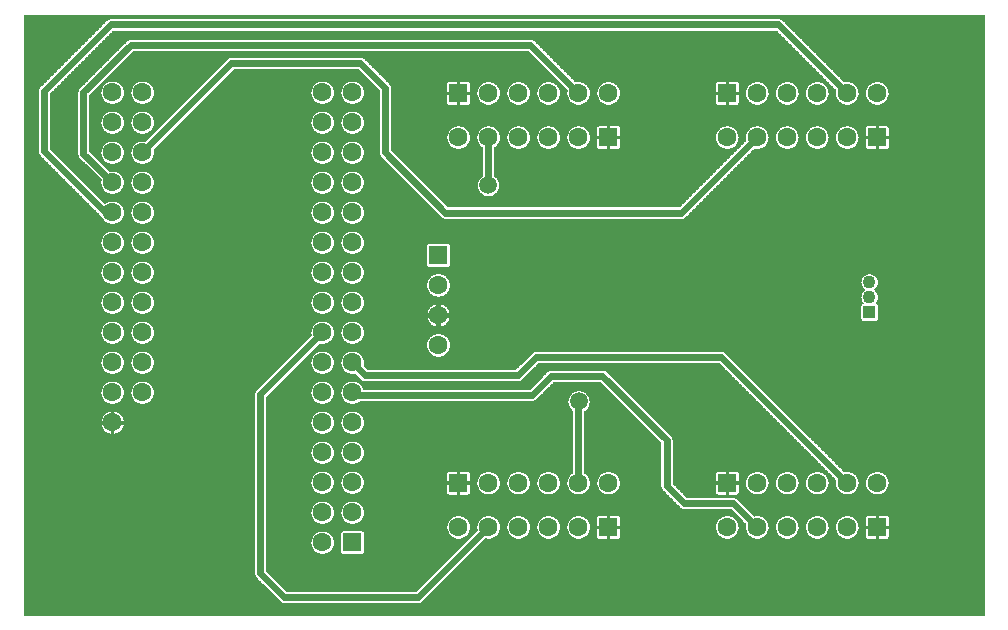
<source format=gtl>
%FSLAX33Y33*%
%MOMM*%
%AMRect-W1600000-H1600000-RO1.500*
21,1,1.6,1.6,0.,0.,90*%
%AMRect-W1600000-H1600000-RO1.500*
21,1,1.6,1.6,0.,0.,90*%
%AMRect-W1600000-H1600000-RO0.500*
21,1,1.6,1.6,0.,0.,270*%
%AMRect-W1600000-H1600000-RO0.500*
21,1,1.6,1.6,0.,0.,270*%
%AMRect-W1600000-H1600000-RO1.000*
21,1,1.6,1.6,0.,0.,180*%
%ADD10C,0.0508*%
%ADD11C,0.625*%
%ADD12C,1.5*%
%ADD13C,1.6*%
%ADD14Rect-W1600000-H1600000-RO1.500*%
%ADD15Rect-W1600000-H1600000-RO1.500*%
%ADD16C,1.6*%
%ADD17Rect-W1600000-H1600000-RO0.500*%
%ADD18R,1.6X1.6*%
%ADD19C,1.6*%
%ADD20Rect-W1600000-H1600000-RO0.500*%
%ADD21C,1.6*%
%ADD22Rect-W1600000-H1600000-RO1.000*%
%ADD23C,1.1*%
%ADD24R,1.1X1.1*%
D10*
%LNpour fill*%
G01*
X38355Y7625D02*
X38355Y7625D01*
X-42925Y7625*
X-42925Y-43175*
X38355Y-43175*
X38355Y7625*
X-35379Y-10107D02*
X-35621Y-10107D01*
X-35856Y-10049*
X-36070Y-9936*
X-36252Y-9776*
X-36389Y-9577*
X-36417Y-9502*
X-36450Y-9475*
X-41640Y-4285*
X-41705Y-4207*
X-41752Y-4118*
X-41782Y-4021*
X-41792Y-3920*
X-41792Y1150*
X-41782Y1251*
X-41752Y1348*
X-41705Y1437*
X-41640Y1515*
X-35990Y7165*
X-35912Y7230*
X-35823Y7277*
X-35726Y7307*
X-35625Y7317*
X20910Y7317*
X21011Y7307*
X21108Y7277*
X21197Y7230*
X21275Y7165*
X26473Y1968*
X26589Y1997*
X26831Y1997*
X27066Y1939*
X27280Y1826*
X27462Y1666*
X27599Y1467*
X27685Y1240*
X27714Y1000*
X27685Y0760*
X27599Y0533*
X27462Y0334*
X27280Y0174*
X27066Y0061*
X26831Y0003*
X26589Y0003*
X26354Y0061*
X26140Y0174*
X25958Y0334*
X25821Y0533*
X25735Y0760*
X25706Y1000*
X25735Y1244*
X20696Y6283*
X-35411Y6283*
X-40758Y0936*
X-40758Y-3706*
X-36129Y-8335*
X-36070Y-8284*
X-35856Y-8171*
X-35621Y-8113*
X-35379Y-8113*
X-35144Y-8171*
X-34930Y-8284*
X-34748Y-8444*
X-34611Y-8643*
X-34525Y-8870*
X-34496Y-9110*
X-34525Y-9350*
X-34611Y-9577*
X-34748Y-9776*
X-34930Y-9936*
X-35144Y-10049*
X-35379Y-10107*
X-35379Y-7567D02*
X-35621Y-7567D01*
X-35856Y-7509*
X-36070Y-7396*
X-36252Y-7236*
X-36389Y-7037*
X-36475Y-6810*
X-36504Y-6570*
X-36475Y-6326*
X-38290Y-4510*
X-38355Y-4432*
X-38402Y-4343*
X-38432Y-4246*
X-38442Y-4145*
X-38442Y1050*
X-38432Y1151*
X-38402Y1248*
X-38355Y1337*
X-38290Y1415*
X-34290Y5415*
X-34212Y5480*
X-34123Y5527*
X-34026Y5557*
X-33925Y5567*
X-0090Y5567*
X0011Y5557*
X0108Y5527*
X0197Y5480*
X0275Y5415*
X3723Y1968*
X3839Y1997*
X4081Y1997*
X4316Y1939*
X4530Y1826*
X4712Y1666*
X4849Y1467*
X4935Y1240*
X4964Y1000*
X4935Y0760*
X4849Y0533*
X4712Y0334*
X4530Y0174*
X4316Y0061*
X4081Y0003*
X3839Y0003*
X3604Y0061*
X3390Y0174*
X3208Y0334*
X3071Y0533*
X2985Y0760*
X2956Y1000*
X2985Y1244*
X-0304Y4533*
X-33711Y4533*
X-37408Y0836*
X-37408Y-3931*
X-35737Y-5602*
X-35621Y-5573*
X-35379Y-5573*
X-35144Y-5631*
X-34930Y-5744*
X-34748Y-5904*
X-34611Y-6103*
X-34525Y-6330*
X-34496Y-6570*
X-34525Y-6810*
X-34611Y-7037*
X-34748Y-7236*
X-34930Y-7396*
X-35144Y-7509*
X-35379Y-7567*
X12715Y-9642D02*
X-7305Y-9642D01*
X-7406Y-9632*
X-7503Y-9602*
X-7592Y-9555*
X-7670Y-9490*
X-12765Y-4395*
X-12830Y-4317*
X-12877Y-4228*
X-12907Y-4131*
X-12917Y-4030*
X-12917Y1236*
X-14689Y3008*
X-25191Y3008*
X-31985Y-3786*
X-31956Y-4030*
X-31985Y-4270*
X-32071Y-4497*
X-32208Y-4696*
X-32390Y-4856*
X-32604Y-4969*
X-32839Y-5027*
X-33081Y-5027*
X-33316Y-4969*
X-33530Y-4856*
X-33712Y-4696*
X-33849Y-4497*
X-33935Y-4270*
X-33964Y-4030*
X-33935Y-3790*
X-33849Y-3563*
X-33712Y-3364*
X-33530Y-3204*
X-33316Y-3091*
X-33081Y-3033*
X-32839Y-3033*
X-32723Y-3062*
X-25770Y3890*
X-25692Y3955*
X-25603Y4002*
X-25506Y4032*
X-25405Y4042*
X-14475Y4042*
X-14374Y4032*
X-14277Y4002*
X-14188Y3955*
X-14110Y3890*
X-12035Y1815*
X-11970Y1737*
X-11923Y1648*
X-11893Y1551*
X-11883Y1450*
X-11883Y-3816*
X-7091Y-8608*
X12501Y-8608*
X18115Y-2994*
X18086Y-2750*
X18115Y-2510*
X18201Y-2283*
X18338Y-2084*
X18520Y-1924*
X18734Y-1811*
X18969Y-1753*
X19211Y-1753*
X19446Y-1811*
X19660Y-1924*
X19842Y-2084*
X19979Y-2283*
X20065Y-2510*
X20094Y-2750*
X20065Y-2990*
X19979Y-3217*
X19842Y-3416*
X19660Y-3576*
X19446Y-3689*
X19211Y-3747*
X18969Y-3747*
X18853Y-3718*
X13080Y-9490*
X13002Y-9555*
X12913Y-9602*
X12816Y-9632*
X12715Y-9642*
X-17599Y0053D02*
X-17841Y0053D01*
X-18076Y0111*
X-18290Y0224*
X-18472Y0384*
X-18609Y0583*
X-18695Y0810*
X-18724Y1050*
X-18695Y1290*
X-18609Y1517*
X-18472Y1716*
X-18290Y1876*
X-18076Y1989*
X-17841Y2047*
X-17599Y2047*
X-17364Y1989*
X-17150Y1876*
X-16968Y1716*
X-16831Y1517*
X-16745Y1290*
X-16716Y1050*
X-16745Y0810*
X-16831Y0583*
X-16968Y0384*
X-17150Y0224*
X-17364Y0111*
X-17599Y0053*
X-15059Y0053D02*
X-15301Y0053D01*
X-15536Y0111*
X-15750Y0224*
X-15932Y0384*
X-16069Y0583*
X-16155Y0810*
X-16184Y1050*
X-16155Y1290*
X-16069Y1517*
X-15932Y1716*
X-15750Y1876*
X-15536Y1989*
X-15301Y2047*
X-15059Y2047*
X-14824Y1989*
X-14610Y1876*
X-14428Y1716*
X-14291Y1517*
X-14205Y1290*
X-14176Y1050*
X-14205Y0810*
X-14291Y0583*
X-14428Y0384*
X-14610Y0224*
X-14824Y0111*
X-15059Y0053*
X-35379Y0053D02*
X-35621Y0053D01*
X-35856Y0111*
X-36070Y0224*
X-36252Y0384*
X-36389Y0583*
X-36475Y0810*
X-36504Y1050*
X-36475Y1290*
X-36389Y1517*
X-36252Y1716*
X-36070Y1876*
X-35856Y1989*
X-35621Y2047*
X-35379Y2047*
X-35144Y1989*
X-34930Y1876*
X-34748Y1716*
X-34611Y1517*
X-34525Y1290*
X-34496Y1050*
X-34525Y0810*
X-34611Y0583*
X-34748Y0384*
X-34930Y0224*
X-35144Y0111*
X-35379Y0053*
X-32839Y0053D02*
X-33081Y0053D01*
X-33316Y0111*
X-33530Y0224*
X-33712Y0384*
X-33849Y0583*
X-33935Y0810*
X-33964Y1050*
X-33935Y1290*
X-33849Y1517*
X-33712Y1716*
X-33530Y1876*
X-33316Y1989*
X-33081Y2047*
X-32839Y2047*
X-32604Y1989*
X-32390Y1876*
X-32208Y1716*
X-32071Y1517*
X-31985Y1290*
X-31956Y1050*
X-31985Y0810*
X-32071Y0583*
X-32208Y0384*
X-32390Y0224*
X-32604Y0111*
X-32839Y0053*
X-5400Y-0004D02*
X-6098Y-0004D01*
X-6098Y0251*
X-6302Y0251*
X-6302Y-0004*
X-7000Y-0004*
X-7032Y-0002*
X-7063Y0006*
X-7093Y0018*
X-7120Y0035*
X-7144Y0056*
X-7165Y0080*
X-7182Y0107*
X-7194Y0137*
X-7202Y0168*
X-7204Y0200*
X-7204Y0898*
X-6949Y0898*
X-6949Y1102*
X-7204Y1102*
X-7204Y1800*
X-7202Y1832*
X-7194Y1863*
X-7182Y1893*
X-7165Y1920*
X-7144Y1944*
X-7120Y1965*
X-7093Y1982*
X-7063Y1994*
X-7032Y2002*
X-7000Y2004*
X-6302Y2004*
X-6302Y1749*
X-6098Y1749*
X-6098Y2004*
X-5400Y2004*
X-5368Y2002*
X-5337Y1994*
X-5307Y1982*
X-5280Y1965*
X-5256Y1944*
X-5235Y1920*
X-5218Y1893*
X-5206Y1863*
X-5198Y1832*
X-5196Y1800*
X-5196Y1102*
X-5451Y1102*
X-5451Y0898*
X-5196Y0898*
X-5196Y0200*
X-5198Y0168*
X-5206Y0137*
X-5218Y0107*
X-5235Y0080*
X-5256Y0056*
X-5280Y0035*
X-5307Y0018*
X-5337Y0006*
X-5368Y-0002*
X-5400Y-0004*
X17350Y-0004D02*
X16652Y-0004D01*
X16652Y0251*
X16448Y0251*
X16448Y-0004*
X15750Y-0004*
X15718Y-0002*
X15687Y0006*
X15657Y0018*
X15630Y0035*
X15606Y0056*
X15585Y0080*
X15568Y0107*
X15556Y0137*
X15548Y0168*
X15546Y0200*
X15546Y0898*
X15801Y0898*
X15801Y1102*
X15546Y1102*
X15546Y1800*
X15548Y1832*
X15556Y1863*
X15568Y1893*
X15585Y1920*
X15606Y1944*
X15630Y1965*
X15657Y1982*
X15687Y1994*
X15718Y2002*
X15750Y2004*
X16448Y2004*
X16448Y1749*
X16652Y1749*
X16652Y2004*
X17350Y2004*
X17382Y2002*
X17413Y1994*
X17443Y1982*
X17470Y1965*
X17494Y1944*
X17515Y1920*
X17532Y1893*
X17544Y1863*
X17552Y1832*
X17554Y1800*
X17554Y1102*
X17299Y1102*
X17299Y0898*
X17554Y0898*
X17554Y0200*
X17552Y0168*
X17544Y0137*
X17532Y0107*
X17515Y0080*
X17494Y0056*
X17470Y0035*
X17443Y0018*
X17413Y0006*
X17382Y-0002*
X17350Y-0004*
X-3539Y0003D02*
X-3781Y0003D01*
X-4016Y0061*
X-4230Y0174*
X-4412Y0334*
X-4549Y0533*
X-4635Y0760*
X-4664Y1000*
X-4635Y1240*
X-4549Y1467*
X-4412Y1666*
X-4230Y1826*
X-4016Y1939*
X-3781Y1997*
X-3539Y1997*
X-3304Y1939*
X-3090Y1826*
X-2908Y1666*
X-2771Y1467*
X-2685Y1240*
X-2656Y1000*
X-2685Y0760*
X-2771Y0533*
X-2908Y0334*
X-3090Y0174*
X-3304Y0061*
X-3539Y0003*
X-0999Y0003D02*
X-1241Y0003D01*
X-1476Y0061*
X-1690Y0174*
X-1872Y0334*
X-2009Y0533*
X-2095Y0760*
X-2124Y1000*
X-2095Y1240*
X-2009Y1467*
X-1872Y1666*
X-1690Y1826*
X-1476Y1939*
X-1241Y1997*
X-0999Y1997*
X-0764Y1939*
X-0550Y1826*
X-0368Y1666*
X-0231Y1467*
X-0145Y1240*
X-0116Y1000*
X-0145Y0760*
X-0231Y0533*
X-0368Y0334*
X-0550Y0174*
X-0764Y0061*
X-0999Y0003*
X1541Y0003D02*
X1299Y0003D01*
X1064Y0061*
X0850Y0174*
X0668Y0334*
X0531Y0533*
X0445Y0760*
X0416Y1000*
X0445Y1240*
X0531Y1467*
X0668Y1666*
X0850Y1826*
X1064Y1939*
X1299Y1997*
X1541Y1997*
X1776Y1939*
X1990Y1826*
X2172Y1666*
X2309Y1467*
X2395Y1240*
X2424Y1000*
X2395Y0760*
X2309Y0533*
X2172Y0334*
X1990Y0174*
X1776Y0061*
X1541Y0003*
X6621Y0003D02*
X6379Y0003D01*
X6144Y0061*
X5930Y0174*
X5748Y0334*
X5611Y0533*
X5525Y0760*
X5496Y1000*
X5525Y1240*
X5611Y1467*
X5748Y1666*
X5930Y1826*
X6144Y1939*
X6379Y1997*
X6621Y1997*
X6856Y1939*
X7070Y1826*
X7252Y1666*
X7389Y1467*
X7475Y1240*
X7504Y1000*
X7475Y0760*
X7389Y0533*
X7252Y0334*
X7070Y0174*
X6856Y0061*
X6621Y0003*
X19211Y0003D02*
X18969Y0003D01*
X18734Y0061*
X18520Y0174*
X18338Y0334*
X18201Y0533*
X18115Y0760*
X18086Y1000*
X18115Y1240*
X18201Y1467*
X18338Y1666*
X18520Y1826*
X18734Y1939*
X18969Y1997*
X19211Y1997*
X19446Y1939*
X19660Y1826*
X19842Y1666*
X19979Y1467*
X20065Y1240*
X20094Y1000*
X20065Y0760*
X19979Y0533*
X19842Y0334*
X19660Y0174*
X19446Y0061*
X19211Y0003*
X21751Y0003D02*
X21509Y0003D01*
X21274Y0061*
X21060Y0174*
X20878Y0334*
X20741Y0533*
X20655Y0760*
X20626Y1000*
X20655Y1240*
X20741Y1467*
X20878Y1666*
X21060Y1826*
X21274Y1939*
X21509Y1997*
X21751Y1997*
X21986Y1939*
X22200Y1826*
X22382Y1666*
X22519Y1467*
X22605Y1240*
X22634Y1000*
X22605Y0760*
X22519Y0533*
X22382Y0334*
X22200Y0174*
X21986Y0061*
X21751Y0003*
X24291Y0003D02*
X24049Y0003D01*
X23814Y0061*
X23600Y0174*
X23418Y0334*
X23281Y0533*
X23195Y0760*
X23166Y1000*
X23195Y1240*
X23281Y1467*
X23418Y1666*
X23600Y1826*
X23814Y1939*
X24049Y1997*
X24291Y1997*
X24526Y1939*
X24740Y1826*
X24922Y1666*
X25059Y1467*
X25145Y1240*
X25174Y1000*
X25145Y0760*
X25059Y0533*
X24922Y0334*
X24740Y0174*
X24526Y0061*
X24291Y0003*
X29371Y0003D02*
X29129Y0003D01*
X28894Y0061*
X28680Y0174*
X28498Y0334*
X28361Y0533*
X28275Y0760*
X28246Y1000*
X28275Y1240*
X28361Y1467*
X28498Y1666*
X28680Y1826*
X28894Y1939*
X29129Y1997*
X29371Y1997*
X29606Y1939*
X29820Y1826*
X30002Y1666*
X30139Y1467*
X30225Y1240*
X30254Y1000*
X30225Y0760*
X30139Y0533*
X30002Y0334*
X29820Y0174*
X29606Y0061*
X29371Y0003*
X-35379Y-2487D02*
X-35621Y-2487D01*
X-35856Y-2429*
X-36070Y-2316*
X-36252Y-2156*
X-36389Y-1957*
X-36475Y-1730*
X-36504Y-1490*
X-36475Y-1250*
X-36389Y-1023*
X-36252Y-0824*
X-36070Y-0664*
X-35856Y-0551*
X-35621Y-0493*
X-35379Y-0493*
X-35144Y-0551*
X-34930Y-0664*
X-34748Y-0824*
X-34611Y-1023*
X-34525Y-1250*
X-34496Y-1490*
X-34525Y-1730*
X-34611Y-1957*
X-34748Y-2156*
X-34930Y-2316*
X-35144Y-2429*
X-35379Y-2487*
X-32839Y-2487D02*
X-33081Y-2487D01*
X-33316Y-2429*
X-33530Y-2316*
X-33712Y-2156*
X-33849Y-1957*
X-33935Y-1730*
X-33964Y-1490*
X-33935Y-1250*
X-33849Y-1023*
X-33712Y-0824*
X-33530Y-0664*
X-33316Y-0551*
X-33081Y-0493*
X-32839Y-0493*
X-32604Y-0551*
X-32390Y-0664*
X-32208Y-0824*
X-32071Y-1023*
X-31985Y-1250*
X-31956Y-1490*
X-31985Y-1730*
X-32071Y-1957*
X-32208Y-2156*
X-32390Y-2316*
X-32604Y-2429*
X-32839Y-2487*
X-17599Y-2487D02*
X-17841Y-2487D01*
X-18076Y-2429*
X-18290Y-2316*
X-18472Y-2156*
X-18609Y-1957*
X-18695Y-1730*
X-18724Y-1490*
X-18695Y-1250*
X-18609Y-1023*
X-18472Y-0824*
X-18290Y-0664*
X-18076Y-0551*
X-17841Y-0493*
X-17599Y-0493*
X-17364Y-0551*
X-17150Y-0664*
X-16968Y-0824*
X-16831Y-1023*
X-16745Y-1250*
X-16716Y-1490*
X-16745Y-1730*
X-16831Y-1957*
X-16968Y-2156*
X-17150Y-2316*
X-17364Y-2429*
X-17599Y-2487*
X-15059Y-2487D02*
X-15301Y-2487D01*
X-15536Y-2429*
X-15750Y-2316*
X-15932Y-2156*
X-16069Y-1957*
X-16155Y-1730*
X-16184Y-1490*
X-16155Y-1250*
X-16069Y-1023*
X-15932Y-0824*
X-15750Y-0664*
X-15536Y-0551*
X-15301Y-0493*
X-15059Y-0493*
X-14824Y-0551*
X-14610Y-0664*
X-14428Y-0824*
X-14291Y-1023*
X-14205Y-1250*
X-14176Y-1490*
X-14205Y-1730*
X-14291Y-1957*
X-14428Y-2156*
X-14610Y-2316*
X-14824Y-2429*
X-15059Y-2487*
X7300Y-3754D02*
X6602Y-3754D01*
X6602Y-3499*
X6398Y-3499*
X6398Y-3754*
X5700Y-3754*
X5668Y-3752*
X5637Y-3744*
X5607Y-3732*
X5580Y-3715*
X5556Y-3694*
X5535Y-3670*
X5518Y-3643*
X5506Y-3613*
X5498Y-3582*
X5496Y-3550*
X5496Y-2852*
X5751Y-2852*
X5751Y-2648*
X5496Y-2648*
X5496Y-1950*
X5498Y-1918*
X5506Y-1887*
X5518Y-1857*
X5535Y-1830*
X5556Y-1806*
X5580Y-1785*
X5607Y-1768*
X5637Y-1756*
X5668Y-1748*
X5700Y-1746*
X6398Y-1746*
X6398Y-2001*
X6602Y-2001*
X6602Y-1746*
X7300Y-1746*
X7332Y-1748*
X7363Y-1756*
X7393Y-1768*
X7420Y-1785*
X7444Y-1806*
X7465Y-1830*
X7482Y-1857*
X7494Y-1887*
X7502Y-1918*
X7504Y-1950*
X7504Y-2648*
X7249Y-2648*
X7249Y-2852*
X7504Y-2852*
X7504Y-3550*
X7502Y-3582*
X7494Y-3613*
X7482Y-3643*
X7465Y-3670*
X7444Y-3694*
X7420Y-3715*
X7393Y-3732*
X7363Y-3744*
X7332Y-3752*
X7300Y-3754*
X30050Y-3754D02*
X29352Y-3754D01*
X29352Y-3499*
X29148Y-3499*
X29148Y-3754*
X28450Y-3754*
X28418Y-3752*
X28387Y-3744*
X28357Y-3732*
X28330Y-3715*
X28306Y-3694*
X28285Y-3670*
X28268Y-3643*
X28256Y-3613*
X28248Y-3582*
X28246Y-3550*
X28246Y-2852*
X28501Y-2852*
X28501Y-2648*
X28246Y-2648*
X28246Y-1950*
X28248Y-1918*
X28256Y-1887*
X28268Y-1857*
X28285Y-1830*
X28306Y-1806*
X28330Y-1785*
X28357Y-1768*
X28387Y-1756*
X28418Y-1748*
X28450Y-1746*
X29148Y-1746*
X29148Y-2001*
X29352Y-2001*
X29352Y-1746*
X30050Y-1746*
X30082Y-1748*
X30113Y-1756*
X30143Y-1768*
X30170Y-1785*
X30194Y-1806*
X30215Y-1830*
X30232Y-1857*
X30244Y-1887*
X30252Y-1918*
X30254Y-1950*
X30254Y-2648*
X29999Y-2648*
X29999Y-2852*
X30254Y-2852*
X30254Y-3550*
X30252Y-3582*
X30244Y-3613*
X30232Y-3643*
X30215Y-3670*
X30194Y-3694*
X30170Y-3715*
X30143Y-3732*
X30113Y-3744*
X30082Y-3752*
X30050Y-3754*
X-6079Y-3747D02*
X-6321Y-3747D01*
X-6556Y-3689*
X-6770Y-3576*
X-6952Y-3416*
X-7089Y-3217*
X-7175Y-2990*
X-7204Y-2750*
X-7175Y-2510*
X-7089Y-2283*
X-6952Y-2084*
X-6770Y-1924*
X-6556Y-1811*
X-6321Y-1753*
X-6079Y-1753*
X-5844Y-1811*
X-5630Y-1924*
X-5448Y-2084*
X-5311Y-2283*
X-5225Y-2510*
X-5196Y-2750*
X-5225Y-2990*
X-5311Y-3217*
X-5448Y-3416*
X-5630Y-3576*
X-5844Y-3689*
X-6079Y-3747*
X-3545Y-7747D02*
X-3775Y-7747D01*
X-3998Y-7692*
X-4202Y-7585*
X-4374Y-7433*
X-4505Y-7243*
X-4586Y-7028*
X-4614Y-6800*
X-4586Y-6572*
X-4505Y-6357*
X-4374Y-6167*
X-4177Y-5992*
X-4177Y-3605*
X-4230Y-3576*
X-4412Y-3416*
X-4549Y-3217*
X-4635Y-2990*
X-4664Y-2750*
X-4635Y-2510*
X-4549Y-2283*
X-4412Y-2084*
X-4230Y-1924*
X-4016Y-1811*
X-3781Y-1753*
X-3539Y-1753*
X-3304Y-1811*
X-3090Y-1924*
X-2908Y-2084*
X-2771Y-2283*
X-2685Y-2510*
X-2656Y-2750*
X-2685Y-2990*
X-2771Y-3217*
X-2908Y-3416*
X-3090Y-3576*
X-3143Y-3605*
X-3143Y-5992*
X-2946Y-6167*
X-2815Y-6357*
X-2734Y-6572*
X-2706Y-6800*
X-2734Y-7028*
X-2815Y-7243*
X-2946Y-7433*
X-3118Y-7585*
X-3322Y-7692*
X-3545Y-7747*
X-0999Y-3747D02*
X-1241Y-3747D01*
X-1476Y-3689*
X-1690Y-3576*
X-1872Y-3416*
X-2009Y-3217*
X-2095Y-2990*
X-2124Y-2750*
X-2095Y-2510*
X-2009Y-2283*
X-1872Y-2084*
X-1690Y-1924*
X-1476Y-1811*
X-1241Y-1753*
X-0999Y-1753*
X-0764Y-1811*
X-0550Y-1924*
X-0368Y-2084*
X-0231Y-2283*
X-0145Y-2510*
X-0116Y-2750*
X-0145Y-2990*
X-0231Y-3217*
X-0368Y-3416*
X-0550Y-3576*
X-0764Y-3689*
X-0999Y-3747*
X1541Y-3747D02*
X1299Y-3747D01*
X1064Y-3689*
X0850Y-3576*
X0668Y-3416*
X0531Y-3217*
X0445Y-2990*
X0416Y-2750*
X0445Y-2510*
X0531Y-2283*
X0668Y-2084*
X0850Y-1924*
X1064Y-1811*
X1299Y-1753*
X1541Y-1753*
X1776Y-1811*
X1990Y-1924*
X2172Y-2084*
X2309Y-2283*
X2395Y-2510*
X2424Y-2750*
X2395Y-2990*
X2309Y-3217*
X2172Y-3416*
X1990Y-3576*
X1776Y-3689*
X1541Y-3747*
X4081Y-3747D02*
X3839Y-3747D01*
X3604Y-3689*
X3390Y-3576*
X3208Y-3416*
X3071Y-3217*
X2985Y-2990*
X2956Y-2750*
X2985Y-2510*
X3071Y-2283*
X3208Y-2084*
X3390Y-1924*
X3604Y-1811*
X3839Y-1753*
X4081Y-1753*
X4316Y-1811*
X4530Y-1924*
X4712Y-2084*
X4849Y-2283*
X4935Y-2510*
X4964Y-2750*
X4935Y-2990*
X4849Y-3217*
X4712Y-3416*
X4530Y-3576*
X4316Y-3689*
X4081Y-3747*
X16671Y-3747D02*
X16429Y-3747D01*
X16194Y-3689*
X15980Y-3576*
X15798Y-3416*
X15661Y-3217*
X15575Y-2990*
X15546Y-2750*
X15575Y-2510*
X15661Y-2283*
X15798Y-2084*
X15980Y-1924*
X16194Y-1811*
X16429Y-1753*
X16671Y-1753*
X16906Y-1811*
X17120Y-1924*
X17302Y-2084*
X17439Y-2283*
X17525Y-2510*
X17554Y-2750*
X17525Y-2990*
X17439Y-3217*
X17302Y-3416*
X17120Y-3576*
X16906Y-3689*
X16671Y-3747*
X21751Y-3747D02*
X21509Y-3747D01*
X21274Y-3689*
X21060Y-3576*
X20878Y-3416*
X20741Y-3217*
X20655Y-2990*
X20626Y-2750*
X20655Y-2510*
X20741Y-2283*
X20878Y-2084*
X21060Y-1924*
X21274Y-1811*
X21509Y-1753*
X21751Y-1753*
X21986Y-1811*
X22200Y-1924*
X22382Y-2084*
X22519Y-2283*
X22605Y-2510*
X22634Y-2750*
X22605Y-2990*
X22519Y-3217*
X22382Y-3416*
X22200Y-3576*
X21986Y-3689*
X21751Y-3747*
X24291Y-3747D02*
X24049Y-3747D01*
X23814Y-3689*
X23600Y-3576*
X23418Y-3416*
X23281Y-3217*
X23195Y-2990*
X23166Y-2750*
X23195Y-2510*
X23281Y-2283*
X23418Y-2084*
X23600Y-1924*
X23814Y-1811*
X24049Y-1753*
X24291Y-1753*
X24526Y-1811*
X24740Y-1924*
X24922Y-2084*
X25059Y-2283*
X25145Y-2510*
X25174Y-2750*
X25145Y-2990*
X25059Y-3217*
X24922Y-3416*
X24740Y-3576*
X24526Y-3689*
X24291Y-3747*
X26831Y-3747D02*
X26589Y-3747D01*
X26354Y-3689*
X26140Y-3576*
X25958Y-3416*
X25821Y-3217*
X25735Y-2990*
X25706Y-2750*
X25735Y-2510*
X25821Y-2283*
X25958Y-2084*
X26140Y-1924*
X26354Y-1811*
X26589Y-1753*
X26831Y-1753*
X27066Y-1811*
X27280Y-1924*
X27462Y-2084*
X27599Y-2283*
X27685Y-2510*
X27714Y-2750*
X27685Y-2990*
X27599Y-3217*
X27462Y-3416*
X27280Y-3576*
X27066Y-3689*
X26831Y-3747*
X-35379Y-5027D02*
X-35621Y-5027D01*
X-35856Y-4969*
X-36070Y-4856*
X-36252Y-4696*
X-36389Y-4497*
X-36475Y-4270*
X-36504Y-4030*
X-36475Y-3790*
X-36389Y-3563*
X-36252Y-3364*
X-36070Y-3204*
X-35856Y-3091*
X-35621Y-3033*
X-35379Y-3033*
X-35144Y-3091*
X-34930Y-3204*
X-34748Y-3364*
X-34611Y-3563*
X-34525Y-3790*
X-34496Y-4030*
X-34525Y-4270*
X-34611Y-4497*
X-34748Y-4696*
X-34930Y-4856*
X-35144Y-4969*
X-35379Y-5027*
X-17599Y-5027D02*
X-17841Y-5027D01*
X-18076Y-4969*
X-18290Y-4856*
X-18472Y-4696*
X-18609Y-4497*
X-18695Y-4270*
X-18724Y-4030*
X-18695Y-3790*
X-18609Y-3563*
X-18472Y-3364*
X-18290Y-3204*
X-18076Y-3091*
X-17841Y-3033*
X-17599Y-3033*
X-17364Y-3091*
X-17150Y-3204*
X-16968Y-3364*
X-16831Y-3563*
X-16745Y-3790*
X-16716Y-4030*
X-16745Y-4270*
X-16831Y-4497*
X-16968Y-4696*
X-17150Y-4856*
X-17364Y-4969*
X-17599Y-5027*
X-15059Y-5027D02*
X-15301Y-5027D01*
X-15536Y-4969*
X-15750Y-4856*
X-15932Y-4696*
X-16069Y-4497*
X-16155Y-4270*
X-16184Y-4030*
X-16155Y-3790*
X-16069Y-3563*
X-15932Y-3364*
X-15750Y-3204*
X-15536Y-3091*
X-15301Y-3033*
X-15059Y-3033*
X-14824Y-3091*
X-14610Y-3204*
X-14428Y-3364*
X-14291Y-3563*
X-14205Y-3790*
X-14176Y-4030*
X-14205Y-4270*
X-14291Y-4497*
X-14428Y-4696*
X-14610Y-4856*
X-14824Y-4969*
X-15059Y-5027*
X-32839Y-7567D02*
X-33081Y-7567D01*
X-33316Y-7509*
X-33530Y-7396*
X-33712Y-7236*
X-33849Y-7037*
X-33935Y-6810*
X-33964Y-6570*
X-33935Y-6330*
X-33849Y-6103*
X-33712Y-5904*
X-33530Y-5744*
X-33316Y-5631*
X-33081Y-5573*
X-32839Y-5573*
X-32604Y-5631*
X-32390Y-5744*
X-32208Y-5904*
X-32071Y-6103*
X-31985Y-6330*
X-31956Y-6570*
X-31985Y-6810*
X-32071Y-7037*
X-32208Y-7236*
X-32390Y-7396*
X-32604Y-7509*
X-32839Y-7567*
X-17599Y-7567D02*
X-17841Y-7567D01*
X-18076Y-7509*
X-18290Y-7396*
X-18472Y-7236*
X-18609Y-7037*
X-18695Y-6810*
X-18724Y-6570*
X-18695Y-6330*
X-18609Y-6103*
X-18472Y-5904*
X-18290Y-5744*
X-18076Y-5631*
X-17841Y-5573*
X-17599Y-5573*
X-17364Y-5631*
X-17150Y-5744*
X-16968Y-5904*
X-16831Y-6103*
X-16745Y-6330*
X-16716Y-6570*
X-16745Y-6810*
X-16831Y-7037*
X-16968Y-7236*
X-17150Y-7396*
X-17364Y-7509*
X-17599Y-7567*
X-15059Y-7567D02*
X-15301Y-7567D01*
X-15536Y-7509*
X-15750Y-7396*
X-15932Y-7236*
X-16069Y-7037*
X-16155Y-6810*
X-16184Y-6570*
X-16155Y-6330*
X-16069Y-6103*
X-15932Y-5904*
X-15750Y-5744*
X-15536Y-5631*
X-15301Y-5573*
X-15059Y-5573*
X-14824Y-5631*
X-14610Y-5744*
X-14428Y-5904*
X-14291Y-6103*
X-14205Y-6330*
X-14176Y-6570*
X-14205Y-6810*
X-14291Y-7037*
X-14428Y-7236*
X-14610Y-7396*
X-14824Y-7509*
X-15059Y-7567*
X-32839Y-10107D02*
X-33081Y-10107D01*
X-33316Y-10049*
X-33530Y-9936*
X-33712Y-9776*
X-33849Y-9577*
X-33935Y-9350*
X-33964Y-9110*
X-33935Y-8870*
X-33849Y-8643*
X-33712Y-8444*
X-33530Y-8284*
X-33316Y-8171*
X-33081Y-8113*
X-32839Y-8113*
X-32604Y-8171*
X-32390Y-8284*
X-32208Y-8444*
X-32071Y-8643*
X-31985Y-8870*
X-31956Y-9110*
X-31985Y-9350*
X-32071Y-9577*
X-32208Y-9776*
X-32390Y-9936*
X-32604Y-10049*
X-32839Y-10107*
X-17599Y-10107D02*
X-17841Y-10107D01*
X-18076Y-10049*
X-18290Y-9936*
X-18472Y-9776*
X-18609Y-9577*
X-18695Y-9350*
X-18724Y-9110*
X-18695Y-8870*
X-18609Y-8643*
X-18472Y-8444*
X-18290Y-8284*
X-18076Y-8171*
X-17841Y-8113*
X-17599Y-8113*
X-17364Y-8171*
X-17150Y-8284*
X-16968Y-8444*
X-16831Y-8643*
X-16745Y-8870*
X-16716Y-9110*
X-16745Y-9350*
X-16831Y-9577*
X-16968Y-9776*
X-17150Y-9936*
X-17364Y-10049*
X-17599Y-10107*
X-15059Y-10107D02*
X-15301Y-10107D01*
X-15536Y-10049*
X-15750Y-9936*
X-15932Y-9776*
X-16069Y-9577*
X-16155Y-9350*
X-16184Y-9110*
X-16155Y-8870*
X-16069Y-8643*
X-15932Y-8444*
X-15750Y-8284*
X-15536Y-8171*
X-15301Y-8113*
X-15059Y-8113*
X-14824Y-8171*
X-14610Y-8284*
X-14428Y-8444*
X-14291Y-8643*
X-14205Y-8870*
X-14176Y-9110*
X-14205Y-9350*
X-14291Y-9577*
X-14428Y-9776*
X-14610Y-9936*
X-14824Y-10049*
X-15059Y-10107*
X-35379Y-12647D02*
X-35621Y-12647D01*
X-35856Y-12589*
X-36070Y-12476*
X-36252Y-12316*
X-36389Y-12117*
X-36475Y-11890*
X-36504Y-11650*
X-36475Y-11410*
X-36389Y-11183*
X-36252Y-10984*
X-36070Y-10824*
X-35856Y-10711*
X-35621Y-10653*
X-35379Y-10653*
X-35144Y-10711*
X-34930Y-10824*
X-34748Y-10984*
X-34611Y-11183*
X-34525Y-11410*
X-34496Y-11650*
X-34525Y-11890*
X-34611Y-12117*
X-34748Y-12316*
X-34930Y-12476*
X-35144Y-12589*
X-35379Y-12647*
X-32839Y-12647D02*
X-33081Y-12647D01*
X-33316Y-12589*
X-33530Y-12476*
X-33712Y-12316*
X-33849Y-12117*
X-33935Y-11890*
X-33964Y-11650*
X-33935Y-11410*
X-33849Y-11183*
X-33712Y-10984*
X-33530Y-10824*
X-33316Y-10711*
X-33081Y-10653*
X-32839Y-10653*
X-32604Y-10711*
X-32390Y-10824*
X-32208Y-10984*
X-32071Y-11183*
X-31985Y-11410*
X-31956Y-11650*
X-31985Y-11890*
X-32071Y-12117*
X-32208Y-12316*
X-32390Y-12476*
X-32604Y-12589*
X-32839Y-12647*
X-17599Y-12647D02*
X-17841Y-12647D01*
X-18076Y-12589*
X-18290Y-12476*
X-18472Y-12316*
X-18609Y-12117*
X-18695Y-11890*
X-18724Y-11650*
X-18695Y-11410*
X-18609Y-11183*
X-18472Y-10984*
X-18290Y-10824*
X-18076Y-10711*
X-17841Y-10653*
X-17599Y-10653*
X-17364Y-10711*
X-17150Y-10824*
X-16968Y-10984*
X-16831Y-11183*
X-16745Y-11410*
X-16716Y-11650*
X-16745Y-11890*
X-16831Y-12117*
X-16968Y-12316*
X-17150Y-12476*
X-17364Y-12589*
X-17599Y-12647*
X-15059Y-12647D02*
X-15301Y-12647D01*
X-15536Y-12589*
X-15750Y-12476*
X-15932Y-12316*
X-16069Y-12117*
X-16155Y-11890*
X-16184Y-11650*
X-16155Y-11410*
X-16069Y-11183*
X-15932Y-10984*
X-15750Y-10824*
X-15536Y-10711*
X-15301Y-10653*
X-15059Y-10653*
X-14824Y-10711*
X-14610Y-10824*
X-14428Y-10984*
X-14291Y-11183*
X-14205Y-11410*
X-14176Y-11650*
X-14205Y-11890*
X-14291Y-12117*
X-14428Y-12316*
X-14610Y-12476*
X-14824Y-12589*
X-15059Y-12647*
X-7100Y-13719D02*
X-8700Y-13719D01*
X-8732Y-13717*
X-8763Y-13709*
X-8793Y-13697*
X-8820Y-13680*
X-8844Y-13659*
X-8865Y-13635*
X-8882Y-13608*
X-8894Y-13578*
X-8902Y-13547*
X-8904Y-13515*
X-8904Y-11915*
X-8902Y-11883*
X-8894Y-11852*
X-8882Y-11822*
X-8865Y-11795*
X-8844Y-11771*
X-8820Y-11750*
X-8793Y-11733*
X-8763Y-11721*
X-8732Y-11713*
X-8700Y-11711*
X-7100Y-11711*
X-7068Y-11713*
X-7037Y-11721*
X-7007Y-11733*
X-6980Y-11750*
X-6956Y-11771*
X-6935Y-11795*
X-6918Y-11822*
X-6906Y-11852*
X-6898Y-11883*
X-6896Y-11915*
X-6896Y-13515*
X-6898Y-13547*
X-6906Y-13578*
X-6918Y-13608*
X-6935Y-13635*
X-6956Y-13659*
X-6980Y-13680*
X-7007Y-13697*
X-7037Y-13709*
X-7068Y-13717*
X-7100Y-13719*
X-35379Y-15187D02*
X-35621Y-15187D01*
X-35856Y-15129*
X-36070Y-15016*
X-36252Y-14856*
X-36389Y-14657*
X-36475Y-14430*
X-36504Y-14190*
X-36475Y-13950*
X-36389Y-13723*
X-36252Y-13524*
X-36070Y-13364*
X-35856Y-13251*
X-35621Y-13193*
X-35379Y-13193*
X-35144Y-13251*
X-34930Y-13364*
X-34748Y-13524*
X-34611Y-13723*
X-34525Y-13950*
X-34496Y-14190*
X-34525Y-14430*
X-34611Y-14657*
X-34748Y-14856*
X-34930Y-15016*
X-35144Y-15129*
X-35379Y-15187*
X-32839Y-15187D02*
X-33081Y-15187D01*
X-33316Y-15129*
X-33530Y-15016*
X-33712Y-14856*
X-33849Y-14657*
X-33935Y-14430*
X-33964Y-14190*
X-33935Y-13950*
X-33849Y-13723*
X-33712Y-13524*
X-33530Y-13364*
X-33316Y-13251*
X-33081Y-13193*
X-32839Y-13193*
X-32604Y-13251*
X-32390Y-13364*
X-32208Y-13524*
X-32071Y-13723*
X-31985Y-13950*
X-31956Y-14190*
X-31985Y-14430*
X-32071Y-14657*
X-32208Y-14856*
X-32390Y-15016*
X-32604Y-15129*
X-32839Y-15187*
X-17599Y-15187D02*
X-17841Y-15187D01*
X-18076Y-15129*
X-18290Y-15016*
X-18472Y-14856*
X-18609Y-14657*
X-18695Y-14430*
X-18724Y-14190*
X-18695Y-13950*
X-18609Y-13723*
X-18472Y-13524*
X-18290Y-13364*
X-18076Y-13251*
X-17841Y-13193*
X-17599Y-13193*
X-17364Y-13251*
X-17150Y-13364*
X-16968Y-13524*
X-16831Y-13723*
X-16745Y-13950*
X-16716Y-14190*
X-16745Y-14430*
X-16831Y-14657*
X-16968Y-14856*
X-17150Y-15016*
X-17364Y-15129*
X-17599Y-15187*
X-15059Y-15187D02*
X-15301Y-15187D01*
X-15536Y-15129*
X-15750Y-15016*
X-15932Y-14856*
X-16069Y-14657*
X-16155Y-14430*
X-16184Y-14190*
X-16155Y-13950*
X-16069Y-13723*
X-15932Y-13524*
X-15750Y-13364*
X-15536Y-13251*
X-15301Y-13193*
X-15059Y-13193*
X-14824Y-13251*
X-14610Y-13364*
X-14428Y-13524*
X-14291Y-13723*
X-14205Y-13950*
X-14176Y-14190*
X-14205Y-14430*
X-14291Y-14657*
X-14428Y-14856*
X-14610Y-15016*
X-14824Y-15129*
X-15059Y-15187*
X29165Y-18299D02*
X28065Y-18299D01*
X28033Y-18297*
X28002Y-18289*
X27972Y-18277*
X27945Y-18260*
X27921Y-18239*
X27900Y-18215*
X27883Y-18188*
X27871Y-18158*
X27863Y-18127*
X27861Y-18095*
X27861Y-16995*
X27863Y-16963*
X27871Y-16932*
X27883Y-16902*
X27900Y-16875*
X27921Y-16851*
X27945Y-16830*
X27972Y-16813*
X28053Y-16779*
X27947Y-16625*
X27883Y-16455*
X27861Y-16275*
X27883Y-16095*
X27947Y-15925*
X28050Y-15775*
X28203Y-15640*
X28050Y-15505*
X27947Y-15355*
X27883Y-15185*
X27861Y-15005*
X27883Y-14825*
X27947Y-14655*
X28050Y-14505*
X28187Y-14384*
X28348Y-14300*
X28524Y-14256*
X28706Y-14256*
X28882Y-14300*
X29043Y-14384*
X29180Y-14505*
X29283Y-14655*
X29347Y-14825*
X29369Y-15005*
X29347Y-15185*
X29283Y-15355*
X29180Y-15505*
X29027Y-15640*
X29180Y-15775*
X29283Y-15925*
X29347Y-16095*
X29369Y-16275*
X29347Y-16455*
X29283Y-16625*
X29177Y-16779*
X29258Y-16813*
X29285Y-16830*
X29309Y-16851*
X29330Y-16875*
X29347Y-16902*
X29359Y-16932*
X29367Y-16963*
X29369Y-16995*
X29369Y-18095*
X29367Y-18127*
X29359Y-18158*
X29347Y-18188*
X29330Y-18215*
X29309Y-18239*
X29285Y-18260*
X29258Y-18277*
X29228Y-18289*
X29197Y-18297*
X29165Y-18299*
X-7779Y-16252D02*
X-8021Y-16252D01*
X-8256Y-16194*
X-8470Y-16081*
X-8652Y-15921*
X-8789Y-15722*
X-8875Y-15495*
X-8904Y-15255*
X-8875Y-15015*
X-8789Y-14788*
X-8652Y-14589*
X-8470Y-14429*
X-8256Y-14316*
X-8021Y-14258*
X-7779Y-14258*
X-7544Y-14316*
X-7330Y-14429*
X-7148Y-14589*
X-7011Y-14788*
X-6925Y-15015*
X-6896Y-15255*
X-6925Y-15495*
X-7011Y-15722*
X-7148Y-15921*
X-7330Y-16081*
X-7544Y-16194*
X-7779Y-16252*
X-35379Y-17727D02*
X-35621Y-17727D01*
X-35856Y-17669*
X-36070Y-17556*
X-36252Y-17396*
X-36389Y-17197*
X-36475Y-16970*
X-36504Y-16730*
X-36475Y-16490*
X-36389Y-16263*
X-36252Y-16064*
X-36070Y-15904*
X-35856Y-15791*
X-35621Y-15733*
X-35379Y-15733*
X-35144Y-15791*
X-34930Y-15904*
X-34748Y-16064*
X-34611Y-16263*
X-34525Y-16490*
X-34496Y-16730*
X-34525Y-16970*
X-34611Y-17197*
X-34748Y-17396*
X-34930Y-17556*
X-35144Y-17669*
X-35379Y-17727*
X-32839Y-17727D02*
X-33081Y-17727D01*
X-33316Y-17669*
X-33530Y-17556*
X-33712Y-17396*
X-33849Y-17197*
X-33935Y-16970*
X-33964Y-16730*
X-33935Y-16490*
X-33849Y-16263*
X-33712Y-16064*
X-33530Y-15904*
X-33316Y-15791*
X-33081Y-15733*
X-32839Y-15733*
X-32604Y-15791*
X-32390Y-15904*
X-32208Y-16064*
X-32071Y-16263*
X-31985Y-16490*
X-31956Y-16730*
X-31985Y-16970*
X-32071Y-17197*
X-32208Y-17396*
X-32390Y-17556*
X-32604Y-17669*
X-32839Y-17727*
X-17599Y-17727D02*
X-17841Y-17727D01*
X-18076Y-17669*
X-18290Y-17556*
X-18472Y-17396*
X-18609Y-17197*
X-18695Y-16970*
X-18724Y-16730*
X-18695Y-16490*
X-18609Y-16263*
X-18472Y-16064*
X-18290Y-15904*
X-18076Y-15791*
X-17841Y-15733*
X-17599Y-15733*
X-17364Y-15791*
X-17150Y-15904*
X-16968Y-16064*
X-16831Y-16263*
X-16745Y-16490*
X-16716Y-16730*
X-16745Y-16970*
X-16831Y-17197*
X-16968Y-17396*
X-17150Y-17556*
X-17364Y-17669*
X-17599Y-17727*
X-15059Y-17727D02*
X-15301Y-17727D01*
X-15536Y-17669*
X-15750Y-17556*
X-15932Y-17396*
X-16069Y-17197*
X-16155Y-16970*
X-16184Y-16730*
X-16155Y-16490*
X-16069Y-16263*
X-15932Y-16064*
X-15750Y-15904*
X-15536Y-15791*
X-15301Y-15733*
X-15059Y-15733*
X-14824Y-15791*
X-14610Y-15904*
X-14428Y-16064*
X-14291Y-16263*
X-14205Y-16490*
X-14176Y-16730*
X-14205Y-16970*
X-14291Y-17197*
X-14428Y-17396*
X-14610Y-17556*
X-14824Y-17669*
X-15059Y-17727*
X-7700Y-18772D02*
X-7700Y-18538D01*
X-8100Y-18538*
X-8100Y-18772*
X-8256Y-18734*
X-8470Y-18621*
X-8652Y-18461*
X-8789Y-18262*
X-8875Y-18035*
X-8880Y-17995*
X-8649Y-17995*
X-8649Y-17595*
X-8880Y-17595*
X-8875Y-17555*
X-8789Y-17328*
X-8652Y-17129*
X-8470Y-16969*
X-8256Y-16856*
X-8100Y-16818*
X-8100Y-17052*
X-7700Y-17052*
X-7700Y-16818*
X-7544Y-16856*
X-7330Y-16969*
X-7148Y-17129*
X-7011Y-17328*
X-6925Y-17555*
X-6920Y-17595*
X-7151Y-17595*
X-7151Y-17995*
X-6920Y-17995*
X-6925Y-18035*
X-7011Y-18262*
X-7148Y-18461*
X-7330Y-18621*
X-7544Y-18734*
X-7700Y-18772*
X-35379Y-20267D02*
X-35621Y-20267D01*
X-35856Y-20209*
X-36070Y-20096*
X-36252Y-19936*
X-36389Y-19737*
X-36475Y-19510*
X-36504Y-19270*
X-36475Y-19030*
X-36389Y-18803*
X-36252Y-18604*
X-36070Y-18444*
X-35856Y-18331*
X-35621Y-18273*
X-35379Y-18273*
X-35144Y-18331*
X-34930Y-18444*
X-34748Y-18604*
X-34611Y-18803*
X-34525Y-19030*
X-34496Y-19270*
X-34525Y-19510*
X-34611Y-19737*
X-34748Y-19936*
X-34930Y-20096*
X-35144Y-20209*
X-35379Y-20267*
X-32839Y-20267D02*
X-33081Y-20267D01*
X-33316Y-20209*
X-33530Y-20096*
X-33712Y-19936*
X-33849Y-19737*
X-33935Y-19510*
X-33964Y-19270*
X-33935Y-19030*
X-33849Y-18803*
X-33712Y-18604*
X-33530Y-18444*
X-33316Y-18331*
X-33081Y-18273*
X-32839Y-18273*
X-32604Y-18331*
X-32390Y-18444*
X-32208Y-18604*
X-32071Y-18803*
X-31985Y-19030*
X-31956Y-19270*
X-31985Y-19510*
X-32071Y-19737*
X-32208Y-19936*
X-32390Y-20096*
X-32604Y-20209*
X-32839Y-20267*
X-9585Y-42192D02*
X-20950Y-42192D01*
X-21051Y-42182*
X-21148Y-42152*
X-21237Y-42105*
X-21315Y-42040*
X-23315Y-40040*
X-23380Y-39962*
X-23427Y-39873*
X-23457Y-39776*
X-23467Y-39675*
X-23467Y-24500*
X-23457Y-24399*
X-23427Y-24302*
X-23380Y-24213*
X-23315Y-24135*
X-18695Y-19514*
X-18724Y-19270*
X-18695Y-19030*
X-18609Y-18803*
X-18472Y-18604*
X-18290Y-18444*
X-18076Y-18331*
X-17841Y-18273*
X-17599Y-18273*
X-17364Y-18331*
X-17150Y-18444*
X-16968Y-18604*
X-16831Y-18803*
X-16745Y-19030*
X-16716Y-19270*
X-16745Y-19510*
X-16831Y-19737*
X-16968Y-19936*
X-17150Y-20096*
X-17364Y-20209*
X-17599Y-20267*
X-17841Y-20267*
X-17957Y-20238*
X-22433Y-24714*
X-22433Y-39461*
X-20736Y-41158*
X-9799Y-41158*
X-4635Y-35994*
X-4664Y-35750*
X-4635Y-35510*
X-4549Y-35283*
X-4412Y-35084*
X-4230Y-34924*
X-4016Y-34811*
X-3781Y-34753*
X-3539Y-34753*
X-3304Y-34811*
X-3090Y-34924*
X-2908Y-35084*
X-2771Y-35283*
X-2685Y-35510*
X-2656Y-35750*
X-2685Y-35990*
X-2771Y-36217*
X-2908Y-36416*
X-3090Y-36576*
X-3304Y-36689*
X-3539Y-36747*
X-3781Y-36747*
X-3897Y-36718*
X-9220Y-42040*
X-9298Y-42105*
X-9387Y-42152*
X-9484Y-42182*
X-9585Y-42192*
X-15059Y-20267D02*
X-15301Y-20267D01*
X-15536Y-20209*
X-15750Y-20096*
X-15932Y-19936*
X-16069Y-19737*
X-16155Y-19510*
X-16184Y-19270*
X-16155Y-19030*
X-16069Y-18803*
X-15932Y-18604*
X-15750Y-18444*
X-15536Y-18331*
X-15301Y-18273*
X-15059Y-18273*
X-14824Y-18331*
X-14610Y-18444*
X-14428Y-18604*
X-14291Y-18803*
X-14205Y-19030*
X-14176Y-19270*
X-14205Y-19510*
X-14291Y-19737*
X-14428Y-19936*
X-14610Y-20096*
X-14824Y-20209*
X-15059Y-20267*
X-7779Y-21332D02*
X-8021Y-21332D01*
X-8256Y-21274*
X-8470Y-21161*
X-8652Y-21001*
X-8789Y-20802*
X-8875Y-20575*
X-8904Y-20335*
X-8875Y-20095*
X-8789Y-19868*
X-8652Y-19669*
X-8470Y-19509*
X-8256Y-19396*
X-8021Y-19338*
X-7779Y-19338*
X-7544Y-19396*
X-7330Y-19509*
X-7148Y-19669*
X-7011Y-19868*
X-6925Y-20095*
X-6896Y-20335*
X-6925Y-20575*
X-7011Y-20802*
X-7148Y-21001*
X-7330Y-21161*
X-7544Y-21274*
X-7779Y-21332*
X-35379Y-22807D02*
X-35621Y-22807D01*
X-35856Y-22749*
X-36070Y-22636*
X-36252Y-22476*
X-36389Y-22277*
X-36475Y-22050*
X-36504Y-21810*
X-36475Y-21570*
X-36389Y-21343*
X-36252Y-21144*
X-36070Y-20984*
X-35856Y-20871*
X-35621Y-20813*
X-35379Y-20813*
X-35144Y-20871*
X-34930Y-20984*
X-34748Y-21144*
X-34611Y-21343*
X-34525Y-21570*
X-34496Y-21810*
X-34525Y-22050*
X-34611Y-22277*
X-34748Y-22476*
X-34930Y-22636*
X-35144Y-22749*
X-35379Y-22807*
X-32839Y-22807D02*
X-33081Y-22807D01*
X-33316Y-22749*
X-33530Y-22636*
X-33712Y-22476*
X-33849Y-22277*
X-33935Y-22050*
X-33964Y-21810*
X-33935Y-21570*
X-33849Y-21343*
X-33712Y-21144*
X-33530Y-20984*
X-33316Y-20871*
X-33081Y-20813*
X-32839Y-20813*
X-32604Y-20871*
X-32390Y-20984*
X-32208Y-21144*
X-32071Y-21343*
X-31985Y-21570*
X-31956Y-21810*
X-31985Y-22050*
X-32071Y-22277*
X-32208Y-22476*
X-32390Y-22636*
X-32604Y-22749*
X-32839Y-22807*
X-17599Y-22807D02*
X-17841Y-22807D01*
X-18076Y-22749*
X-18290Y-22636*
X-18472Y-22476*
X-18609Y-22277*
X-18695Y-22050*
X-18724Y-21810*
X-18695Y-21570*
X-18609Y-21343*
X-18472Y-21144*
X-18290Y-20984*
X-18076Y-20871*
X-17841Y-20813*
X-17599Y-20813*
X-17364Y-20871*
X-17150Y-20984*
X-16968Y-21144*
X-16831Y-21343*
X-16745Y-21570*
X-16716Y-21810*
X-16745Y-22050*
X-16831Y-22277*
X-16968Y-22476*
X-17150Y-22636*
X-17364Y-22749*
X-17599Y-22807*
X26831Y-32997D02*
X26589Y-32997D01*
X26354Y-32939*
X26140Y-32826*
X25958Y-32666*
X25821Y-32467*
X25735Y-32240*
X25706Y-32000*
X25735Y-31756*
X15846Y-21867*
X0614Y-21867*
X-0760Y-23240*
X-0838Y-23305*
X-0927Y-23352*
X-1024Y-23382*
X-1125Y-23392*
X-14115Y-23392*
X-14216Y-23382*
X-14313Y-23352*
X-14402Y-23305*
X-14480Y-23240*
X-14943Y-22778*
X-15059Y-22807*
X-15301Y-22807*
X-15536Y-22749*
X-15750Y-22636*
X-15932Y-22476*
X-16069Y-22277*
X-16155Y-22050*
X-16184Y-21810*
X-16155Y-21570*
X-16069Y-21343*
X-15932Y-21144*
X-15750Y-20984*
X-15536Y-20871*
X-15301Y-20813*
X-15059Y-20813*
X-14824Y-20871*
X-14610Y-20984*
X-14428Y-21144*
X-14291Y-21343*
X-14205Y-21570*
X-14176Y-21810*
X-14205Y-22054*
X-13901Y-22358*
X-1339Y-22358*
X0035Y-20985*
X0113Y-20920*
X0202Y-20873*
X0299Y-20843*
X0400Y-20833*
X16060Y-20833*
X16161Y-20843*
X16258Y-20873*
X16347Y-20920*
X16425Y-20985*
X26473Y-31032*
X26589Y-31003*
X26831Y-31003*
X27066Y-31061*
X27280Y-31174*
X27462Y-31334*
X27599Y-31533*
X27685Y-31760*
X27714Y-32000*
X27685Y-32240*
X27599Y-32467*
X27462Y-32666*
X27280Y-32826*
X27066Y-32939*
X26831Y-32997*
X19211Y-36747D02*
X18969Y-36747D01*
X18734Y-36689*
X18520Y-36576*
X18338Y-36416*
X18201Y-36217*
X18115Y-35990*
X18086Y-35750*
X18115Y-35506*
X16876Y-34267*
X12950Y-34267*
X12849Y-34257*
X12752Y-34227*
X12663Y-34180*
X12585Y-34115*
X11085Y-32615*
X11020Y-32537*
X10973Y-32448*
X10943Y-32351*
X10933Y-32250*
X10933Y-28614*
X5786Y-23467*
X1889Y-23467*
X0440Y-24915*
X0362Y-24980*
X0273Y-25027*
X0176Y-25057*
X0075Y-25067*
X-14486Y-25067*
X-14610Y-25176*
X-14824Y-25289*
X-15059Y-25347*
X-15301Y-25347*
X-15536Y-25289*
X-15750Y-25176*
X-15932Y-25016*
X-16069Y-24817*
X-16155Y-24590*
X-16184Y-24350*
X-16155Y-24110*
X-16069Y-23883*
X-15932Y-23684*
X-15750Y-23524*
X-15536Y-23411*
X-15301Y-23353*
X-15059Y-23353*
X-14824Y-23411*
X-14610Y-23524*
X-14428Y-23684*
X-14291Y-23883*
X-14234Y-24033*
X-0139Y-24033*
X1310Y-22585*
X1388Y-22520*
X1477Y-22473*
X1574Y-22443*
X1675Y-22433*
X6000Y-22433*
X6101Y-22443*
X6198Y-22473*
X6287Y-22520*
X6365Y-22585*
X11815Y-28035*
X11880Y-28113*
X11927Y-28202*
X11957Y-28299*
X11967Y-28400*
X11967Y-32036*
X13164Y-33233*
X17090Y-33233*
X17191Y-33243*
X17288Y-33273*
X17377Y-33320*
X17455Y-33385*
X18853Y-34782*
X18969Y-34753*
X19211Y-34753*
X19446Y-34811*
X19660Y-34924*
X19842Y-35084*
X19979Y-35283*
X20065Y-35510*
X20094Y-35750*
X20065Y-35990*
X19979Y-36217*
X19842Y-36416*
X19660Y-36576*
X19446Y-36689*
X19211Y-36747*
X-35379Y-25347D02*
X-35621Y-25347D01*
X-35856Y-25289*
X-36070Y-25176*
X-36252Y-25016*
X-36389Y-24817*
X-36475Y-24590*
X-36504Y-24350*
X-36475Y-24110*
X-36389Y-23883*
X-36252Y-23684*
X-36070Y-23524*
X-35856Y-23411*
X-35621Y-23353*
X-35379Y-23353*
X-35144Y-23411*
X-34930Y-23524*
X-34748Y-23684*
X-34611Y-23883*
X-34525Y-24110*
X-34496Y-24350*
X-34525Y-24590*
X-34611Y-24817*
X-34748Y-25016*
X-34930Y-25176*
X-35144Y-25289*
X-35379Y-25347*
X-32839Y-25347D02*
X-33081Y-25347D01*
X-33316Y-25289*
X-33530Y-25176*
X-33712Y-25016*
X-33849Y-24817*
X-33935Y-24590*
X-33964Y-24350*
X-33935Y-24110*
X-33849Y-23883*
X-33712Y-23684*
X-33530Y-23524*
X-33316Y-23411*
X-33081Y-23353*
X-32839Y-23353*
X-32604Y-23411*
X-32390Y-23524*
X-32208Y-23684*
X-32071Y-23883*
X-31985Y-24110*
X-31956Y-24350*
X-31985Y-24590*
X-32071Y-24817*
X-32208Y-25016*
X-32390Y-25176*
X-32604Y-25289*
X-32839Y-25347*
X-17599Y-25347D02*
X-17841Y-25347D01*
X-18076Y-25289*
X-18290Y-25176*
X-18472Y-25016*
X-18609Y-24817*
X-18695Y-24590*
X-18724Y-24350*
X-18695Y-24110*
X-18609Y-23883*
X-18472Y-23684*
X-18290Y-23524*
X-18076Y-23411*
X-17841Y-23353*
X-17599Y-23353*
X-17364Y-23411*
X-17150Y-23524*
X-16968Y-23684*
X-16831Y-23883*
X-16745Y-24110*
X-16716Y-24350*
X-16745Y-24590*
X-16831Y-24817*
X-16968Y-25016*
X-17150Y-25176*
X-17364Y-25289*
X-17599Y-25347*
X4081Y-32997D02*
X3839Y-32997D01*
X3604Y-32939*
X3390Y-32826*
X3208Y-32666*
X3071Y-32467*
X2985Y-32240*
X2956Y-32000*
X2985Y-31760*
X3071Y-31533*
X3208Y-31334*
X3390Y-31174*
X3443Y-31145*
X3443Y-25897*
X3286Y-25758*
X3155Y-25568*
X3074Y-25353*
X3046Y-25125*
X3074Y-24897*
X3155Y-24682*
X3286Y-24492*
X3458Y-24340*
X3662Y-24233*
X3885Y-24178*
X4115Y-24178*
X4338Y-24233*
X4542Y-24340*
X4714Y-24492*
X4845Y-24682*
X4926Y-24897*
X4954Y-25125*
X4926Y-25353*
X4845Y-25568*
X4714Y-25758*
X4542Y-25910*
X4477Y-25945*
X4477Y-31145*
X4530Y-31174*
X4712Y-31334*
X4849Y-31533*
X4935Y-31760*
X4964Y-32000*
X4935Y-32240*
X4849Y-32467*
X4712Y-32666*
X4530Y-32826*
X4316Y-32939*
X4081Y-32997*
X-35379Y-27887D02*
X-35398Y-27887D01*
X-35398Y-27633*
X-35602Y-27633*
X-35602Y-27887*
X-35621Y-27887*
X-35856Y-27829*
X-36070Y-27716*
X-36252Y-27556*
X-36389Y-27357*
X-36475Y-27130*
X-36492Y-26992*
X-36249Y-26992*
X-36249Y-26788*
X-36492Y-26788*
X-36475Y-26650*
X-36389Y-26423*
X-36252Y-26224*
X-36070Y-26064*
X-35856Y-25951*
X-35621Y-25893*
X-35602Y-25893*
X-35602Y-26147*
X-35398Y-26147*
X-35398Y-25893*
X-35379Y-25893*
X-35144Y-25951*
X-34930Y-26064*
X-34748Y-26224*
X-34611Y-26423*
X-34525Y-26650*
X-34508Y-26788*
X-34751Y-26788*
X-34751Y-26992*
X-34508Y-26992*
X-34525Y-27130*
X-34611Y-27357*
X-34748Y-27556*
X-34930Y-27716*
X-35144Y-27829*
X-35379Y-27887*
X-17599Y-27887D02*
X-17841Y-27887D01*
X-18076Y-27829*
X-18290Y-27716*
X-18472Y-27556*
X-18609Y-27357*
X-18695Y-27130*
X-18724Y-26890*
X-18695Y-26650*
X-18609Y-26423*
X-18472Y-26224*
X-18290Y-26064*
X-18076Y-25951*
X-17841Y-25893*
X-17599Y-25893*
X-17364Y-25951*
X-17150Y-26064*
X-16968Y-26224*
X-16831Y-26423*
X-16745Y-26650*
X-16716Y-26890*
X-16745Y-27130*
X-16831Y-27357*
X-16968Y-27556*
X-17150Y-27716*
X-17364Y-27829*
X-17599Y-27887*
X-15059Y-27887D02*
X-15301Y-27887D01*
X-15536Y-27829*
X-15750Y-27716*
X-15932Y-27556*
X-16069Y-27357*
X-16155Y-27130*
X-16184Y-26890*
X-16155Y-26650*
X-16069Y-26423*
X-15932Y-26224*
X-15750Y-26064*
X-15536Y-25951*
X-15301Y-25893*
X-15059Y-25893*
X-14824Y-25951*
X-14610Y-26064*
X-14428Y-26224*
X-14291Y-26423*
X-14205Y-26650*
X-14176Y-26890*
X-14205Y-27130*
X-14291Y-27357*
X-14428Y-27556*
X-14610Y-27716*
X-14824Y-27829*
X-15059Y-27887*
X-17599Y-30427D02*
X-17841Y-30427D01*
X-18076Y-30369*
X-18290Y-30256*
X-18472Y-30096*
X-18609Y-29897*
X-18695Y-29670*
X-18724Y-29430*
X-18695Y-29190*
X-18609Y-28963*
X-18472Y-28764*
X-18290Y-28604*
X-18076Y-28491*
X-17841Y-28433*
X-17599Y-28433*
X-17364Y-28491*
X-17150Y-28604*
X-16968Y-28764*
X-16831Y-28963*
X-16745Y-29190*
X-16716Y-29430*
X-16745Y-29670*
X-16831Y-29897*
X-16968Y-30096*
X-17150Y-30256*
X-17364Y-30369*
X-17599Y-30427*
X-15059Y-30427D02*
X-15301Y-30427D01*
X-15536Y-30369*
X-15750Y-30256*
X-15932Y-30096*
X-16069Y-29897*
X-16155Y-29670*
X-16184Y-29430*
X-16155Y-29190*
X-16069Y-28963*
X-15932Y-28764*
X-15750Y-28604*
X-15536Y-28491*
X-15301Y-28433*
X-15059Y-28433*
X-14824Y-28491*
X-14610Y-28604*
X-14428Y-28764*
X-14291Y-28963*
X-14205Y-29190*
X-14176Y-29430*
X-14205Y-29670*
X-14291Y-29897*
X-14428Y-30096*
X-14610Y-30256*
X-14824Y-30369*
X-15059Y-30427*
X-17599Y-32967D02*
X-17841Y-32967D01*
X-18076Y-32909*
X-18290Y-32796*
X-18472Y-32636*
X-18609Y-32437*
X-18695Y-32210*
X-18724Y-31970*
X-18695Y-31730*
X-18609Y-31503*
X-18472Y-31304*
X-18290Y-31144*
X-18076Y-31031*
X-17841Y-30973*
X-17599Y-30973*
X-17364Y-31031*
X-17150Y-31144*
X-16968Y-31304*
X-16831Y-31503*
X-16745Y-31730*
X-16716Y-31970*
X-16745Y-32210*
X-16831Y-32437*
X-16968Y-32636*
X-17150Y-32796*
X-17364Y-32909*
X-17599Y-32967*
X-15059Y-32967D02*
X-15301Y-32967D01*
X-15536Y-32909*
X-15750Y-32796*
X-15932Y-32636*
X-16069Y-32437*
X-16155Y-32210*
X-16184Y-31970*
X-16155Y-31730*
X-16069Y-31503*
X-15932Y-31304*
X-15750Y-31144*
X-15536Y-31031*
X-15301Y-30973*
X-15059Y-30973*
X-14824Y-31031*
X-14610Y-31144*
X-14428Y-31304*
X-14291Y-31503*
X-14205Y-31730*
X-14176Y-31970*
X-14205Y-32210*
X-14291Y-32437*
X-14428Y-32636*
X-14610Y-32796*
X-14824Y-32909*
X-15059Y-32967*
X-5400Y-33004D02*
X-6098Y-33004D01*
X-6098Y-32749*
X-6302Y-32749*
X-6302Y-33004*
X-7000Y-33004*
X-7032Y-33002*
X-7063Y-32994*
X-7093Y-32982*
X-7120Y-32965*
X-7144Y-32944*
X-7165Y-32920*
X-7182Y-32893*
X-7194Y-32863*
X-7202Y-32832*
X-7204Y-32800*
X-7204Y-32102*
X-6949Y-32102*
X-6949Y-31898*
X-7204Y-31898*
X-7204Y-31200*
X-7202Y-31168*
X-7194Y-31137*
X-7182Y-31107*
X-7165Y-31080*
X-7144Y-31056*
X-7120Y-31035*
X-7093Y-31018*
X-7063Y-31006*
X-7032Y-30998*
X-7000Y-30996*
X-6302Y-30996*
X-6302Y-31251*
X-6098Y-31251*
X-6098Y-30996*
X-5400Y-30996*
X-5368Y-30998*
X-5337Y-31006*
X-5307Y-31018*
X-5280Y-31035*
X-5256Y-31056*
X-5235Y-31080*
X-5218Y-31107*
X-5206Y-31137*
X-5198Y-31168*
X-5196Y-31200*
X-5196Y-31898*
X-5451Y-31898*
X-5451Y-32102*
X-5196Y-32102*
X-5196Y-32800*
X-5198Y-32832*
X-5206Y-32863*
X-5218Y-32893*
X-5235Y-32920*
X-5256Y-32944*
X-5280Y-32965*
X-5307Y-32982*
X-5337Y-32994*
X-5368Y-33002*
X-5400Y-33004*
X17350Y-33004D02*
X16652Y-33004D01*
X16652Y-32749*
X16448Y-32749*
X16448Y-33004*
X15750Y-33004*
X15718Y-33002*
X15687Y-32994*
X15657Y-32982*
X15630Y-32965*
X15606Y-32944*
X15585Y-32920*
X15568Y-32893*
X15556Y-32863*
X15548Y-32832*
X15546Y-32800*
X15546Y-32102*
X15801Y-32102*
X15801Y-31898*
X15546Y-31898*
X15546Y-31200*
X15548Y-31168*
X15556Y-31137*
X15568Y-31107*
X15585Y-31080*
X15606Y-31056*
X15630Y-31035*
X15657Y-31018*
X15687Y-31006*
X15718Y-30998*
X15750Y-30996*
X16448Y-30996*
X16448Y-31251*
X16652Y-31251*
X16652Y-30996*
X17350Y-30996*
X17382Y-30998*
X17413Y-31006*
X17443Y-31018*
X17470Y-31035*
X17494Y-31056*
X17515Y-31080*
X17532Y-31107*
X17544Y-31137*
X17552Y-31168*
X17554Y-31200*
X17554Y-31898*
X17299Y-31898*
X17299Y-32102*
X17554Y-32102*
X17554Y-32800*
X17552Y-32832*
X17544Y-32863*
X17532Y-32893*
X17515Y-32920*
X17494Y-32944*
X17470Y-32965*
X17443Y-32982*
X17413Y-32994*
X17382Y-33002*
X17350Y-33004*
X-3539Y-32997D02*
X-3781Y-32997D01*
X-4016Y-32939*
X-4230Y-32826*
X-4412Y-32666*
X-4549Y-32467*
X-4635Y-32240*
X-4664Y-32000*
X-4635Y-31760*
X-4549Y-31533*
X-4412Y-31334*
X-4230Y-31174*
X-4016Y-31061*
X-3781Y-31003*
X-3539Y-31003*
X-3304Y-31061*
X-3090Y-31174*
X-2908Y-31334*
X-2771Y-31533*
X-2685Y-31760*
X-2656Y-32000*
X-2685Y-32240*
X-2771Y-32467*
X-2908Y-32666*
X-3090Y-32826*
X-3304Y-32939*
X-3539Y-32997*
X-0999Y-32997D02*
X-1241Y-32997D01*
X-1476Y-32939*
X-1690Y-32826*
X-1872Y-32666*
X-2009Y-32467*
X-2095Y-32240*
X-2124Y-32000*
X-2095Y-31760*
X-2009Y-31533*
X-1872Y-31334*
X-1690Y-31174*
X-1476Y-31061*
X-1241Y-31003*
X-0999Y-31003*
X-0764Y-31061*
X-0550Y-31174*
X-0368Y-31334*
X-0231Y-31533*
X-0145Y-31760*
X-0116Y-32000*
X-0145Y-32240*
X-0231Y-32467*
X-0368Y-32666*
X-0550Y-32826*
X-0764Y-32939*
X-0999Y-32997*
X1541Y-32997D02*
X1299Y-32997D01*
X1064Y-32939*
X0850Y-32826*
X0668Y-32666*
X0531Y-32467*
X0445Y-32240*
X0416Y-32000*
X0445Y-31760*
X0531Y-31533*
X0668Y-31334*
X0850Y-31174*
X1064Y-31061*
X1299Y-31003*
X1541Y-31003*
X1776Y-31061*
X1990Y-31174*
X2172Y-31334*
X2309Y-31533*
X2395Y-31760*
X2424Y-32000*
X2395Y-32240*
X2309Y-32467*
X2172Y-32666*
X1990Y-32826*
X1776Y-32939*
X1541Y-32997*
X6621Y-32997D02*
X6379Y-32997D01*
X6144Y-32939*
X5930Y-32826*
X5748Y-32666*
X5611Y-32467*
X5525Y-32240*
X5496Y-32000*
X5525Y-31760*
X5611Y-31533*
X5748Y-31334*
X5930Y-31174*
X6144Y-31061*
X6379Y-31003*
X6621Y-31003*
X6856Y-31061*
X7070Y-31174*
X7252Y-31334*
X7389Y-31533*
X7475Y-31760*
X7504Y-32000*
X7475Y-32240*
X7389Y-32467*
X7252Y-32666*
X7070Y-32826*
X6856Y-32939*
X6621Y-32997*
X19211Y-32997D02*
X18969Y-32997D01*
X18734Y-32939*
X18520Y-32826*
X18338Y-32666*
X18201Y-32467*
X18115Y-32240*
X18086Y-32000*
X18115Y-31760*
X18201Y-31533*
X18338Y-31334*
X18520Y-31174*
X18734Y-31061*
X18969Y-31003*
X19211Y-31003*
X19446Y-31061*
X19660Y-31174*
X19842Y-31334*
X19979Y-31533*
X20065Y-31760*
X20094Y-32000*
X20065Y-32240*
X19979Y-32467*
X19842Y-32666*
X19660Y-32826*
X19446Y-32939*
X19211Y-32997*
X21751Y-32997D02*
X21509Y-32997D01*
X21274Y-32939*
X21060Y-32826*
X20878Y-32666*
X20741Y-32467*
X20655Y-32240*
X20626Y-32000*
X20655Y-31760*
X20741Y-31533*
X20878Y-31334*
X21060Y-31174*
X21274Y-31061*
X21509Y-31003*
X21751Y-31003*
X21986Y-31061*
X22200Y-31174*
X22382Y-31334*
X22519Y-31533*
X22605Y-31760*
X22634Y-32000*
X22605Y-32240*
X22519Y-32467*
X22382Y-32666*
X22200Y-32826*
X21986Y-32939*
X21751Y-32997*
X24291Y-32997D02*
X24049Y-32997D01*
X23814Y-32939*
X23600Y-32826*
X23418Y-32666*
X23281Y-32467*
X23195Y-32240*
X23166Y-32000*
X23195Y-31760*
X23281Y-31533*
X23418Y-31334*
X23600Y-31174*
X23814Y-31061*
X24049Y-31003*
X24291Y-31003*
X24526Y-31061*
X24740Y-31174*
X24922Y-31334*
X25059Y-31533*
X25145Y-31760*
X25174Y-32000*
X25145Y-32240*
X25059Y-32467*
X24922Y-32666*
X24740Y-32826*
X24526Y-32939*
X24291Y-32997*
X29371Y-32997D02*
X29129Y-32997D01*
X28894Y-32939*
X28680Y-32826*
X28498Y-32666*
X28361Y-32467*
X28275Y-32240*
X28246Y-32000*
X28275Y-31760*
X28361Y-31533*
X28498Y-31334*
X28680Y-31174*
X28894Y-31061*
X29129Y-31003*
X29371Y-31003*
X29606Y-31061*
X29820Y-31174*
X30002Y-31334*
X30139Y-31533*
X30225Y-31760*
X30254Y-32000*
X30225Y-32240*
X30139Y-32467*
X30002Y-32666*
X29820Y-32826*
X29606Y-32939*
X29371Y-32997*
X-17599Y-35507D02*
X-17841Y-35507D01*
X-18076Y-35449*
X-18290Y-35336*
X-18472Y-35176*
X-18609Y-34977*
X-18695Y-34750*
X-18724Y-34510*
X-18695Y-34270*
X-18609Y-34043*
X-18472Y-33844*
X-18290Y-33684*
X-18076Y-33571*
X-17841Y-33513*
X-17599Y-33513*
X-17364Y-33571*
X-17150Y-33684*
X-16968Y-33844*
X-16831Y-34043*
X-16745Y-34270*
X-16716Y-34510*
X-16745Y-34750*
X-16831Y-34977*
X-16968Y-35176*
X-17150Y-35336*
X-17364Y-35449*
X-17599Y-35507*
X-15059Y-35507D02*
X-15301Y-35507D01*
X-15536Y-35449*
X-15750Y-35336*
X-15932Y-35176*
X-16069Y-34977*
X-16155Y-34750*
X-16184Y-34510*
X-16155Y-34270*
X-16069Y-34043*
X-15932Y-33844*
X-15750Y-33684*
X-15536Y-33571*
X-15301Y-33513*
X-15059Y-33513*
X-14824Y-33571*
X-14610Y-33684*
X-14428Y-33844*
X-14291Y-34043*
X-14205Y-34270*
X-14176Y-34510*
X-14205Y-34750*
X-14291Y-34977*
X-14428Y-35176*
X-14610Y-35336*
X-14824Y-35449*
X-15059Y-35507*
X7300Y-36754D02*
X6602Y-36754D01*
X6602Y-36499*
X6398Y-36499*
X6398Y-36754*
X5700Y-36754*
X5668Y-36752*
X5637Y-36744*
X5607Y-36732*
X5580Y-36715*
X5556Y-36694*
X5535Y-36670*
X5518Y-36643*
X5506Y-36613*
X5498Y-36582*
X5496Y-36550*
X5496Y-35852*
X5751Y-35852*
X5751Y-35648*
X5496Y-35648*
X5496Y-34950*
X5498Y-34918*
X5506Y-34887*
X5518Y-34857*
X5535Y-34830*
X5556Y-34806*
X5580Y-34785*
X5607Y-34768*
X5637Y-34756*
X5668Y-34748*
X5700Y-34746*
X6398Y-34746*
X6398Y-35001*
X6602Y-35001*
X6602Y-34746*
X7300Y-34746*
X7332Y-34748*
X7363Y-34756*
X7393Y-34768*
X7420Y-34785*
X7444Y-34806*
X7465Y-34830*
X7482Y-34857*
X7494Y-34887*
X7502Y-34918*
X7504Y-34950*
X7504Y-35648*
X7249Y-35648*
X7249Y-35852*
X7504Y-35852*
X7504Y-36550*
X7502Y-36582*
X7494Y-36613*
X7482Y-36643*
X7465Y-36670*
X7444Y-36694*
X7420Y-36715*
X7393Y-36732*
X7363Y-36744*
X7332Y-36752*
X7300Y-36754*
X30050Y-36754D02*
X29352Y-36754D01*
X29352Y-36499*
X29148Y-36499*
X29148Y-36754*
X28450Y-36754*
X28418Y-36752*
X28387Y-36744*
X28357Y-36732*
X28330Y-36715*
X28306Y-36694*
X28285Y-36670*
X28268Y-36643*
X28256Y-36613*
X28248Y-36582*
X28246Y-36550*
X28246Y-35852*
X28501Y-35852*
X28501Y-35648*
X28246Y-35648*
X28246Y-34950*
X28248Y-34918*
X28256Y-34887*
X28268Y-34857*
X28285Y-34830*
X28306Y-34806*
X28330Y-34785*
X28357Y-34768*
X28387Y-34756*
X28418Y-34748*
X28450Y-34746*
X29148Y-34746*
X29148Y-35001*
X29352Y-35001*
X29352Y-34746*
X30050Y-34746*
X30082Y-34748*
X30113Y-34756*
X30143Y-34768*
X30170Y-34785*
X30194Y-34806*
X30215Y-34830*
X30232Y-34857*
X30244Y-34887*
X30252Y-34918*
X30254Y-34950*
X30254Y-35648*
X29999Y-35648*
X29999Y-35852*
X30254Y-35852*
X30254Y-36550*
X30252Y-36582*
X30244Y-36613*
X30232Y-36643*
X30215Y-36670*
X30194Y-36694*
X30170Y-36715*
X30143Y-36732*
X30113Y-36744*
X30082Y-36752*
X30050Y-36754*
X-6079Y-36747D02*
X-6321Y-36747D01*
X-6556Y-36689*
X-6770Y-36576*
X-6952Y-36416*
X-7089Y-36217*
X-7175Y-35990*
X-7204Y-35750*
X-7175Y-35510*
X-7089Y-35283*
X-6952Y-35084*
X-6770Y-34924*
X-6556Y-34811*
X-6321Y-34753*
X-6079Y-34753*
X-5844Y-34811*
X-5630Y-34924*
X-5448Y-35084*
X-5311Y-35283*
X-5225Y-35510*
X-5196Y-35750*
X-5225Y-35990*
X-5311Y-36217*
X-5448Y-36416*
X-5630Y-36576*
X-5844Y-36689*
X-6079Y-36747*
X-0999Y-36747D02*
X-1241Y-36747D01*
X-1476Y-36689*
X-1690Y-36576*
X-1872Y-36416*
X-2009Y-36217*
X-2095Y-35990*
X-2124Y-35750*
X-2095Y-35510*
X-2009Y-35283*
X-1872Y-35084*
X-1690Y-34924*
X-1476Y-34811*
X-1241Y-34753*
X-0999Y-34753*
X-0764Y-34811*
X-0550Y-34924*
X-0368Y-35084*
X-0231Y-35283*
X-0145Y-35510*
X-0116Y-35750*
X-0145Y-35990*
X-0231Y-36217*
X-0368Y-36416*
X-0550Y-36576*
X-0764Y-36689*
X-0999Y-36747*
X1541Y-36747D02*
X1299Y-36747D01*
X1064Y-36689*
X0850Y-36576*
X0668Y-36416*
X0531Y-36217*
X0445Y-35990*
X0416Y-35750*
X0445Y-35510*
X0531Y-35283*
X0668Y-35084*
X0850Y-34924*
X1064Y-34811*
X1299Y-34753*
X1541Y-34753*
X1776Y-34811*
X1990Y-34924*
X2172Y-35084*
X2309Y-35283*
X2395Y-35510*
X2424Y-35750*
X2395Y-35990*
X2309Y-36217*
X2172Y-36416*
X1990Y-36576*
X1776Y-36689*
X1541Y-36747*
X4081Y-36747D02*
X3839Y-36747D01*
X3604Y-36689*
X3390Y-36576*
X3208Y-36416*
X3071Y-36217*
X2985Y-35990*
X2956Y-35750*
X2985Y-35510*
X3071Y-35283*
X3208Y-35084*
X3390Y-34924*
X3604Y-34811*
X3839Y-34753*
X4081Y-34753*
X4316Y-34811*
X4530Y-34924*
X4712Y-35084*
X4849Y-35283*
X4935Y-35510*
X4964Y-35750*
X4935Y-35990*
X4849Y-36217*
X4712Y-36416*
X4530Y-36576*
X4316Y-36689*
X4081Y-36747*
X16671Y-36747D02*
X16429Y-36747D01*
X16194Y-36689*
X15980Y-36576*
X15798Y-36416*
X15661Y-36217*
X15575Y-35990*
X15546Y-35750*
X15575Y-35510*
X15661Y-35283*
X15798Y-35084*
X15980Y-34924*
X16194Y-34811*
X16429Y-34753*
X16671Y-34753*
X16906Y-34811*
X17120Y-34924*
X17302Y-35084*
X17439Y-35283*
X17525Y-35510*
X17554Y-35750*
X17525Y-35990*
X17439Y-36217*
X17302Y-36416*
X17120Y-36576*
X16906Y-36689*
X16671Y-36747*
X21751Y-36747D02*
X21509Y-36747D01*
X21274Y-36689*
X21060Y-36576*
X20878Y-36416*
X20741Y-36217*
X20655Y-35990*
X20626Y-35750*
X20655Y-35510*
X20741Y-35283*
X20878Y-35084*
X21060Y-34924*
X21274Y-34811*
X21509Y-34753*
X21751Y-34753*
X21986Y-34811*
X22200Y-34924*
X22382Y-35084*
X22519Y-35283*
X22605Y-35510*
X22634Y-35750*
X22605Y-35990*
X22519Y-36217*
X22382Y-36416*
X22200Y-36576*
X21986Y-36689*
X21751Y-36747*
X24291Y-36747D02*
X24049Y-36747D01*
X23814Y-36689*
X23600Y-36576*
X23418Y-36416*
X23281Y-36217*
X23195Y-35990*
X23166Y-35750*
X23195Y-35510*
X23281Y-35283*
X23418Y-35084*
X23600Y-34924*
X23814Y-34811*
X24049Y-34753*
X24291Y-34753*
X24526Y-34811*
X24740Y-34924*
X24922Y-35084*
X25059Y-35283*
X25145Y-35510*
X25174Y-35750*
X25145Y-35990*
X25059Y-36217*
X24922Y-36416*
X24740Y-36576*
X24526Y-36689*
X24291Y-36747*
X26831Y-36747D02*
X26589Y-36747D01*
X26354Y-36689*
X26140Y-36576*
X25958Y-36416*
X25821Y-36217*
X25735Y-35990*
X25706Y-35750*
X25735Y-35510*
X25821Y-35283*
X25958Y-35084*
X26140Y-34924*
X26354Y-34811*
X26589Y-34753*
X26831Y-34753*
X27066Y-34811*
X27280Y-34924*
X27462Y-35084*
X27599Y-35283*
X27685Y-35510*
X27714Y-35750*
X27685Y-35990*
X27599Y-36217*
X27462Y-36416*
X27280Y-36576*
X27066Y-36689*
X26831Y-36747*
X-14380Y-38054D02*
X-15980Y-38054D01*
X-16012Y-38052*
X-16043Y-38044*
X-16073Y-38032*
X-16100Y-38015*
X-16124Y-37994*
X-16145Y-37970*
X-16162Y-37943*
X-16174Y-37913*
X-16182Y-37882*
X-16184Y-37850*
X-16184Y-36250*
X-16182Y-36218*
X-16174Y-36187*
X-16162Y-36157*
X-16145Y-36130*
X-16124Y-36106*
X-16100Y-36085*
X-16073Y-36068*
X-16043Y-36056*
X-16012Y-36048*
X-15980Y-36046*
X-14380Y-36046*
X-14348Y-36048*
X-14317Y-36056*
X-14287Y-36068*
X-14260Y-36085*
X-14236Y-36106*
X-14215Y-36130*
X-14198Y-36157*
X-14186Y-36187*
X-14178Y-36218*
X-14176Y-36250*
X-14176Y-37850*
X-14178Y-37882*
X-14186Y-37913*
X-14198Y-37943*
X-14215Y-37970*
X-14236Y-37994*
X-14260Y-38015*
X-14287Y-38032*
X-14317Y-38044*
X-14348Y-38052*
X-14380Y-38054*
X-17599Y-38047D02*
X-17841Y-38047D01*
X-18076Y-37989*
X-18290Y-37876*
X-18472Y-37716*
X-18609Y-37517*
X-18695Y-37290*
X-18724Y-37050*
X-18695Y-36810*
X-18609Y-36583*
X-18472Y-36384*
X-18290Y-36224*
X-18076Y-36111*
X-17841Y-36053*
X-17599Y-36053*
X-17364Y-36111*
X-17150Y-36224*
X-16968Y-36384*
X-16831Y-36583*
X-16745Y-36810*
X-16716Y-37050*
X-16745Y-37290*
X-16831Y-37517*
X-16968Y-37716*
X-17150Y-37876*
X-17364Y-37989*
X-17599Y-38047*
X-42925Y-43125D02*
X38355Y-43125D01*
X-42925Y-43076D02*
X38355Y-43076D01*
X-42925Y-43026D02*
X38355Y-43026D01*
X-42925Y-42977D02*
X38355Y-42977D01*
X-42925Y-42927D02*
X38355Y-42927D01*
X-42925Y-42878D02*
X38355Y-42878D01*
X-42925Y-42828D02*
X38355Y-42828D01*
X-42925Y-42779D02*
X38355Y-42779D01*
X-42925Y-42729D02*
X38355Y-42729D01*
X-42925Y-42680D02*
X38355Y-42680D01*
X-42925Y-42630D02*
X38355Y-42630D01*
X-42925Y-42581D02*
X38355Y-42581D01*
X-42925Y-42531D02*
X38355Y-42531D01*
X-42925Y-42482D02*
X38355Y-42482D01*
X-42925Y-42432D02*
X38355Y-42432D01*
X-42925Y-42383D02*
X38355Y-42383D01*
X-42925Y-42333D02*
X38355Y-42333D01*
X-42925Y-42283D02*
X38355Y-42283D01*
X-42925Y-42234D02*
X38355Y-42234D01*
X-42925Y-42184D02*
X-21027Y-42184D01*
X-9508Y-42184D02*
X38355Y-42184D01*
X-42925Y-42135D02*
X-21181Y-42135D01*
X-9354Y-42135D02*
X38355Y-42135D01*
X-42925Y-42085D02*
X-21261Y-42085D01*
X-9274Y-42085D02*
X38355Y-42085D01*
X-42925Y-42036D02*
X-21320Y-42036D01*
X-9215Y-42036D02*
X38355Y-42036D01*
X-42925Y-41986D02*
X-21370Y-41986D01*
X-9165Y-41986D02*
X38355Y-41986D01*
X-42925Y-41937D02*
X-21419Y-41937D01*
X-9116Y-41937D02*
X38355Y-41937D01*
X-42925Y-41887D02*
X-21469Y-41887D01*
X-9066Y-41887D02*
X38355Y-41887D01*
X-42925Y-41838D02*
X-21518Y-41838D01*
X-9017Y-41838D02*
X38355Y-41838D01*
X-42925Y-41788D02*
X-21568Y-41788D01*
X-8967Y-41788D02*
X38355Y-41788D01*
X-42925Y-41739D02*
X-21617Y-41739D01*
X-8918Y-41739D02*
X38355Y-41739D01*
X-42925Y-41689D02*
X-21667Y-41689D01*
X-8868Y-41689D02*
X38355Y-41689D01*
X-42925Y-41640D02*
X-21717Y-41640D01*
X-8818Y-41640D02*
X38355Y-41640D01*
X-42925Y-41590D02*
X-21766Y-41590D01*
X-8769Y-41590D02*
X38355Y-41590D01*
X-42925Y-41541D02*
X-21816Y-41541D01*
X-8719Y-41541D02*
X38355Y-41541D01*
X-42925Y-41491D02*
X-21865Y-41491D01*
X-8670Y-41491D02*
X38355Y-41491D01*
X-42925Y-41441D02*
X-21915Y-41441D01*
X-8620Y-41441D02*
X38355Y-41441D01*
X-42925Y-41392D02*
X-21964Y-41392D01*
X-8571Y-41392D02*
X38355Y-41392D01*
X-42925Y-41342D02*
X-22014Y-41342D01*
X-8521Y-41342D02*
X38355Y-41342D01*
X-42925Y-41293D02*
X-22063Y-41293D01*
X-8472Y-41293D02*
X38355Y-41293D01*
X-42925Y-41243D02*
X-22113Y-41243D01*
X-8422Y-41243D02*
X38355Y-41243D01*
X-42925Y-41194D02*
X-22162Y-41194D01*
X-8373Y-41194D02*
X38355Y-41194D01*
X-42925Y-41144D02*
X-22212Y-41144D01*
X-20750Y-41144D02*
X-9785Y-41144D01*
X-8323Y-41144D02*
X38355Y-41144D01*
X-42925Y-41095D02*
X-22261Y-41095D01*
X-20799Y-41095D02*
X-9736Y-41095D01*
X-8274Y-41095D02*
X38355Y-41095D01*
X-42925Y-41045D02*
X-22311Y-41045D01*
X-20849Y-41045D02*
X-9686Y-41045D01*
X-8224Y-41045D02*
X38355Y-41045D01*
X-42925Y-40996D02*
X-22360Y-40996D01*
X-20898Y-40996D02*
X-9637Y-40996D01*
X-8175Y-40996D02*
X38355Y-40996D01*
X-42925Y-40946D02*
X-22410Y-40946D01*
X-20948Y-40946D02*
X-9587Y-40946D01*
X-8125Y-40946D02*
X38355Y-40946D01*
X-42925Y-40897D02*
X-22459Y-40897D01*
X-20997Y-40897D02*
X-9538Y-40897D01*
X-8076Y-40897D02*
X38355Y-40897D01*
X-42925Y-40847D02*
X-22509Y-40847D01*
X-21047Y-40847D02*
X-9488Y-40847D01*
X-8026Y-40847D02*
X38355Y-40847D01*
X-42925Y-40798D02*
X-22559Y-40798D01*
X-21096Y-40798D02*
X-9439Y-40798D01*
X-7976Y-40798D02*
X38355Y-40798D01*
X-42925Y-40748D02*
X-22608Y-40748D01*
X-21146Y-40748D02*
X-9389Y-40748D01*
X-7927Y-40748D02*
X38355Y-40748D01*
X-42925Y-40699D02*
X-22658Y-40699D01*
X-21195Y-40699D02*
X-9340Y-40699D01*
X-7877Y-40699D02*
X38355Y-40699D01*
X-42925Y-40649D02*
X-22707Y-40649D01*
X-21245Y-40649D02*
X-9290Y-40649D01*
X-7828Y-40649D02*
X38355Y-40649D01*
X-42925Y-40599D02*
X-22757Y-40599D01*
X-21294Y-40599D02*
X-9241Y-40599D01*
X-7778Y-40599D02*
X38355Y-40599D01*
X-42925Y-40550D02*
X-22806Y-40550D01*
X-21344Y-40550D02*
X-9191Y-40550D01*
X-7729Y-40550D02*
X38355Y-40550D01*
X-42925Y-40500D02*
X-22856Y-40500D01*
X-21394Y-40500D02*
X-9141Y-40500D01*
X-7679Y-40500D02*
X38355Y-40500D01*
X-42925Y-40451D02*
X-22905Y-40451D01*
X-21443Y-40451D02*
X-9092Y-40451D01*
X-7630Y-40451D02*
X38355Y-40451D01*
X-42925Y-40401D02*
X-22955Y-40401D01*
X-21493Y-40401D02*
X-9042Y-40401D01*
X-7580Y-40401D02*
X38355Y-40401D01*
X-42925Y-40352D02*
X-23004Y-40352D01*
X-21542Y-40352D02*
X-8993Y-40352D01*
X-7531Y-40352D02*
X38355Y-40352D01*
X-42925Y-40302D02*
X-23054Y-40302D01*
X-21592Y-40302D02*
X-8943Y-40302D01*
X-7481Y-40302D02*
X38355Y-40302D01*
X-42925Y-40253D02*
X-23103Y-40253D01*
X-21641Y-40253D02*
X-8894Y-40253D01*
X-7432Y-40253D02*
X38355Y-40253D01*
X-42925Y-40203D02*
X-23153Y-40203D01*
X-21691Y-40203D02*
X-8844Y-40203D01*
X-7382Y-40203D02*
X38355Y-40203D01*
X-42925Y-40154D02*
X-23202Y-40154D01*
X-21740Y-40154D02*
X-8795Y-40154D01*
X-7333Y-40154D02*
X38355Y-40154D01*
X-42925Y-40104D02*
X-23252Y-40104D01*
X-21790Y-40104D02*
X-8745Y-40104D01*
X-7283Y-40104D02*
X38355Y-40104D01*
X-42925Y-40055D02*
X-23301Y-40055D01*
X-21839Y-40055D02*
X-8696Y-40055D01*
X-7234Y-40055D02*
X38355Y-40055D01*
X-42925Y-40005D02*
X-23345Y-40005D01*
X-21889Y-40005D02*
X-8646Y-40005D01*
X-7184Y-40005D02*
X38355Y-40005D01*
X-42925Y-39956D02*
X-23383Y-39956D01*
X-21938Y-39956D02*
X-8597Y-39956D01*
X-7134Y-39956D02*
X38355Y-39956D01*
X-42925Y-39906D02*
X-23410Y-39906D01*
X-21988Y-39906D02*
X-8547Y-39906D01*
X-7085Y-39906D02*
X38355Y-39906D01*
X-42925Y-39856D02*
X-23433Y-39856D01*
X-22037Y-39856D02*
X-8498Y-39856D01*
X-7035Y-39856D02*
X38355Y-39856D01*
X-42925Y-39807D02*
X-23448Y-39807D01*
X-22087Y-39807D02*
X-8448Y-39807D01*
X-6986Y-39807D02*
X38355Y-39807D01*
X-42925Y-39757D02*
X-23459Y-39757D01*
X-22136Y-39757D02*
X-8399Y-39757D01*
X-6936Y-39757D02*
X38355Y-39757D01*
X-42925Y-39708D02*
X-23464Y-39708D01*
X-22186Y-39708D02*
X-8349Y-39708D01*
X-6887Y-39708D02*
X38355Y-39708D01*
X-42925Y-39658D02*
X-23467Y-39658D01*
X-22236Y-39658D02*
X-8299Y-39658D01*
X-6837Y-39658D02*
X38355Y-39658D01*
X-42925Y-39609D02*
X-23467Y-39609D01*
X-22285Y-39609D02*
X-8250Y-39609D01*
X-6788Y-39609D02*
X38355Y-39609D01*
X-42925Y-39559D02*
X-23467Y-39559D01*
X-22335Y-39559D02*
X-8200Y-39559D01*
X-6738Y-39559D02*
X38355Y-39559D01*
X-42925Y-39510D02*
X-23467Y-39510D01*
X-22384Y-39510D02*
X-8151Y-39510D01*
X-6689Y-39510D02*
X38355Y-39510D01*
X-42925Y-39460D02*
X-23467Y-39460D01*
X-22433Y-39460D02*
X-8101Y-39460D01*
X-6639Y-39460D02*
X38355Y-39460D01*
X-42925Y-39411D02*
X-23467Y-39411D01*
X-22433Y-39411D02*
X-8052Y-39411D01*
X-6590Y-39411D02*
X38355Y-39411D01*
X-42925Y-39361D02*
X-23467Y-39361D01*
X-22433Y-39361D02*
X-8002Y-39361D01*
X-6540Y-39361D02*
X38355Y-39361D01*
X-42925Y-39312D02*
X-23467Y-39312D01*
X-22433Y-39312D02*
X-7953Y-39312D01*
X-6491Y-39312D02*
X38355Y-39312D01*
X-42925Y-39262D02*
X-23467Y-39262D01*
X-22433Y-39262D02*
X-7903Y-39262D01*
X-6441Y-39262D02*
X38355Y-39262D01*
X-42925Y-39213D02*
X-23467Y-39213D01*
X-22433Y-39213D02*
X-7854Y-39213D01*
X-6392Y-39213D02*
X38355Y-39213D01*
X-42925Y-39163D02*
X-23467Y-39163D01*
X-22433Y-39163D02*
X-7804Y-39163D01*
X-6342Y-39163D02*
X38355Y-39163D01*
X-42925Y-39114D02*
X-23467Y-39114D01*
X-22433Y-39114D02*
X-7755Y-39114D01*
X-6292Y-39114D02*
X38355Y-39114D01*
X-42925Y-39064D02*
X-23467Y-39064D01*
X-22433Y-39064D02*
X-7705Y-39064D01*
X-6243Y-39064D02*
X38355Y-39064D01*
X-42925Y-39014D02*
X-23467Y-39014D01*
X-22433Y-39014D02*
X-7656Y-39014D01*
X-6193Y-39014D02*
X38355Y-39014D01*
X-42925Y-38965D02*
X-23467Y-38965D01*
X-22433Y-38965D02*
X-7606Y-38965D01*
X-6144Y-38965D02*
X38355Y-38965D01*
X-42925Y-38915D02*
X-23467Y-38915D01*
X-22433Y-38915D02*
X-7557Y-38915D01*
X-6094Y-38915D02*
X38355Y-38915D01*
X-42925Y-38866D02*
X-23467Y-38866D01*
X-22433Y-38866D02*
X-7507Y-38866D01*
X-6045Y-38866D02*
X38355Y-38866D01*
X-42925Y-38816D02*
X-23467Y-38816D01*
X-22433Y-38816D02*
X-7457Y-38816D01*
X-5995Y-38816D02*
X38355Y-38816D01*
X-42925Y-38767D02*
X-23467Y-38767D01*
X-22433Y-38767D02*
X-7408Y-38767D01*
X-5946Y-38767D02*
X38355Y-38767D01*
X-42925Y-38717D02*
X-23467Y-38717D01*
X-22433Y-38717D02*
X-7358Y-38717D01*
X-5896Y-38717D02*
X38355Y-38717D01*
X-42925Y-38668D02*
X-23467Y-38668D01*
X-22433Y-38668D02*
X-7309Y-38668D01*
X-5847Y-38668D02*
X38355Y-38668D01*
X-42925Y-38618D02*
X-23467Y-38618D01*
X-22433Y-38618D02*
X-7259Y-38618D01*
X-5797Y-38618D02*
X38355Y-38618D01*
X-42925Y-38569D02*
X-23467Y-38569D01*
X-22433Y-38569D02*
X-7210Y-38569D01*
X-5748Y-38569D02*
X38355Y-38569D01*
X-42925Y-38519D02*
X-23467Y-38519D01*
X-22433Y-38519D02*
X-7160Y-38519D01*
X-5698Y-38519D02*
X38355Y-38519D01*
X-42925Y-38470D02*
X-23467Y-38470D01*
X-22433Y-38470D02*
X-7111Y-38470D01*
X-5649Y-38470D02*
X38355Y-38470D01*
X-42925Y-38420D02*
X-23467Y-38420D01*
X-22433Y-38420D02*
X-7061Y-38420D01*
X-5599Y-38420D02*
X38355Y-38420D01*
X-42925Y-38371D02*
X-23467Y-38371D01*
X-22433Y-38371D02*
X-7012Y-38371D01*
X-5550Y-38371D02*
X38355Y-38371D01*
X-42925Y-38321D02*
X-23467Y-38321D01*
X-22433Y-38321D02*
X-6962Y-38321D01*
X-5500Y-38321D02*
X38355Y-38321D01*
X-42925Y-38272D02*
X-23467Y-38272D01*
X-22433Y-38272D02*
X-6913Y-38272D01*
X-5450Y-38272D02*
X38355Y-38272D01*
X-42925Y-38222D02*
X-23467Y-38222D01*
X-22433Y-38222D02*
X-6863Y-38222D01*
X-5401Y-38222D02*
X38355Y-38222D01*
X-42925Y-38172D02*
X-23467Y-38172D01*
X-22433Y-38172D02*
X-6814Y-38172D01*
X-5351Y-38172D02*
X38355Y-38172D01*
X-42925Y-38123D02*
X-23467Y-38123D01*
X-22433Y-38123D02*
X-6764Y-38123D01*
X-5302Y-38123D02*
X38355Y-38123D01*
X-42925Y-38073D02*
X-23467Y-38073D01*
X-22433Y-38073D02*
X-6714Y-38073D01*
X-5252Y-38073D02*
X38355Y-38073D01*
X-42925Y-38024D02*
X-23467Y-38024D01*
X-22433Y-38024D02*
X-17935Y-38024D01*
X-17505Y-38024D02*
X-16086Y-38024D01*
X-14274Y-38024D02*
X-6665Y-38024D01*
X-5203Y-38024D02*
X38355Y-38024D01*
X-42925Y-37974D02*
X-23467Y-37974D01*
X-22433Y-37974D02*
X-18104Y-37974D01*
X-17336Y-37974D02*
X-16142Y-37974D01*
X-14218Y-37974D02*
X-6615Y-37974D01*
X-5153Y-37974D02*
X38355Y-37974D01*
X-42925Y-37925D02*
X-23467Y-37925D01*
X-22433Y-37925D02*
X-18199Y-37925D01*
X-17241Y-37925D02*
X-16170Y-37925D01*
X-14190Y-37925D02*
X-6566Y-37925D01*
X-5104Y-37925D02*
X38355Y-37925D01*
X-42925Y-37875D02*
X-23467Y-37875D01*
X-22433Y-37875D02*
X-18292Y-37875D01*
X-17148Y-37875D02*
X-16182Y-37875D01*
X-14178Y-37875D02*
X-6516Y-37875D01*
X-5054Y-37875D02*
X38355Y-37875D01*
X-42925Y-37826D02*
X-23467Y-37826D01*
X-22433Y-37826D02*
X-18348Y-37826D01*
X-17092Y-37826D02*
X-16184Y-37826D01*
X-14176Y-37826D02*
X-6467Y-37826D01*
X-5005Y-37826D02*
X38355Y-37826D01*
X-42925Y-37776D02*
X-23467Y-37776D01*
X-22433Y-37776D02*
X-18404Y-37776D01*
X-17036Y-37776D02*
X-16184Y-37776D01*
X-14176Y-37776D02*
X-6417Y-37776D01*
X-4955Y-37776D02*
X38355Y-37776D01*
X-42925Y-37727D02*
X-23467Y-37727D01*
X-22433Y-37727D02*
X-18460Y-37727D01*
X-16980Y-37727D02*
X-16184Y-37727D01*
X-14176Y-37727D02*
X-6368Y-37727D01*
X-4906Y-37727D02*
X38355Y-37727D01*
X-42925Y-37677D02*
X-23467Y-37677D01*
X-22433Y-37677D02*
X-18499Y-37677D01*
X-16941Y-37677D02*
X-16184Y-37677D01*
X-14176Y-37677D02*
X-6318Y-37677D01*
X-4856Y-37677D02*
X38355Y-37677D01*
X-42925Y-37628D02*
X-23467Y-37628D01*
X-22433Y-37628D02*
X-18533Y-37628D01*
X-16907Y-37628D02*
X-16184Y-37628D01*
X-14176Y-37628D02*
X-6269Y-37628D01*
X-4807Y-37628D02*
X38355Y-37628D01*
X-42925Y-37578D02*
X-23467Y-37578D01*
X-22433Y-37578D02*
X-18567Y-37578D01*
X-16873Y-37578D02*
X-16184Y-37578D01*
X-14176Y-37578D02*
X-6219Y-37578D01*
X-4757Y-37578D02*
X38355Y-37578D01*
X-42925Y-37529D02*
X-23467Y-37529D01*
X-22433Y-37529D02*
X-18601Y-37529D01*
X-16839Y-37529D02*
X-16184Y-37529D01*
X-14176Y-37529D02*
X-6170Y-37529D01*
X-4707Y-37529D02*
X38355Y-37529D01*
X-42925Y-37479D02*
X-23467Y-37479D01*
X-22433Y-37479D02*
X-18624Y-37479D01*
X-16816Y-37479D02*
X-16184Y-37479D01*
X-14176Y-37479D02*
X-6120Y-37479D01*
X-4658Y-37479D02*
X38355Y-37479D01*
X-42925Y-37430D02*
X-23467Y-37430D01*
X-22433Y-37430D02*
X-18642Y-37430D01*
X-16798Y-37430D02*
X-16184Y-37430D01*
X-14176Y-37430D02*
X-6071Y-37430D01*
X-4608Y-37430D02*
X38355Y-37430D01*
X-42925Y-37380D02*
X-23467Y-37380D01*
X-22433Y-37380D02*
X-18661Y-37380D01*
X-16779Y-37380D02*
X-16184Y-37380D01*
X-14176Y-37380D02*
X-6021Y-37380D01*
X-4559Y-37380D02*
X38355Y-37380D01*
X-42925Y-37330D02*
X-23467Y-37330D01*
X-22433Y-37330D02*
X-18680Y-37330D01*
X-16760Y-37330D02*
X-16184Y-37330D01*
X-14176Y-37330D02*
X-5972Y-37330D01*
X-4509Y-37330D02*
X38355Y-37330D01*
X-42925Y-37281D02*
X-23467Y-37281D01*
X-22433Y-37281D02*
X-18696Y-37281D01*
X-16744Y-37281D02*
X-16184Y-37281D01*
X-14176Y-37281D02*
X-5922Y-37281D01*
X-4460Y-37281D02*
X38355Y-37281D01*
X-42925Y-37231D02*
X-23467Y-37231D01*
X-22433Y-37231D02*
X-18702Y-37231D01*
X-16738Y-37231D02*
X-16184Y-37231D01*
X-14176Y-37231D02*
X-5872Y-37231D01*
X-4410Y-37231D02*
X38355Y-37231D01*
X-42925Y-37182D02*
X-23467Y-37182D01*
X-22433Y-37182D02*
X-18708Y-37182D01*
X-16732Y-37182D02*
X-16184Y-37182D01*
X-14176Y-37182D02*
X-5823Y-37182D01*
X-4361Y-37182D02*
X38355Y-37182D01*
X-42925Y-37132D02*
X-23467Y-37132D01*
X-22433Y-37132D02*
X-18714Y-37132D01*
X-16726Y-37132D02*
X-16184Y-37132D01*
X-14176Y-37132D02*
X-5773Y-37132D01*
X-4311Y-37132D02*
X38355Y-37132D01*
X-42925Y-37083D02*
X-23467Y-37083D01*
X-22433Y-37083D02*
X-18720Y-37083D01*
X-16720Y-37083D02*
X-16184Y-37083D01*
X-14176Y-37083D02*
X-5724Y-37083D01*
X-4262Y-37083D02*
X38355Y-37083D01*
X-42925Y-37033D02*
X-23467Y-37033D01*
X-22433Y-37033D02*
X-18722Y-37033D01*
X-16718Y-37033D02*
X-16184Y-37033D01*
X-14176Y-37033D02*
X-5674Y-37033D01*
X-4212Y-37033D02*
X38355Y-37033D01*
X-42925Y-36984D02*
X-23467Y-36984D01*
X-22433Y-36984D02*
X-18716Y-36984D01*
X-16724Y-36984D02*
X-16184Y-36984D01*
X-14176Y-36984D02*
X-5625Y-36984D01*
X-4163Y-36984D02*
X38355Y-36984D01*
X-42925Y-36934D02*
X-23467Y-36934D01*
X-22433Y-36934D02*
X-18710Y-36934D01*
X-16730Y-36934D02*
X-16184Y-36934D01*
X-14176Y-36934D02*
X-5575Y-36934D01*
X-4113Y-36934D02*
X38355Y-36934D01*
X-42925Y-36885D02*
X-23467Y-36885D01*
X-22433Y-36885D02*
X-18704Y-36885D01*
X-16736Y-36885D02*
X-16184Y-36885D01*
X-14176Y-36885D02*
X-5526Y-36885D01*
X-4064Y-36885D02*
X38355Y-36885D01*
X-42925Y-36835D02*
X-23467Y-36835D01*
X-22433Y-36835D02*
X-18698Y-36835D01*
X-16742Y-36835D02*
X-16184Y-36835D01*
X-14176Y-36835D02*
X-5476Y-36835D01*
X-4014Y-36835D02*
X38355Y-36835D01*
X-42925Y-36786D02*
X-23467Y-36786D01*
X-22433Y-36786D02*
X-18686Y-36786D01*
X-16754Y-36786D02*
X-16184Y-36786D01*
X-14176Y-36786D02*
X-5427Y-36786D01*
X-3965Y-36786D02*
X38355Y-36786D01*
X-42925Y-36736D02*
X-23467Y-36736D01*
X-22433Y-36736D02*
X-18667Y-36736D01*
X-16773Y-36736D02*
X-16184Y-36736D01*
X-14176Y-36736D02*
X-6366Y-36736D01*
X-6034Y-36736D02*
X-5377Y-36736D01*
X-3915Y-36736D02*
X-3826Y-36736D01*
X-3494Y-36736D02*
X-1286Y-36736D01*
X-0954Y-36736D02*
X1254Y-36736D01*
X1586Y-36736D02*
X3794Y-36736D01*
X4126Y-36736D02*
X5617Y-36736D01*
X6399Y-36736D02*
X6601Y-36736D01*
X7383Y-36736D02*
X16384Y-36736D01*
X16716Y-36736D02*
X18924Y-36736D01*
X19256Y-36736D02*
X21464Y-36736D01*
X21796Y-36736D02*
X24004Y-36736D01*
X24336Y-36736D02*
X26544Y-36736D01*
X26876Y-36736D02*
X28367Y-36736D01*
X29149Y-36736D02*
X29351Y-36736D01*
X30133Y-36736D02*
X38355Y-36736D01*
X-42925Y-36687D02*
X-23467Y-36687D01*
X-22433Y-36687D02*
X-18649Y-36687D01*
X-16791Y-36687D02*
X-16184Y-36687D01*
X-14176Y-36687D02*
X-6561Y-36687D01*
X-5839Y-36687D02*
X-5328Y-36687D01*
X-3299Y-36687D02*
X-1481Y-36687D01*
X-0759Y-36687D02*
X1059Y-36687D01*
X1781Y-36687D02*
X3599Y-36687D01*
X4321Y-36687D02*
X5549Y-36687D01*
X6399Y-36687D02*
X6601Y-36687D01*
X7451Y-36687D02*
X16189Y-36687D01*
X16911Y-36687D02*
X18729Y-36687D01*
X19451Y-36687D02*
X21269Y-36687D01*
X21991Y-36687D02*
X23809Y-36687D01*
X24531Y-36687D02*
X26349Y-36687D01*
X27071Y-36687D02*
X28299Y-36687D01*
X29149Y-36687D02*
X29351Y-36687D01*
X30201Y-36687D02*
X38355Y-36687D01*
X-42925Y-36637D02*
X-23467Y-36637D01*
X-22433Y-36637D02*
X-18630Y-36637D01*
X-16810Y-36637D02*
X-16184Y-36637D01*
X-14176Y-36637D02*
X-6656Y-36637D01*
X-5744Y-36637D02*
X-5278Y-36637D01*
X-3204Y-36637D02*
X-1576Y-36637D01*
X-0664Y-36637D02*
X0964Y-36637D01*
X1876Y-36637D02*
X3504Y-36637D01*
X4416Y-36637D02*
X5515Y-36637D01*
X6399Y-36637D02*
X6601Y-36637D01*
X7485Y-36637D02*
X16094Y-36637D01*
X17006Y-36637D02*
X18634Y-36637D01*
X19546Y-36637D02*
X21174Y-36637D01*
X22086Y-36637D02*
X23714Y-36637D01*
X24626Y-36637D02*
X26254Y-36637D01*
X27166Y-36637D02*
X28265Y-36637D01*
X29149Y-36637D02*
X29351Y-36637D01*
X30235Y-36637D02*
X38355Y-36637D01*
X-42925Y-36588D02*
X-23467Y-36588D01*
X-22433Y-36588D02*
X-18611Y-36588D01*
X-16829Y-36588D02*
X-16184Y-36588D01*
X-14176Y-36588D02*
X-6750Y-36588D01*
X-5650Y-36588D02*
X-5229Y-36588D01*
X-3110Y-36588D02*
X-1670Y-36588D01*
X-0570Y-36588D02*
X0870Y-36588D01*
X1970Y-36588D02*
X3410Y-36588D01*
X4510Y-36588D02*
X5499Y-36588D01*
X6399Y-36588D02*
X6601Y-36588D01*
X7501Y-36588D02*
X16000Y-36588D01*
X17100Y-36588D02*
X18540Y-36588D01*
X19640Y-36588D02*
X21080Y-36588D01*
X22180Y-36588D02*
X23620Y-36588D01*
X24720Y-36588D02*
X26160Y-36588D01*
X27260Y-36588D02*
X28249Y-36588D01*
X29149Y-36588D02*
X29351Y-36588D01*
X30251Y-36588D02*
X38355Y-36588D01*
X-42925Y-36538D02*
X-23467Y-36538D01*
X-22433Y-36538D02*
X-18578Y-36538D01*
X-16862Y-36538D02*
X-16184Y-36538D01*
X-14176Y-36538D02*
X-6814Y-36538D01*
X-5586Y-36538D02*
X-5179Y-36538D01*
X-3046Y-36538D02*
X-1734Y-36538D01*
X-0506Y-36538D02*
X0806Y-36538D01*
X2034Y-36538D02*
X3346Y-36538D01*
X4574Y-36538D02*
X5496Y-36538D01*
X6399Y-36538D02*
X6601Y-36538D01*
X7504Y-36538D02*
X15936Y-36538D01*
X17164Y-36538D02*
X18476Y-36538D01*
X19704Y-36538D02*
X21016Y-36538D01*
X22244Y-36538D02*
X23556Y-36538D01*
X24784Y-36538D02*
X26096Y-36538D01*
X27324Y-36538D02*
X28246Y-36538D01*
X29149Y-36538D02*
X29351Y-36538D01*
X30254Y-36538D02*
X38355Y-36538D01*
X-42925Y-36488D02*
X-23467Y-36488D01*
X-22433Y-36488D02*
X-18544Y-36488D01*
X-16896Y-36488D02*
X-16184Y-36488D01*
X-14176Y-36488D02*
X-6870Y-36488D01*
X-5530Y-36488D02*
X-5130Y-36488D01*
X-2990Y-36488D02*
X-1790Y-36488D01*
X-0450Y-36488D02*
X0750Y-36488D01*
X2090Y-36488D02*
X3290Y-36488D01*
X4630Y-36488D02*
X5496Y-36488D01*
X7504Y-36488D02*
X15880Y-36488D01*
X17220Y-36488D02*
X18420Y-36488D01*
X19760Y-36488D02*
X20960Y-36488D01*
X22300Y-36488D02*
X23500Y-36488D01*
X24840Y-36488D02*
X26040Y-36488D01*
X27380Y-36488D02*
X28246Y-36488D01*
X30254Y-36488D02*
X38355Y-36488D01*
X-42925Y-36439D02*
X-23467Y-36439D01*
X-22433Y-36439D02*
X-18510Y-36439D01*
X-16930Y-36439D02*
X-16184Y-36439D01*
X-14176Y-36439D02*
X-6926Y-36439D01*
X-5474Y-36439D02*
X-5080Y-36439D01*
X-2934Y-36439D02*
X-1846Y-36439D01*
X-0394Y-36439D02*
X0694Y-36439D01*
X2146Y-36439D02*
X3234Y-36439D01*
X4686Y-36439D02*
X5496Y-36439D01*
X7504Y-36439D02*
X15824Y-36439D01*
X17276Y-36439D02*
X18364Y-36439D01*
X19816Y-36439D02*
X20904Y-36439D01*
X22356Y-36439D02*
X23444Y-36439D01*
X24896Y-36439D02*
X25984Y-36439D01*
X27436Y-36439D02*
X28246Y-36439D01*
X30254Y-36439D02*
X38355Y-36439D01*
X-42925Y-36389D02*
X-23467Y-36389D01*
X-22433Y-36389D02*
X-18476Y-36389D01*
X-16964Y-36389D02*
X-16184Y-36389D01*
X-14176Y-36389D02*
X-6970Y-36389D01*
X-5430Y-36389D02*
X-5030Y-36389D01*
X-2890Y-36389D02*
X-1890Y-36389D01*
X-0350Y-36389D02*
X0650Y-36389D01*
X2190Y-36389D02*
X3190Y-36389D01*
X4730Y-36389D02*
X5496Y-36389D01*
X7504Y-36389D02*
X15780Y-36389D01*
X17320Y-36389D02*
X18320Y-36389D01*
X19860Y-36389D02*
X20860Y-36389D01*
X22400Y-36389D02*
X23400Y-36389D01*
X24940Y-36389D02*
X25940Y-36389D01*
X27480Y-36389D02*
X28246Y-36389D01*
X30254Y-36389D02*
X38355Y-36389D01*
X-42925Y-36340D02*
X-23467Y-36340D01*
X-22433Y-36340D02*
X-18422Y-36340D01*
X-17018Y-36340D02*
X-16184Y-36340D01*
X-14176Y-36340D02*
X-7004Y-36340D01*
X-5396Y-36340D02*
X-4981Y-36340D01*
X-2856Y-36340D02*
X-1924Y-36340D01*
X-0316Y-36340D02*
X0616Y-36340D01*
X2224Y-36340D02*
X3156Y-36340D01*
X4764Y-36340D02*
X5496Y-36340D01*
X7504Y-36340D02*
X15746Y-36340D01*
X17354Y-36340D02*
X18286Y-36340D01*
X19894Y-36340D02*
X20826Y-36340D01*
X22434Y-36340D02*
X23366Y-36340D01*
X24974Y-36340D02*
X25906Y-36340D01*
X27514Y-36340D02*
X28246Y-36340D01*
X30254Y-36340D02*
X38355Y-36340D01*
X-42925Y-36290D02*
X-23467Y-36290D01*
X-22433Y-36290D02*
X-18366Y-36290D01*
X-17074Y-36290D02*
X-16184Y-36290D01*
X-14176Y-36290D02*
X-7039Y-36290D01*
X-5361Y-36290D02*
X-4931Y-36290D01*
X-2821Y-36290D02*
X-1959Y-36290D01*
X-0281Y-36290D02*
X0581Y-36290D01*
X2259Y-36290D02*
X3121Y-36290D01*
X4799Y-36290D02*
X5496Y-36290D01*
X7504Y-36290D02*
X15711Y-36290D01*
X17389Y-36290D02*
X18251Y-36290D01*
X19929Y-36290D02*
X20791Y-36290D01*
X22469Y-36290D02*
X23331Y-36290D01*
X25009Y-36290D02*
X25871Y-36290D01*
X27549Y-36290D02*
X28246Y-36290D01*
X30254Y-36290D02*
X38355Y-36290D01*
X-42925Y-36241D02*
X-23467Y-36241D01*
X-22433Y-36241D02*
X-18310Y-36241D01*
X-17130Y-36241D02*
X-16184Y-36241D01*
X-14176Y-36241D02*
X-7073Y-36241D01*
X-5327Y-36241D02*
X-4882Y-36241D01*
X-2787Y-36241D02*
X-1993Y-36241D01*
X-0247Y-36241D02*
X0547Y-36241D01*
X2293Y-36241D02*
X3087Y-36241D01*
X4833Y-36241D02*
X5496Y-36241D01*
X7504Y-36241D02*
X15677Y-36241D01*
X17423Y-36241D02*
X18217Y-36241D01*
X19963Y-36241D02*
X20757Y-36241D01*
X22503Y-36241D02*
X23297Y-36241D01*
X25043Y-36241D02*
X25837Y-36241D01*
X27583Y-36241D02*
X28246Y-36241D01*
X30254Y-36241D02*
X38355Y-36241D01*
X-42925Y-36191D02*
X-23467Y-36191D01*
X-22433Y-36191D02*
X-18229Y-36191D01*
X-17211Y-36191D02*
X-16176Y-36191D01*
X-14184Y-36191D02*
X-7099Y-36191D01*
X-5301Y-36191D02*
X-4832Y-36191D01*
X-2761Y-36191D02*
X-2019Y-36191D01*
X-0221Y-36191D02*
X0521Y-36191D01*
X2319Y-36191D02*
X3061Y-36191D01*
X4859Y-36191D02*
X5496Y-36191D01*
X7504Y-36191D02*
X15651Y-36191D01*
X17449Y-36191D02*
X18191Y-36191D01*
X19989Y-36191D02*
X20731Y-36191D01*
X22529Y-36191D02*
X23271Y-36191D01*
X25069Y-36191D02*
X25811Y-36191D01*
X27609Y-36191D02*
X28246Y-36191D01*
X30254Y-36191D02*
X38355Y-36191D01*
X-42925Y-36142D02*
X-23467Y-36142D01*
X-22433Y-36142D02*
X-18135Y-36142D01*
X-17305Y-36142D02*
X-16153Y-36142D01*
X-14207Y-36142D02*
X-7118Y-36142D01*
X-5282Y-36142D02*
X-4783Y-36142D01*
X-2742Y-36142D02*
X-2038Y-36142D01*
X-0202Y-36142D02*
X0502Y-36142D01*
X2338Y-36142D02*
X3042Y-36142D01*
X4878Y-36142D02*
X5496Y-36142D01*
X7504Y-36142D02*
X15632Y-36142D01*
X17468Y-36142D02*
X18172Y-36142D01*
X20008Y-36142D02*
X20712Y-36142D01*
X22548Y-36142D02*
X23252Y-36142D01*
X25088Y-36142D02*
X25792Y-36142D01*
X27628Y-36142D02*
X28246Y-36142D01*
X30254Y-36142D02*
X38355Y-36142D01*
X-42925Y-36092D02*
X-23467Y-36092D01*
X-22433Y-36092D02*
X-18001Y-36092D01*
X-17439Y-36092D02*
X-16109Y-36092D01*
X-14251Y-36092D02*
X-7137Y-36092D01*
X-5263Y-36092D02*
X-4733Y-36092D01*
X-2723Y-36092D02*
X-2057Y-36092D01*
X-0183Y-36092D02*
X0483Y-36092D01*
X2357Y-36092D02*
X3023Y-36092D01*
X4897Y-36092D02*
X5496Y-36092D01*
X7504Y-36092D02*
X15613Y-36092D01*
X17487Y-36092D02*
X18153Y-36092D01*
X20027Y-36092D02*
X20693Y-36092D01*
X22567Y-36092D02*
X23233Y-36092D01*
X25107Y-36092D02*
X25773Y-36092D01*
X27647Y-36092D02*
X28246Y-36092D01*
X30254Y-36092D02*
X38355Y-36092D01*
X-42925Y-36043D02*
X-23467Y-36043D01*
X-22433Y-36043D02*
X-7155Y-36043D01*
X-5245Y-36043D02*
X-4684Y-36043D01*
X-2705Y-36043D02*
X-2075Y-36043D01*
X-0165Y-36043D02*
X0465Y-36043D01*
X2375Y-36043D02*
X3005Y-36043D01*
X4915Y-36043D02*
X5496Y-36043D01*
X7504Y-36043D02*
X15595Y-36043D01*
X17505Y-36043D02*
X18135Y-36043D01*
X20045Y-36043D02*
X20675Y-36043D01*
X22585Y-36043D02*
X23215Y-36043D01*
X25125Y-36043D02*
X25755Y-36043D01*
X27665Y-36043D02*
X28246Y-36043D01*
X30254Y-36043D02*
X38355Y-36043D01*
X-42925Y-35993D02*
X-23467Y-35993D01*
X-22433Y-35993D02*
X-7174Y-35993D01*
X-5226Y-35993D02*
X-4635Y-35993D01*
X-2686Y-35993D02*
X-2094Y-35993D01*
X-0146Y-35993D02*
X0446Y-35993D01*
X2394Y-35993D02*
X2986Y-35993D01*
X4934Y-35993D02*
X5496Y-35993D01*
X7504Y-35993D02*
X15576Y-35993D01*
X17524Y-35993D02*
X18116Y-35993D01*
X20064Y-35993D02*
X20656Y-35993D01*
X22604Y-35993D02*
X23196Y-35993D01*
X25144Y-35993D02*
X25736Y-35993D01*
X27684Y-35993D02*
X28246Y-35993D01*
X30254Y-35993D02*
X38355Y-35993D01*
X-42925Y-35944D02*
X-23467Y-35944D01*
X-22433Y-35944D02*
X-7181Y-35944D01*
X-5219Y-35944D02*
X-4641Y-35944D01*
X-2679Y-35944D02*
X-2101Y-35944D01*
X-0139Y-35944D02*
X0439Y-35944D01*
X2401Y-35944D02*
X2979Y-35944D01*
X4941Y-35944D02*
X5496Y-35944D01*
X7504Y-35944D02*
X15569Y-35944D01*
X17531Y-35944D02*
X18109Y-35944D01*
X20071Y-35944D02*
X20649Y-35944D01*
X22611Y-35944D02*
X23189Y-35944D01*
X25151Y-35944D02*
X25729Y-35944D01*
X27691Y-35944D02*
X28246Y-35944D01*
X30254Y-35944D02*
X38355Y-35944D01*
X-42925Y-35894D02*
X-23467Y-35894D01*
X-22433Y-35894D02*
X-7187Y-35894D01*
X-5213Y-35894D02*
X-4647Y-35894D01*
X-2673Y-35894D02*
X-2107Y-35894D01*
X-0133Y-35894D02*
X0433Y-35894D01*
X2407Y-35894D02*
X2973Y-35894D01*
X4947Y-35894D02*
X5496Y-35894D01*
X7504Y-35894D02*
X15563Y-35894D01*
X17537Y-35894D02*
X18103Y-35894D01*
X20077Y-35894D02*
X20643Y-35894D01*
X22617Y-35894D02*
X23183Y-35894D01*
X25157Y-35894D02*
X25723Y-35894D01*
X27697Y-35894D02*
X28246Y-35894D01*
X30254Y-35894D02*
X38355Y-35894D01*
X-42925Y-35845D02*
X-23467Y-35845D01*
X-22433Y-35845D02*
X-7193Y-35845D01*
X-5207Y-35845D02*
X-4653Y-35845D01*
X-2667Y-35845D02*
X-2113Y-35845D01*
X-0127Y-35845D02*
X0427Y-35845D01*
X2413Y-35845D02*
X2967Y-35845D01*
X4953Y-35845D02*
X5751Y-35845D01*
X7249Y-35845D02*
X15557Y-35845D01*
X17543Y-35845D02*
X18097Y-35845D01*
X20083Y-35845D02*
X20637Y-35845D01*
X22623Y-35845D02*
X23177Y-35845D01*
X25163Y-35845D02*
X25717Y-35845D01*
X27703Y-35845D02*
X28501Y-35845D01*
X29999Y-35845D02*
X38355Y-35845D01*
X-42925Y-35795D02*
X-23467Y-35795D01*
X-22433Y-35795D02*
X-7199Y-35795D01*
X-5201Y-35795D02*
X-4659Y-35795D01*
X-2661Y-35795D02*
X-2119Y-35795D01*
X-0121Y-35795D02*
X0421Y-35795D01*
X2419Y-35795D02*
X2961Y-35795D01*
X4959Y-35795D02*
X5751Y-35795D01*
X7249Y-35795D02*
X15551Y-35795D01*
X17549Y-35795D02*
X18091Y-35795D01*
X20089Y-35795D02*
X20631Y-35795D01*
X22629Y-35795D02*
X23171Y-35795D01*
X25169Y-35795D02*
X25711Y-35795D01*
X27709Y-35795D02*
X28501Y-35795D01*
X29999Y-35795D02*
X38355Y-35795D01*
X-42925Y-35746D02*
X-23467Y-35746D01*
X-22433Y-35746D02*
X-7204Y-35746D01*
X-5196Y-35746D02*
X-4664Y-35746D01*
X-2656Y-35746D02*
X-2124Y-35746D01*
X-0116Y-35746D02*
X0416Y-35746D01*
X2424Y-35746D02*
X2956Y-35746D01*
X4964Y-35746D02*
X5751Y-35746D01*
X7249Y-35746D02*
X15546Y-35746D01*
X17554Y-35746D02*
X18086Y-35746D01*
X20094Y-35746D02*
X20626Y-35746D01*
X22634Y-35746D02*
X23166Y-35746D01*
X25174Y-35746D02*
X25706Y-35746D01*
X27714Y-35746D02*
X28501Y-35746D01*
X29999Y-35746D02*
X38355Y-35746D01*
X-42925Y-35696D02*
X-23467Y-35696D01*
X-22433Y-35696D02*
X-7198Y-35696D01*
X-5202Y-35696D02*
X-4658Y-35696D01*
X-2662Y-35696D02*
X-2118Y-35696D01*
X-0122Y-35696D02*
X0422Y-35696D01*
X2418Y-35696D02*
X2962Y-35696D01*
X4958Y-35696D02*
X5751Y-35696D01*
X7249Y-35696D02*
X15552Y-35696D01*
X17548Y-35696D02*
X18092Y-35696D01*
X20088Y-35696D02*
X20632Y-35696D01*
X22628Y-35696D02*
X23172Y-35696D01*
X25168Y-35696D02*
X25712Y-35696D01*
X27708Y-35696D02*
X28501Y-35696D01*
X29999Y-35696D02*
X38355Y-35696D01*
X-42925Y-35646D02*
X-23467Y-35646D01*
X-22433Y-35646D02*
X-7192Y-35646D01*
X-5208Y-35646D02*
X-4652Y-35646D01*
X-2668Y-35646D02*
X-2112Y-35646D01*
X-0128Y-35646D02*
X0428Y-35646D01*
X2412Y-35646D02*
X2968Y-35646D01*
X4952Y-35646D02*
X5496Y-35646D01*
X7504Y-35646D02*
X15558Y-35646D01*
X17542Y-35646D02*
X18098Y-35646D01*
X20082Y-35646D02*
X20638Y-35646D01*
X22622Y-35646D02*
X23178Y-35646D01*
X25162Y-35646D02*
X25718Y-35646D01*
X27702Y-35646D02*
X28246Y-35646D01*
X30254Y-35646D02*
X38355Y-35646D01*
X-42925Y-35597D02*
X-23467Y-35597D01*
X-22433Y-35597D02*
X-7186Y-35597D01*
X-5214Y-35597D02*
X-4646Y-35597D01*
X-2674Y-35597D02*
X-2106Y-35597D01*
X-0134Y-35597D02*
X0434Y-35597D01*
X2406Y-35597D02*
X2974Y-35597D01*
X4946Y-35597D02*
X5496Y-35597D01*
X7504Y-35597D02*
X15564Y-35597D01*
X17536Y-35597D02*
X18104Y-35597D01*
X20076Y-35597D02*
X20644Y-35597D01*
X22616Y-35597D02*
X23184Y-35597D01*
X25156Y-35597D02*
X25724Y-35597D01*
X27696Y-35597D02*
X28246Y-35597D01*
X30254Y-35597D02*
X38355Y-35597D01*
X-42925Y-35547D02*
X-23467Y-35547D01*
X-22433Y-35547D02*
X-7180Y-35547D01*
X-5220Y-35547D02*
X-4640Y-35547D01*
X-2680Y-35547D02*
X-2100Y-35547D01*
X-0140Y-35547D02*
X0440Y-35547D01*
X2400Y-35547D02*
X2980Y-35547D01*
X4940Y-35547D02*
X5496Y-35547D01*
X7504Y-35547D02*
X15570Y-35547D01*
X17530Y-35547D02*
X18110Y-35547D01*
X20070Y-35547D02*
X20650Y-35547D01*
X22610Y-35547D02*
X23190Y-35547D01*
X25150Y-35547D02*
X25730Y-35547D01*
X27690Y-35547D02*
X28246Y-35547D01*
X30254Y-35547D02*
X38355Y-35547D01*
X-42925Y-35498D02*
X-23467Y-35498D01*
X-22433Y-35498D02*
X-17879Y-35498D01*
X-17561Y-35498D02*
X-15339Y-35498D01*
X-15021Y-35498D02*
X-7171Y-35498D01*
X-5229Y-35498D02*
X-4631Y-35498D01*
X-2689Y-35498D02*
X-2091Y-35498D01*
X-0149Y-35498D02*
X0449Y-35498D01*
X2391Y-35498D02*
X2989Y-35498D01*
X4931Y-35498D02*
X5496Y-35498D01*
X7504Y-35498D02*
X15579Y-35498D01*
X17521Y-35498D02*
X18107Y-35498D01*
X20061Y-35498D02*
X20659Y-35498D01*
X22601Y-35498D02*
X23199Y-35498D01*
X25141Y-35498D02*
X25739Y-35498D01*
X27681Y-35498D02*
X28246Y-35498D01*
X30254Y-35498D02*
X38355Y-35498D01*
X-42925Y-35448D02*
X-23467Y-35448D01*
X-22433Y-35448D02*
X-18078Y-35448D01*
X-17362Y-35448D02*
X-15538Y-35448D01*
X-14822Y-35448D02*
X-7152Y-35448D01*
X-5248Y-35448D02*
X-4612Y-35448D01*
X-2708Y-35448D02*
X-2072Y-35448D01*
X-0168Y-35448D02*
X0468Y-35448D01*
X2372Y-35448D02*
X3008Y-35448D01*
X4912Y-35448D02*
X5496Y-35448D01*
X7504Y-35448D02*
X15598Y-35448D01*
X17502Y-35448D02*
X18057Y-35448D01*
X20042Y-35448D02*
X20678Y-35448D01*
X22582Y-35448D02*
X23218Y-35448D01*
X25122Y-35448D02*
X25758Y-35448D01*
X27662Y-35448D02*
X28246Y-35448D01*
X30254Y-35448D02*
X38355Y-35448D01*
X-42925Y-35399D02*
X-23467Y-35399D01*
X-22433Y-35399D02*
X-18172Y-35399D01*
X-17268Y-35399D02*
X-15632Y-35399D01*
X-14728Y-35399D02*
X-7133Y-35399D01*
X-5267Y-35399D02*
X-4593Y-35399D01*
X-2727Y-35399D02*
X-2053Y-35399D01*
X-0187Y-35399D02*
X0487Y-35399D01*
X2353Y-35399D02*
X3027Y-35399D01*
X4893Y-35399D02*
X5496Y-35399D01*
X7504Y-35399D02*
X15617Y-35399D01*
X17483Y-35399D02*
X18008Y-35399D01*
X20023Y-35399D02*
X20697Y-35399D01*
X22563Y-35399D02*
X23237Y-35399D01*
X25103Y-35399D02*
X25777Y-35399D01*
X27643Y-35399D02*
X28246Y-35399D01*
X30254Y-35399D02*
X38355Y-35399D01*
X-42925Y-35349D02*
X-23467Y-35349D01*
X-22433Y-35349D02*
X-18267Y-35349D01*
X-17173Y-35349D02*
X-15727Y-35349D01*
X-14633Y-35349D02*
X-7114Y-35349D01*
X-5286Y-35349D02*
X-4574Y-35349D01*
X-2746Y-35349D02*
X-2034Y-35349D01*
X-0206Y-35349D02*
X0506Y-35349D01*
X2334Y-35349D02*
X3046Y-35349D01*
X4874Y-35349D02*
X5496Y-35349D01*
X7504Y-35349D02*
X15636Y-35349D01*
X17464Y-35349D02*
X17958Y-35349D01*
X20004Y-35349D02*
X20716Y-35349D01*
X22544Y-35349D02*
X23256Y-35349D01*
X25084Y-35349D02*
X25796Y-35349D01*
X27624Y-35349D02*
X28246Y-35349D01*
X30254Y-35349D02*
X38355Y-35349D01*
X-42925Y-35300D02*
X-23467Y-35300D01*
X-22433Y-35300D02*
X-18332Y-35300D01*
X-17108Y-35300D02*
X-15792Y-35300D01*
X-14568Y-35300D02*
X-7096Y-35300D01*
X-5304Y-35300D02*
X-4556Y-35300D01*
X-2764Y-35300D02*
X-2016Y-35300D01*
X-0224Y-35300D02*
X0524Y-35300D01*
X2316Y-35300D02*
X3064Y-35300D01*
X4856Y-35300D02*
X5496Y-35300D01*
X7504Y-35300D02*
X15654Y-35300D01*
X17446Y-35300D02*
X17909Y-35300D01*
X19986Y-35300D02*
X20734Y-35300D01*
X22526Y-35300D02*
X23274Y-35300D01*
X25066Y-35300D02*
X25814Y-35300D01*
X27606Y-35300D02*
X28246Y-35300D01*
X30254Y-35300D02*
X38355Y-35300D01*
X-42925Y-35250D02*
X-23467Y-35250D01*
X-22433Y-35250D02*
X-18388Y-35250D01*
X-17052Y-35250D02*
X-15848Y-35250D01*
X-14512Y-35250D02*
X-7067Y-35250D01*
X-5333Y-35250D02*
X-4527Y-35250D01*
X-2793Y-35250D02*
X-1987Y-35250D01*
X-0253Y-35250D02*
X0553Y-35250D01*
X2287Y-35250D02*
X3093Y-35250D01*
X4827Y-35250D02*
X5496Y-35250D01*
X7504Y-35250D02*
X15683Y-35250D01*
X17417Y-35250D02*
X17859Y-35250D01*
X19957Y-35250D02*
X20763Y-35250D01*
X22497Y-35250D02*
X23303Y-35250D01*
X25037Y-35250D02*
X25843Y-35250D01*
X27577Y-35250D02*
X28246Y-35250D01*
X30254Y-35250D02*
X38355Y-35250D01*
X-42925Y-35201D02*
X-23467Y-35201D01*
X-22433Y-35201D02*
X-18444Y-35201D01*
X-16996Y-35201D02*
X-15904Y-35201D01*
X-14456Y-35201D02*
X-7032Y-35201D01*
X-5368Y-35201D02*
X-4492Y-35201D01*
X-2828Y-35201D02*
X-1952Y-35201D01*
X-0288Y-35201D02*
X0588Y-35201D01*
X2252Y-35201D02*
X3128Y-35201D01*
X4792Y-35201D02*
X5496Y-35201D01*
X7504Y-35201D02*
X15718Y-35201D01*
X17382Y-35201D02*
X17810Y-35201D01*
X19922Y-35201D02*
X20798Y-35201D01*
X22462Y-35201D02*
X23338Y-35201D01*
X25002Y-35201D02*
X25878Y-35201D01*
X27542Y-35201D02*
X28246Y-35201D01*
X30254Y-35201D02*
X38355Y-35201D01*
X-42925Y-35151D02*
X-23467Y-35151D01*
X-22433Y-35151D02*
X-18489Y-35151D01*
X-16951Y-35151D02*
X-15949Y-35151D01*
X-14411Y-35151D02*
X-6998Y-35151D01*
X-5402Y-35151D02*
X-4458Y-35151D01*
X-2862Y-35151D02*
X-1918Y-35151D01*
X-0322Y-35151D02*
X0622Y-35151D01*
X2218Y-35151D02*
X3162Y-35151D01*
X4758Y-35151D02*
X5496Y-35151D01*
X7504Y-35151D02*
X15752Y-35151D01*
X17348Y-35151D02*
X17760Y-35151D01*
X19888Y-35151D02*
X20832Y-35151D01*
X22428Y-35151D02*
X23372Y-35151D01*
X24968Y-35151D02*
X25912Y-35151D01*
X27508Y-35151D02*
X28246Y-35151D01*
X30254Y-35151D02*
X38355Y-35151D01*
X-42925Y-35102D02*
X-23467Y-35102D01*
X-22433Y-35102D02*
X-18523Y-35102D01*
X-16917Y-35102D02*
X-15983Y-35102D01*
X-14377Y-35102D02*
X-6964Y-35102D01*
X-5436Y-35102D02*
X-4424Y-35102D01*
X-2896Y-35102D02*
X-1884Y-35102D01*
X-0356Y-35102D02*
X0656Y-35102D01*
X2184Y-35102D02*
X3196Y-35102D01*
X4724Y-35102D02*
X5496Y-35102D01*
X7504Y-35102D02*
X15786Y-35102D01*
X17314Y-35102D02*
X17711Y-35102D01*
X19854Y-35102D02*
X20866Y-35102D01*
X22394Y-35102D02*
X23406Y-35102D01*
X24934Y-35102D02*
X25946Y-35102D01*
X27474Y-35102D02*
X28246Y-35102D01*
X30254Y-35102D02*
X38355Y-35102D01*
X-42925Y-35052D02*
X-23467Y-35052D01*
X-22433Y-35052D02*
X-18557Y-35052D01*
X-16883Y-35052D02*
X-16017Y-35052D01*
X-14343Y-35052D02*
X-6916Y-35052D01*
X-5484Y-35052D02*
X-4376Y-35052D01*
X-2944Y-35052D02*
X-1836Y-35052D01*
X-0404Y-35052D02*
X0704Y-35052D01*
X2136Y-35052D02*
X3244Y-35052D01*
X4676Y-35052D02*
X5496Y-35052D01*
X7504Y-35052D02*
X15834Y-35052D01*
X17266Y-35052D02*
X17661Y-35052D01*
X19806Y-35052D02*
X20914Y-35052D01*
X22346Y-35052D02*
X23454Y-35052D01*
X24886Y-35052D02*
X25994Y-35052D01*
X27426Y-35052D02*
X28246Y-35052D01*
X30254Y-35052D02*
X38355Y-35052D01*
X-42925Y-35003D02*
X-23467Y-35003D01*
X-22433Y-35003D02*
X-18592Y-35003D01*
X-16848Y-35003D02*
X-16052Y-35003D01*
X-14308Y-35003D02*
X-6860Y-35003D01*
X-5540Y-35003D02*
X-4320Y-35003D01*
X-3000Y-35003D02*
X-1780Y-35003D01*
X-0460Y-35003D02*
X0760Y-35003D01*
X2080Y-35003D02*
X3300Y-35003D01*
X4620Y-35003D02*
X5496Y-35003D01*
X7504Y-35003D02*
X15890Y-35003D01*
X17210Y-35003D02*
X17611Y-35003D01*
X19750Y-35003D02*
X20970Y-35003D01*
X22290Y-35003D02*
X23510Y-35003D01*
X24830Y-35003D02*
X26050Y-35003D01*
X27370Y-35003D02*
X28246Y-35003D01*
X30254Y-35003D02*
X38355Y-35003D01*
X-42925Y-34953D02*
X-23467Y-34953D01*
X-22433Y-34953D02*
X-18618Y-34953D01*
X-16822Y-34953D02*
X-16078Y-34953D01*
X-14282Y-34953D02*
X-6804Y-34953D01*
X-5596Y-34953D02*
X-4264Y-34953D01*
X-3056Y-34953D02*
X-1724Y-34953D01*
X-0516Y-34953D02*
X0816Y-34953D01*
X2024Y-34953D02*
X3356Y-34953D01*
X4564Y-34953D02*
X5496Y-34953D01*
X6399Y-34953D02*
X6601Y-34953D01*
X7504Y-34953D02*
X15946Y-34953D01*
X17154Y-34953D02*
X17562Y-34953D01*
X19694Y-34953D02*
X21026Y-34953D01*
X22234Y-34953D02*
X23566Y-34953D01*
X24774Y-34953D02*
X26106Y-34953D01*
X27314Y-34953D02*
X28246Y-34953D01*
X29149Y-34953D02*
X29351Y-34953D01*
X30254Y-34953D02*
X38355Y-34953D01*
X-42925Y-34903D02*
X-23467Y-34903D01*
X-22433Y-34903D02*
X-18637Y-34903D01*
X-16803Y-34903D02*
X-16097Y-34903D01*
X-14263Y-34903D02*
X-6733Y-34903D01*
X-5667Y-34903D02*
X-4193Y-34903D01*
X-3127Y-34903D02*
X-1653Y-34903D01*
X-0587Y-34903D02*
X0887Y-34903D01*
X1953Y-34903D02*
X3427Y-34903D01*
X4493Y-34903D02*
X5502Y-34903D01*
X6399Y-34903D02*
X6601Y-34903D01*
X7498Y-34903D02*
X16017Y-34903D01*
X17083Y-34903D02*
X17512Y-34903D01*
X19623Y-34903D02*
X21097Y-34903D01*
X22163Y-34903D02*
X23637Y-34903D01*
X24703Y-34903D02*
X26177Y-34903D01*
X27243Y-34903D02*
X28252Y-34903D01*
X29149Y-34903D02*
X29351Y-34903D01*
X30248Y-34903D02*
X38355Y-34903D01*
X-42925Y-34854D02*
X-23467Y-34854D01*
X-22433Y-34854D02*
X-18656Y-34854D01*
X-16784Y-34854D02*
X-16116Y-34854D01*
X-14244Y-34854D02*
X-6638Y-34854D01*
X-5762Y-34854D02*
X-4098Y-34854D01*
X-3222Y-34854D02*
X-1558Y-34854D01*
X-0682Y-34854D02*
X0982Y-34854D01*
X1858Y-34854D02*
X3522Y-34854D01*
X4398Y-34854D02*
X5520Y-34854D01*
X6399Y-34854D02*
X6601Y-34854D01*
X7480Y-34854D02*
X16112Y-34854D01*
X16988Y-34854D02*
X17463Y-34854D01*
X19528Y-34854D02*
X21192Y-34854D01*
X22068Y-34854D02*
X23732Y-34854D01*
X24608Y-34854D02*
X26272Y-34854D01*
X27148Y-34854D02*
X28270Y-34854D01*
X29149Y-34854D02*
X29351Y-34854D01*
X30230Y-34854D02*
X38355Y-34854D01*
X-42925Y-34804D02*
X-23467Y-34804D01*
X-22433Y-34804D02*
X-18675Y-34804D01*
X-16765Y-34804D02*
X-16135Y-34804D01*
X-14225Y-34804D02*
X-6530Y-34804D01*
X-5870Y-34804D02*
X-3990Y-34804D01*
X-3330Y-34804D02*
X-1450Y-34804D01*
X-0790Y-34804D02*
X1090Y-34804D01*
X1750Y-34804D02*
X3630Y-34804D01*
X4290Y-34804D02*
X5557Y-34804D01*
X6399Y-34804D02*
X6601Y-34804D01*
X7443Y-34804D02*
X16220Y-34804D01*
X16880Y-34804D02*
X17413Y-34804D01*
X19420Y-34804D02*
X21300Y-34804D01*
X21960Y-34804D02*
X23840Y-34804D01*
X24500Y-34804D02*
X26380Y-34804D01*
X27040Y-34804D02*
X28307Y-34804D01*
X29149Y-34804D02*
X29351Y-34804D01*
X30193Y-34804D02*
X38355Y-34804D01*
X-42925Y-34755D02*
X-23467Y-34755D01*
X-22433Y-34755D02*
X-18694Y-34755D01*
X-16746Y-34755D02*
X-16154Y-34755D01*
X-14206Y-34755D02*
X-6329Y-34755D01*
X-6071Y-34755D02*
X-3789Y-34755D01*
X-3531Y-34755D02*
X-1249Y-34755D01*
X-0991Y-34755D02*
X1291Y-34755D01*
X1549Y-34755D02*
X3831Y-34755D01*
X4089Y-34755D02*
X5640Y-34755D01*
X6399Y-34755D02*
X6601Y-34755D01*
X7360Y-34755D02*
X16421Y-34755D01*
X16679Y-34755D02*
X17364Y-34755D01*
X18826Y-34755D02*
X18961Y-34755D01*
X19219Y-34755D02*
X21501Y-34755D01*
X21759Y-34755D02*
X24041Y-34755D01*
X24299Y-34755D02*
X26581Y-34755D01*
X26839Y-34755D02*
X28390Y-34755D01*
X29149Y-34755D02*
X29351Y-34755D01*
X30110Y-34755D02*
X38355Y-34755D01*
X-42925Y-34705D02*
X-23467Y-34705D01*
X-22433Y-34705D02*
X-18701Y-34705D01*
X-16739Y-34705D02*
X-16161Y-34705D01*
X-14199Y-34705D02*
X17314Y-34705D01*
X18776Y-34705D02*
X38355Y-34705D01*
X-42925Y-34656D02*
X-23467Y-34656D01*
X-22433Y-34656D02*
X-18707Y-34656D01*
X-16733Y-34656D02*
X-16167Y-34656D01*
X-14193Y-34656D02*
X17265Y-34656D01*
X18727Y-34656D02*
X38355Y-34656D01*
X-42925Y-34606D02*
X-23467Y-34606D01*
X-22433Y-34606D02*
X-18713Y-34606D01*
X-16727Y-34606D02*
X-16173Y-34606D01*
X-14187Y-34606D02*
X17215Y-34606D01*
X18677Y-34606D02*
X38355Y-34606D01*
X-42925Y-34557D02*
X-23467Y-34557D01*
X-22433Y-34557D02*
X-18719Y-34557D01*
X-16721Y-34557D02*
X-16179Y-34557D01*
X-14181Y-34557D02*
X17166Y-34557D01*
X18628Y-34557D02*
X38355Y-34557D01*
X-42925Y-34507D02*
X-23467Y-34507D01*
X-22433Y-34507D02*
X-18724Y-34507D01*
X-16716Y-34507D02*
X-16184Y-34507D01*
X-14176Y-34507D02*
X17116Y-34507D01*
X18578Y-34507D02*
X38355Y-34507D01*
X-42925Y-34458D02*
X-23467Y-34458D01*
X-22433Y-34458D02*
X-18718Y-34458D01*
X-16722Y-34458D02*
X-16178Y-34458D01*
X-14182Y-34458D02*
X17067Y-34458D01*
X18529Y-34458D02*
X38355Y-34458D01*
X-42925Y-34408D02*
X-23467Y-34408D01*
X-22433Y-34408D02*
X-18712Y-34408D01*
X-16728Y-34408D02*
X-16172Y-34408D01*
X-14188Y-34408D02*
X17017Y-34408D01*
X18479Y-34408D02*
X38355Y-34408D01*
X-42925Y-34359D02*
X-23467Y-34359D01*
X-22433Y-34359D02*
X-18706Y-34359D01*
X-16734Y-34359D02*
X-16166Y-34359D01*
X-14194Y-34359D02*
X16968Y-34359D01*
X18430Y-34359D02*
X38355Y-34359D01*
X-42925Y-34309D02*
X-23467Y-34309D01*
X-22433Y-34309D02*
X-18700Y-34309D01*
X-16740Y-34309D02*
X-16160Y-34309D01*
X-14200Y-34309D02*
X16918Y-34309D01*
X18380Y-34309D02*
X38355Y-34309D01*
X-42925Y-34260D02*
X-23467Y-34260D01*
X-22433Y-34260D02*
X-18691Y-34260D01*
X-16749Y-34260D02*
X-16151Y-34260D01*
X-14209Y-34260D02*
X12875Y-34260D01*
X18331Y-34260D02*
X38355Y-34260D01*
X-42925Y-34210D02*
X-23467Y-34210D01*
X-22433Y-34210D02*
X-18673Y-34210D01*
X-16767Y-34210D02*
X-16133Y-34210D01*
X-14227Y-34210D02*
X12719Y-34210D01*
X18281Y-34210D02*
X38355Y-34210D01*
X-42925Y-34161D02*
X-23467Y-34161D01*
X-22433Y-34161D02*
X-18654Y-34161D01*
X-16786Y-34161D02*
X-16114Y-34161D01*
X-14246Y-34161D02*
X12639Y-34161D01*
X18232Y-34161D02*
X38355Y-34161D01*
X-42925Y-34111D02*
X-23467Y-34111D01*
X-22433Y-34111D02*
X-18635Y-34111D01*
X-16805Y-34111D02*
X-16095Y-34111D01*
X-14265Y-34111D02*
X12580Y-34111D01*
X18182Y-34111D02*
X38355Y-34111D01*
X-42925Y-34061D02*
X-23467Y-34061D01*
X-22433Y-34061D02*
X-18616Y-34061D01*
X-16824Y-34061D02*
X-16076Y-34061D01*
X-14284Y-34061D02*
X12530Y-34061D01*
X18133Y-34061D02*
X38355Y-34061D01*
X-42925Y-34012D02*
X-23467Y-34012D01*
X-22433Y-34012D02*
X-18588Y-34012D01*
X-16852Y-34012D02*
X-16048Y-34012D01*
X-14312Y-34012D02*
X12481Y-34012D01*
X18083Y-34012D02*
X38355Y-34012D01*
X-42925Y-33962D02*
X-23467Y-33962D01*
X-22433Y-33962D02*
X-18554Y-33962D01*
X-16886Y-33962D02*
X-16014Y-33962D01*
X-14346Y-33962D02*
X12431Y-33962D01*
X18034Y-33962D02*
X38355Y-33962D01*
X-42925Y-33913D02*
X-23467Y-33913D01*
X-22433Y-33913D02*
X-18519Y-33913D01*
X-16921Y-33913D02*
X-15979Y-33913D01*
X-14381Y-33913D02*
X12382Y-33913D01*
X17984Y-33913D02*
X38355Y-33913D01*
X-42925Y-33863D02*
X-23467Y-33863D01*
X-22433Y-33863D02*
X-18485Y-33863D01*
X-16955Y-33863D02*
X-15945Y-33863D01*
X-14415Y-33863D02*
X12332Y-33863D01*
X17934Y-33863D02*
X38355Y-33863D01*
X-42925Y-33814D02*
X-23467Y-33814D01*
X-22433Y-33814D02*
X-18438Y-33814D01*
X-17002Y-33814D02*
X-15898Y-33814D01*
X-14462Y-33814D02*
X12283Y-33814D01*
X17885Y-33814D02*
X38355Y-33814D01*
X-42925Y-33764D02*
X-23467Y-33764D01*
X-22433Y-33764D02*
X-18382Y-33764D01*
X-17058Y-33764D02*
X-15842Y-33764D01*
X-14518Y-33764D02*
X12233Y-33764D01*
X17835Y-33764D02*
X38355Y-33764D01*
X-42925Y-33715D02*
X-23467Y-33715D01*
X-22433Y-33715D02*
X-18326Y-33715D01*
X-17114Y-33715D02*
X-15786Y-33715D01*
X-14574Y-33715D02*
X12184Y-33715D01*
X17786Y-33715D02*
X38355Y-33715D01*
X-42925Y-33665D02*
X-23467Y-33665D01*
X-22433Y-33665D02*
X-18256Y-33665D01*
X-17184Y-33665D02*
X-15716Y-33665D01*
X-14644Y-33665D02*
X12134Y-33665D01*
X17736Y-33665D02*
X38355Y-33665D01*
X-42925Y-33616D02*
X-23467Y-33616D01*
X-22433Y-33616D02*
X-18162Y-33616D01*
X-17278Y-33616D02*
X-15622Y-33616D01*
X-14738Y-33616D02*
X12085Y-33616D01*
X17687Y-33616D02*
X38355Y-33616D01*
X-42925Y-33566D02*
X-23467Y-33566D01*
X-22433Y-33566D02*
X-18057Y-33566D01*
X-17383Y-33566D02*
X-15517Y-33566D01*
X-14843Y-33566D02*
X12035Y-33566D01*
X17637Y-33566D02*
X38355Y-33566D01*
X-42925Y-33517D02*
X-23467Y-33517D01*
X-22433Y-33517D02*
X-17856Y-33517D01*
X-17584Y-33517D02*
X-15316Y-33517D01*
X-15044Y-33517D02*
X11986Y-33517D01*
X17588Y-33517D02*
X38355Y-33517D01*
X-42925Y-33467D02*
X-23467Y-33467D01*
X-22433Y-33467D02*
X11936Y-33467D01*
X17538Y-33467D02*
X38355Y-33467D01*
X-42925Y-33418D02*
X-23467Y-33418D01*
X-22433Y-33418D02*
X11887Y-33418D01*
X17489Y-33418D02*
X38355Y-33418D01*
X-42925Y-33368D02*
X-23467Y-33368D01*
X-22433Y-33368D02*
X11837Y-33368D01*
X17436Y-33368D02*
X38355Y-33368D01*
X-42925Y-33319D02*
X-23467Y-33319D01*
X-22433Y-33319D02*
X11787Y-33319D01*
X17374Y-33319D02*
X38355Y-33319D01*
X-42925Y-33269D02*
X-23467Y-33269D01*
X-22433Y-33269D02*
X11738Y-33269D01*
X17277Y-33269D02*
X38355Y-33269D01*
X-42925Y-33219D02*
X-23467Y-33219D01*
X-22433Y-33219D02*
X11688Y-33219D01*
X13151Y-33219D02*
X38355Y-33219D01*
X-42925Y-33170D02*
X-23467Y-33170D01*
X-22433Y-33170D02*
X11639Y-33170D01*
X13101Y-33170D02*
X38355Y-33170D01*
X-42925Y-33120D02*
X-23467Y-33120D01*
X-22433Y-33120D02*
X11589Y-33120D01*
X13051Y-33120D02*
X38355Y-33120D01*
X-42925Y-33071D02*
X-23467Y-33071D01*
X-22433Y-33071D02*
X11540Y-33071D01*
X13002Y-33071D02*
X38355Y-33071D01*
X-42925Y-33021D02*
X-23467Y-33021D01*
X-22433Y-33021D02*
X11490Y-33021D01*
X12952Y-33021D02*
X38355Y-33021D01*
X-42925Y-32972D02*
X-23467Y-32972D01*
X-22433Y-32972D02*
X-7110Y-32972D01*
X-6301Y-32972D02*
X-6099Y-32972D01*
X-5290Y-32972D02*
X-3884Y-32972D01*
X-3436Y-32972D02*
X-1344Y-32972D01*
X-0896Y-32972D02*
X1196Y-32972D01*
X1644Y-32972D02*
X3736Y-32972D01*
X4184Y-32972D02*
X6276Y-32972D01*
X6724Y-32972D02*
X11441Y-32972D01*
X12903Y-32972D02*
X15640Y-32972D01*
X16449Y-32972D02*
X16651Y-32972D01*
X17460Y-32972D02*
X18866Y-32972D01*
X19314Y-32972D02*
X21406Y-32972D01*
X21854Y-32972D02*
X23946Y-32972D01*
X24394Y-32972D02*
X26486Y-32972D01*
X26934Y-32972D02*
X29026Y-32972D01*
X29474Y-32972D02*
X38355Y-32972D01*
X-42925Y-32922D02*
X-23467Y-32922D01*
X-22433Y-32922D02*
X-18023Y-32922D01*
X-17417Y-32922D02*
X-15483Y-32922D01*
X-14877Y-32922D02*
X-7164Y-32922D01*
X-6301Y-32922D02*
X-6099Y-32922D01*
X-5236Y-32922D02*
X-4048Y-32922D01*
X-3272Y-32922D02*
X-1508Y-32922D01*
X-0732Y-32922D02*
X1032Y-32922D01*
X1808Y-32922D02*
X3572Y-32922D01*
X4348Y-32922D02*
X6112Y-32922D01*
X6888Y-32922D02*
X11391Y-32922D01*
X12853Y-32922D02*
X15586Y-32922D01*
X16449Y-32922D02*
X16651Y-32922D01*
X17514Y-32922D02*
X18702Y-32922D01*
X19478Y-32922D02*
X21242Y-32922D01*
X22018Y-32922D02*
X23782Y-32922D01*
X24558Y-32922D02*
X26322Y-32922D01*
X27098Y-32922D02*
X28862Y-32922D01*
X29638Y-32922D02*
X38355Y-32922D01*
X-42925Y-32873D02*
X-23467Y-32873D01*
X-22433Y-32873D02*
X-18146Y-32873D01*
X-17294Y-32873D02*
X-15606Y-32873D01*
X-14754Y-32873D02*
X-7190Y-32873D01*
X-6301Y-32873D02*
X-6099Y-32873D01*
X-5210Y-32873D02*
X-4143Y-32873D01*
X-3177Y-32873D02*
X-1603Y-32873D01*
X-0637Y-32873D02*
X0937Y-32873D01*
X1903Y-32873D02*
X3477Y-32873D01*
X4443Y-32873D02*
X6017Y-32873D01*
X6983Y-32873D02*
X11342Y-32873D01*
X12804Y-32873D02*
X15560Y-32873D01*
X16449Y-32873D02*
X16651Y-32873D01*
X17540Y-32873D02*
X18607Y-32873D01*
X19573Y-32873D02*
X21147Y-32873D01*
X22113Y-32873D02*
X23687Y-32873D01*
X24653Y-32873D02*
X26227Y-32873D01*
X27193Y-32873D02*
X28767Y-32873D01*
X29733Y-32873D02*
X38355Y-32873D01*
X-42925Y-32823D02*
X-23467Y-32823D01*
X-22433Y-32823D02*
X-18240Y-32823D01*
X-17200Y-32823D02*
X-15700Y-32823D01*
X-14660Y-32823D02*
X-7203Y-32823D01*
X-6301Y-32823D02*
X-6099Y-32823D01*
X-5197Y-32823D02*
X-4234Y-32823D01*
X-3086Y-32823D02*
X-1694Y-32823D01*
X-0546Y-32823D02*
X0846Y-32823D01*
X1994Y-32823D02*
X3386Y-32823D01*
X4534Y-32823D02*
X5926Y-32823D01*
X7074Y-32823D02*
X11292Y-32823D01*
X12754Y-32823D02*
X15547Y-32823D01*
X16449Y-32823D02*
X16651Y-32823D01*
X17553Y-32823D02*
X18516Y-32823D01*
X19664Y-32823D02*
X21056Y-32823D01*
X22204Y-32823D02*
X23596Y-32823D01*
X24744Y-32823D02*
X26136Y-32823D01*
X27284Y-32823D02*
X28676Y-32823D01*
X29824Y-32823D02*
X38355Y-32823D01*
X-42925Y-32774D02*
X-23467Y-32774D01*
X-22433Y-32774D02*
X-18316Y-32774D01*
X-17124Y-32774D02*
X-15776Y-32774D01*
X-14584Y-32774D02*
X-7204Y-32774D01*
X-6301Y-32774D02*
X-6099Y-32774D01*
X-5196Y-32774D02*
X-4290Y-32774D01*
X-3030Y-32774D02*
X-1750Y-32774D01*
X-0490Y-32774D02*
X0790Y-32774D01*
X2050Y-32774D02*
X3330Y-32774D01*
X4590Y-32774D02*
X5870Y-32774D01*
X7130Y-32774D02*
X11243Y-32774D01*
X12705Y-32774D02*
X15546Y-32774D01*
X16449Y-32774D02*
X16651Y-32774D01*
X17554Y-32774D02*
X18460Y-32774D01*
X19720Y-32774D02*
X21000Y-32774D01*
X22260Y-32774D02*
X23540Y-32774D01*
X24800Y-32774D02*
X26080Y-32774D01*
X27340Y-32774D02*
X28620Y-32774D01*
X29880Y-32774D02*
X38355Y-32774D01*
X-42925Y-32724D02*
X-23467Y-32724D01*
X-22433Y-32724D02*
X-18372Y-32724D01*
X-17068Y-32724D02*
X-15832Y-32724D01*
X-14528Y-32724D02*
X-7204Y-32724D01*
X-5196Y-32724D02*
X-4346Y-32724D01*
X-2974Y-32724D02*
X-1806Y-32724D01*
X-0434Y-32724D02*
X0734Y-32724D01*
X2106Y-32724D02*
X3274Y-32724D01*
X4646Y-32724D02*
X5814Y-32724D01*
X7186Y-32724D02*
X11193Y-32724D01*
X12655Y-32724D02*
X15546Y-32724D01*
X17554Y-32724D02*
X18404Y-32724D01*
X19776Y-32724D02*
X20944Y-32724D01*
X22316Y-32724D02*
X23484Y-32724D01*
X24856Y-32724D02*
X26024Y-32724D01*
X27396Y-32724D02*
X28564Y-32724D01*
X29936Y-32724D02*
X38355Y-32724D01*
X-42925Y-32675D02*
X-23467Y-32675D01*
X-22433Y-32675D02*
X-18428Y-32675D01*
X-17012Y-32675D02*
X-15888Y-32675D01*
X-14472Y-32675D02*
X-7204Y-32675D01*
X-5196Y-32675D02*
X-4402Y-32675D01*
X-2918Y-32675D02*
X-1862Y-32675D01*
X-0378Y-32675D02*
X0678Y-32675D01*
X2162Y-32675D02*
X3218Y-32675D01*
X4702Y-32675D02*
X5758Y-32675D01*
X7242Y-32675D02*
X11144Y-32675D01*
X12606Y-32675D02*
X15546Y-32675D01*
X17554Y-32675D02*
X18348Y-32675D01*
X19832Y-32675D02*
X20888Y-32675D01*
X22372Y-32675D02*
X23428Y-32675D01*
X24912Y-32675D02*
X25968Y-32675D01*
X27452Y-32675D02*
X28508Y-32675D01*
X29992Y-32675D02*
X38355Y-32675D01*
X-42925Y-32625D02*
X-23467Y-32625D01*
X-22433Y-32625D02*
X-18479Y-32625D01*
X-16961Y-32625D02*
X-15939Y-32625D01*
X-14421Y-32625D02*
X-7204Y-32625D01*
X-5196Y-32625D02*
X-4440Y-32625D01*
X-2880Y-32625D02*
X-1900Y-32625D01*
X-0340Y-32625D02*
X0640Y-32625D01*
X2200Y-32625D02*
X3180Y-32625D01*
X4740Y-32625D02*
X5720Y-32625D01*
X7280Y-32625D02*
X11094Y-32625D01*
X12556Y-32625D02*
X15546Y-32625D01*
X17554Y-32625D02*
X18310Y-32625D01*
X19870Y-32625D02*
X20850Y-32625D01*
X22410Y-32625D02*
X23390Y-32625D01*
X24950Y-32625D02*
X25930Y-32625D01*
X27490Y-32625D02*
X28470Y-32625D01*
X30030Y-32625D02*
X38355Y-32625D01*
X-42925Y-32576D02*
X-23467Y-32576D01*
X-22433Y-32576D02*
X-18514Y-32576D01*
X-16926Y-32576D02*
X-15974Y-32576D01*
X-14386Y-32576D02*
X-7204Y-32576D01*
X-5196Y-32576D02*
X-4474Y-32576D01*
X-2846Y-32576D02*
X-1934Y-32576D01*
X-0306Y-32576D02*
X0606Y-32576D01*
X2234Y-32576D02*
X3146Y-32576D01*
X4774Y-32576D02*
X5686Y-32576D01*
X7314Y-32576D02*
X11052Y-32576D01*
X12507Y-32576D02*
X15546Y-32576D01*
X17554Y-32576D02*
X18276Y-32576D01*
X19904Y-32576D02*
X20816Y-32576D01*
X22444Y-32576D02*
X23356Y-32576D01*
X24984Y-32576D02*
X25896Y-32576D01*
X27524Y-32576D02*
X28436Y-32576D01*
X30064Y-32576D02*
X38355Y-32576D01*
X-42925Y-32526D02*
X-23467Y-32526D01*
X-22433Y-32526D02*
X-18548Y-32526D01*
X-16892Y-32526D02*
X-16008Y-32526D01*
X-14352Y-32526D02*
X-7204Y-32526D01*
X-5196Y-32526D02*
X-4508Y-32526D01*
X-2812Y-32526D02*
X-1968Y-32526D01*
X-0272Y-32526D02*
X0572Y-32526D01*
X2268Y-32526D02*
X3112Y-32526D01*
X4808Y-32526D02*
X5652Y-32526D01*
X7348Y-32526D02*
X11014Y-32526D01*
X12457Y-32526D02*
X15546Y-32526D01*
X17554Y-32526D02*
X18242Y-32526D01*
X19938Y-32526D02*
X20782Y-32526D01*
X22478Y-32526D02*
X23322Y-32526D01*
X25018Y-32526D02*
X25862Y-32526D01*
X27558Y-32526D02*
X28402Y-32526D01*
X30098Y-32526D02*
X38355Y-32526D01*
X-42925Y-32477D02*
X-23467Y-32477D01*
X-22433Y-32477D02*
X-18582Y-32477D01*
X-16858Y-32477D02*
X-16042Y-32477D01*
X-14318Y-32477D02*
X-7204Y-32477D01*
X-5196Y-32477D02*
X-4543Y-32477D01*
X-2777Y-32477D02*
X-2003Y-32477D01*
X-0237Y-32477D02*
X0537Y-32477D01*
X2303Y-32477D02*
X3077Y-32477D01*
X4843Y-32477D02*
X5617Y-32477D01*
X7383Y-32477D02*
X10988Y-32477D01*
X12408Y-32477D02*
X15546Y-32477D01*
X17554Y-32477D02*
X18207Y-32477D01*
X19973Y-32477D02*
X20747Y-32477D01*
X22513Y-32477D02*
X23287Y-32477D01*
X25053Y-32477D02*
X25827Y-32477D01*
X27593Y-32477D02*
X28367Y-32477D01*
X30133Y-32477D02*
X38355Y-32477D01*
X-42925Y-32427D02*
X-23467Y-32427D01*
X-22433Y-32427D02*
X-18613Y-32427D01*
X-16827Y-32427D02*
X-16073Y-32427D01*
X-14287Y-32427D02*
X-7204Y-32427D01*
X-5196Y-32427D02*
X-4564Y-32427D01*
X-2756Y-32427D02*
X-2024Y-32427D01*
X-0216Y-32427D02*
X0516Y-32427D01*
X2324Y-32427D02*
X3056Y-32427D01*
X4864Y-32427D02*
X5596Y-32427D01*
X7404Y-32427D02*
X10966Y-32427D01*
X12358Y-32427D02*
X15546Y-32427D01*
X17554Y-32427D02*
X18186Y-32427D01*
X19994Y-32427D02*
X20726Y-32427D01*
X22534Y-32427D02*
X23266Y-32427D01*
X25074Y-32427D02*
X25806Y-32427D01*
X27614Y-32427D02*
X28346Y-32427D01*
X30154Y-32427D02*
X38355Y-32427D01*
X-42925Y-32377D02*
X-23467Y-32377D01*
X-22433Y-32377D02*
X-18632Y-32377D01*
X-16808Y-32377D02*
X-16092Y-32377D01*
X-14268Y-32377D02*
X-7204Y-32377D01*
X-5196Y-32377D02*
X-4583Y-32377D01*
X-2737Y-32377D02*
X-2043Y-32377D01*
X-0197Y-32377D02*
X0497Y-32377D01*
X2343Y-32377D02*
X3037Y-32377D01*
X4883Y-32377D02*
X5577Y-32377D01*
X7423Y-32377D02*
X10951Y-32377D01*
X12309Y-32377D02*
X15546Y-32377D01*
X17554Y-32377D02*
X18167Y-32377D01*
X20013Y-32377D02*
X20707Y-32377D01*
X22553Y-32377D02*
X23247Y-32377D01*
X25093Y-32377D02*
X25787Y-32377D01*
X27633Y-32377D02*
X28327Y-32377D01*
X30173Y-32377D02*
X38355Y-32377D01*
X-42925Y-32328D02*
X-23467Y-32328D01*
X-22433Y-32328D02*
X-18651Y-32328D01*
X-16789Y-32328D02*
X-16111Y-32328D01*
X-14249Y-32328D02*
X-7204Y-32328D01*
X-5196Y-32328D02*
X-4602Y-32328D01*
X-2718Y-32328D02*
X-2062Y-32328D01*
X-0178Y-32328D02*
X0478Y-32328D01*
X2362Y-32328D02*
X3018Y-32328D01*
X4902Y-32328D02*
X5558Y-32328D01*
X7442Y-32328D02*
X10941Y-32328D01*
X12259Y-32328D02*
X15546Y-32328D01*
X17554Y-32328D02*
X18148Y-32328D01*
X20032Y-32328D02*
X20688Y-32328D01*
X22572Y-32328D02*
X23228Y-32328D01*
X25112Y-32328D02*
X25768Y-32328D01*
X27652Y-32328D02*
X28308Y-32328D01*
X30192Y-32328D02*
X38355Y-32328D01*
X-42925Y-32278D02*
X-23467Y-32278D01*
X-22433Y-32278D02*
X-18669Y-32278D01*
X-16771Y-32278D02*
X-16129Y-32278D01*
X-14231Y-32278D02*
X-7204Y-32278D01*
X-5196Y-32278D02*
X-4621Y-32278D01*
X-2699Y-32278D02*
X-2081Y-32278D01*
X-0159Y-32278D02*
X0459Y-32278D01*
X2381Y-32278D02*
X2999Y-32278D01*
X4921Y-32278D02*
X5539Y-32278D01*
X7461Y-32278D02*
X10936Y-32278D01*
X12209Y-32278D02*
X15546Y-32278D01*
X17554Y-32278D02*
X18129Y-32278D01*
X20051Y-32278D02*
X20669Y-32278D01*
X22591Y-32278D02*
X23209Y-32278D01*
X25131Y-32278D02*
X25749Y-32278D01*
X27671Y-32278D02*
X28289Y-32278D01*
X30211Y-32278D02*
X38355Y-32278D01*
X-42925Y-32229D02*
X-23467Y-32229D01*
X-22433Y-32229D02*
X-18688Y-32229D01*
X-16752Y-32229D02*
X-16148Y-32229D01*
X-14212Y-32229D02*
X-7204Y-32229D01*
X-5196Y-32229D02*
X-4637Y-32229D01*
X-2683Y-32229D02*
X-2097Y-32229D01*
X-0143Y-32229D02*
X0443Y-32229D01*
X2397Y-32229D02*
X2983Y-32229D01*
X4937Y-32229D02*
X5523Y-32229D01*
X7477Y-32229D02*
X10933Y-32229D01*
X12160Y-32229D02*
X15546Y-32229D01*
X17554Y-32229D02*
X18113Y-32229D01*
X20067Y-32229D02*
X20653Y-32229D01*
X22607Y-32229D02*
X23193Y-32229D01*
X25147Y-32229D02*
X25733Y-32229D01*
X27687Y-32229D02*
X28273Y-32229D01*
X30227Y-32229D02*
X38355Y-32229D01*
X-42925Y-32179D02*
X-23467Y-32179D01*
X-22433Y-32179D02*
X-18699Y-32179D01*
X-16741Y-32179D02*
X-16159Y-32179D01*
X-14201Y-32179D02*
X-7204Y-32179D01*
X-5196Y-32179D02*
X-4643Y-32179D01*
X-2677Y-32179D02*
X-2103Y-32179D01*
X-0137Y-32179D02*
X0437Y-32179D01*
X2403Y-32179D02*
X2977Y-32179D01*
X4943Y-32179D02*
X5517Y-32179D01*
X7483Y-32179D02*
X10933Y-32179D01*
X12110Y-32179D02*
X15546Y-32179D01*
X17554Y-32179D02*
X18107Y-32179D01*
X20073Y-32179D02*
X20647Y-32179D01*
X22613Y-32179D02*
X23187Y-32179D01*
X25153Y-32179D02*
X25727Y-32179D01*
X27693Y-32179D02*
X28267Y-32179D01*
X30233Y-32179D02*
X38355Y-32179D01*
X-42925Y-32130D02*
X-23467Y-32130D01*
X-22433Y-32130D02*
X-18705Y-32130D01*
X-16735Y-32130D02*
X-16165Y-32130D01*
X-14195Y-32130D02*
X-7204Y-32130D01*
X-5196Y-32130D02*
X-4649Y-32130D01*
X-2671Y-32130D02*
X-2109Y-32130D01*
X-0131Y-32130D02*
X0431Y-32130D01*
X2409Y-32130D02*
X2971Y-32130D01*
X4949Y-32130D02*
X5511Y-32130D01*
X7489Y-32130D02*
X10933Y-32130D01*
X12061Y-32130D02*
X15546Y-32130D01*
X17554Y-32130D02*
X18101Y-32130D01*
X20079Y-32130D02*
X20641Y-32130D01*
X22619Y-32130D02*
X23181Y-32130D01*
X25159Y-32130D02*
X25721Y-32130D01*
X27699Y-32130D02*
X28261Y-32130D01*
X30239Y-32130D02*
X38355Y-32130D01*
X-42925Y-32080D02*
X-23467Y-32080D01*
X-22433Y-32080D02*
X-18711Y-32080D01*
X-16729Y-32080D02*
X-16171Y-32080D01*
X-14189Y-32080D02*
X-6949Y-32080D01*
X-5451Y-32080D02*
X-4655Y-32080D01*
X-2665Y-32080D02*
X-2115Y-32080D01*
X-0125Y-32080D02*
X0425Y-32080D01*
X2415Y-32080D02*
X2965Y-32080D01*
X4955Y-32080D02*
X5505Y-32080D01*
X7495Y-32080D02*
X10933Y-32080D01*
X12011Y-32080D02*
X15801Y-32080D01*
X17299Y-32080D02*
X18095Y-32080D01*
X20085Y-32080D02*
X20635Y-32080D01*
X22625Y-32080D02*
X23175Y-32080D01*
X25165Y-32080D02*
X25715Y-32080D01*
X27705Y-32080D02*
X28255Y-32080D01*
X30245Y-32080D02*
X38355Y-32080D01*
X-42925Y-32031D02*
X-23467Y-32031D01*
X-22433Y-32031D02*
X-18717Y-32031D01*
X-16723Y-32031D02*
X-16177Y-32031D01*
X-14183Y-32031D02*
X-6949Y-32031D01*
X-5451Y-32031D02*
X-4661Y-32031D01*
X-2659Y-32031D02*
X-2121Y-32031D01*
X-0119Y-32031D02*
X0419Y-32031D01*
X2421Y-32031D02*
X2959Y-32031D01*
X4961Y-32031D02*
X5499Y-32031D01*
X7501Y-32031D02*
X10933Y-32031D01*
X11967Y-32031D02*
X15801Y-32031D01*
X17299Y-32031D02*
X18089Y-32031D01*
X20091Y-32031D02*
X20629Y-32031D01*
X22631Y-32031D02*
X23169Y-32031D01*
X25171Y-32031D02*
X25709Y-32031D01*
X27711Y-32031D02*
X28249Y-32031D01*
X30251Y-32031D02*
X38355Y-32031D01*
X-42925Y-31981D02*
X-23467Y-31981D01*
X-22433Y-31981D02*
X-18723Y-31981D01*
X-16717Y-31981D02*
X-16183Y-31981D01*
X-14177Y-31981D02*
X-6949Y-31981D01*
X-5451Y-31981D02*
X-4662Y-31981D01*
X-2658Y-31981D02*
X-2122Y-31981D01*
X-0118Y-31981D02*
X0418Y-31981D01*
X2422Y-31981D02*
X2958Y-31981D01*
X4962Y-31981D02*
X5498Y-31981D01*
X7502Y-31981D02*
X10933Y-31981D01*
X11967Y-31981D02*
X15801Y-31981D01*
X17299Y-31981D02*
X18088Y-31981D01*
X20092Y-31981D02*
X20628Y-31981D01*
X22632Y-31981D02*
X23168Y-31981D01*
X25172Y-31981D02*
X25708Y-31981D01*
X27712Y-31981D02*
X28248Y-31981D01*
X30252Y-31981D02*
X38355Y-31981D01*
X-42925Y-31932D02*
X-23467Y-31932D01*
X-22433Y-31932D02*
X-18720Y-31932D01*
X-16720Y-31932D02*
X-16180Y-31932D01*
X-14180Y-31932D02*
X-6949Y-31932D01*
X-5451Y-31932D02*
X-4656Y-31932D01*
X-2664Y-31932D02*
X-2116Y-31932D01*
X-0124Y-31932D02*
X0424Y-31932D01*
X2416Y-31932D02*
X2964Y-31932D01*
X4956Y-31932D02*
X5504Y-31932D01*
X7496Y-31932D02*
X10933Y-31932D01*
X11967Y-31932D02*
X15801Y-31932D01*
X17299Y-31932D02*
X18094Y-31932D01*
X20086Y-31932D02*
X20634Y-31932D01*
X22626Y-31932D02*
X23174Y-31932D01*
X25166Y-31932D02*
X25714Y-31932D01*
X27706Y-31932D02*
X28254Y-31932D01*
X30246Y-31932D02*
X38355Y-31932D01*
X-42925Y-31882D02*
X-23467Y-31882D01*
X-22433Y-31882D02*
X-18714Y-31882D01*
X-16726Y-31882D02*
X-16174Y-31882D01*
X-14186Y-31882D02*
X-7204Y-31882D01*
X-5196Y-31882D02*
X-4650Y-31882D01*
X-2670Y-31882D02*
X-2110Y-31882D01*
X-0130Y-31882D02*
X0430Y-31882D01*
X2410Y-31882D02*
X2970Y-31882D01*
X4950Y-31882D02*
X5510Y-31882D01*
X7490Y-31882D02*
X10933Y-31882D01*
X11967Y-31882D02*
X15546Y-31882D01*
X17554Y-31882D02*
X18100Y-31882D01*
X20080Y-31882D02*
X20640Y-31882D01*
X22620Y-31882D02*
X23180Y-31882D01*
X25160Y-31882D02*
X25720Y-31882D01*
X27700Y-31882D02*
X28260Y-31882D01*
X30240Y-31882D02*
X38355Y-31882D01*
X-42925Y-31833D02*
X-23467Y-31833D01*
X-22433Y-31833D02*
X-18708Y-31833D01*
X-16732Y-31833D02*
X-16168Y-31833D01*
X-14192Y-31833D02*
X-7204Y-31833D01*
X-5196Y-31833D02*
X-4644Y-31833D01*
X-2676Y-31833D02*
X-2104Y-31833D01*
X-0136Y-31833D02*
X0436Y-31833D01*
X2404Y-31833D02*
X2976Y-31833D01*
X4944Y-31833D02*
X5516Y-31833D01*
X7484Y-31833D02*
X10933Y-31833D01*
X11967Y-31833D02*
X15546Y-31833D01*
X17554Y-31833D02*
X18106Y-31833D01*
X20074Y-31833D02*
X20646Y-31833D01*
X22614Y-31833D02*
X23186Y-31833D01*
X25154Y-31833D02*
X25726Y-31833D01*
X27694Y-31833D02*
X28266Y-31833D01*
X30234Y-31833D02*
X38355Y-31833D01*
X-42925Y-31783D02*
X-23467Y-31783D01*
X-22433Y-31783D02*
X-18702Y-31783D01*
X-16738Y-31783D02*
X-16162Y-31783D01*
X-14198Y-31783D02*
X-7204Y-31783D01*
X-5196Y-31783D02*
X-4638Y-31783D01*
X-2682Y-31783D02*
X-2098Y-31783D01*
X-0142Y-31783D02*
X0442Y-31783D01*
X2398Y-31783D02*
X2982Y-31783D01*
X4938Y-31783D02*
X5522Y-31783D01*
X7478Y-31783D02*
X10933Y-31783D01*
X11967Y-31783D02*
X15546Y-31783D01*
X17554Y-31783D02*
X18112Y-31783D01*
X20068Y-31783D02*
X20652Y-31783D01*
X22608Y-31783D02*
X23192Y-31783D01*
X25148Y-31783D02*
X25732Y-31783D01*
X27688Y-31783D02*
X28272Y-31783D01*
X30228Y-31783D02*
X38355Y-31783D01*
X-42925Y-31734D02*
X-23467Y-31734D01*
X-22433Y-31734D02*
X-18696Y-31734D01*
X-16744Y-31734D02*
X-16156Y-31734D01*
X-14204Y-31734D02*
X-7204Y-31734D01*
X-5196Y-31734D02*
X-4625Y-31734D01*
X-2695Y-31734D02*
X-2085Y-31734D01*
X-0155Y-31734D02*
X0455Y-31734D01*
X2385Y-31734D02*
X2995Y-31734D01*
X4925Y-31734D02*
X5535Y-31734D01*
X7465Y-31734D02*
X10933Y-31734D01*
X11967Y-31734D02*
X15546Y-31734D01*
X17554Y-31734D02*
X18125Y-31734D01*
X20055Y-31734D02*
X20665Y-31734D01*
X22595Y-31734D02*
X23205Y-31734D01*
X25135Y-31734D02*
X25712Y-31734D01*
X27675Y-31734D02*
X28285Y-31734D01*
X30215Y-31734D02*
X38355Y-31734D01*
X-42925Y-31684D02*
X-23467Y-31684D01*
X-22433Y-31684D02*
X-18678Y-31684D01*
X-16762Y-31684D02*
X-16138Y-31684D01*
X-14222Y-31684D02*
X-7204Y-31684D01*
X-5196Y-31684D02*
X-4607Y-31684D01*
X-2713Y-31684D02*
X-2067Y-31684D01*
X-0173Y-31684D02*
X0473Y-31684D01*
X2367Y-31684D02*
X3013Y-31684D01*
X4907Y-31684D02*
X5553Y-31684D01*
X7447Y-31684D02*
X10933Y-31684D01*
X11967Y-31684D02*
X15546Y-31684D01*
X17554Y-31684D02*
X18143Y-31684D01*
X20037Y-31684D02*
X20683Y-31684D01*
X22577Y-31684D02*
X23223Y-31684D01*
X25117Y-31684D02*
X25663Y-31684D01*
X27657Y-31684D02*
X28303Y-31684D01*
X30197Y-31684D02*
X38355Y-31684D01*
X-42925Y-31635D02*
X-23467Y-31635D01*
X-22433Y-31635D02*
X-18659Y-31635D01*
X-16781Y-31635D02*
X-16119Y-31635D01*
X-14241Y-31635D02*
X-7204Y-31635D01*
X-5196Y-31635D02*
X-4588Y-31635D01*
X-2732Y-31635D02*
X-2048Y-31635D01*
X-0192Y-31635D02*
X0492Y-31635D01*
X2348Y-31635D02*
X3032Y-31635D01*
X4888Y-31635D02*
X5572Y-31635D01*
X7428Y-31635D02*
X10933Y-31635D01*
X11967Y-31635D02*
X15546Y-31635D01*
X17554Y-31635D02*
X18162Y-31635D01*
X20018Y-31635D02*
X20702Y-31635D01*
X22558Y-31635D02*
X23242Y-31635D01*
X25098Y-31635D02*
X25613Y-31635D01*
X27638Y-31635D02*
X28322Y-31635D01*
X30178Y-31635D02*
X38355Y-31635D01*
X-42925Y-31585D02*
X-23467Y-31585D01*
X-22433Y-31585D02*
X-18640Y-31585D01*
X-16800Y-31585D02*
X-16100Y-31585D01*
X-14260Y-31585D02*
X-7204Y-31585D01*
X-5196Y-31585D02*
X-4569Y-31585D01*
X-2751Y-31585D02*
X-2029Y-31585D01*
X-0211Y-31585D02*
X0511Y-31585D01*
X2329Y-31585D02*
X3051Y-31585D01*
X4869Y-31585D02*
X5591Y-31585D01*
X7409Y-31585D02*
X10933Y-31585D01*
X11967Y-31585D02*
X15546Y-31585D01*
X17554Y-31585D02*
X18181Y-31585D01*
X19999Y-31585D02*
X20721Y-31585D01*
X22539Y-31585D02*
X23261Y-31585D01*
X25079Y-31585D02*
X25564Y-31585D01*
X27619Y-31585D02*
X28341Y-31585D01*
X30159Y-31585D02*
X38355Y-31585D01*
X-42925Y-31535D02*
X-23467Y-31535D01*
X-22433Y-31535D02*
X-18622Y-31535D01*
X-16818Y-31535D02*
X-16082Y-31535D01*
X-14278Y-31535D02*
X-7204Y-31535D01*
X-5196Y-31535D02*
X-4550Y-31535D01*
X-2770Y-31535D02*
X-2010Y-31535D01*
X-0230Y-31535D02*
X0530Y-31535D01*
X2310Y-31535D02*
X3070Y-31535D01*
X4850Y-31535D02*
X5610Y-31535D01*
X7390Y-31535D02*
X10933Y-31535D01*
X11967Y-31535D02*
X15546Y-31535D01*
X17554Y-31535D02*
X18200Y-31535D01*
X19980Y-31535D02*
X20740Y-31535D01*
X22520Y-31535D02*
X23280Y-31535D01*
X25060Y-31535D02*
X25514Y-31535D01*
X27600Y-31535D02*
X28360Y-31535D01*
X30140Y-31535D02*
X38355Y-31535D01*
X-42925Y-31486D02*
X-23467Y-31486D01*
X-22433Y-31486D02*
X-18597Y-31486D01*
X-16843Y-31486D02*
X-16057Y-31486D01*
X-14303Y-31486D02*
X-7204Y-31486D01*
X-5196Y-31486D02*
X-4517Y-31486D01*
X-2803Y-31486D02*
X-1977Y-31486D01*
X-0263Y-31486D02*
X0563Y-31486D01*
X2277Y-31486D02*
X3103Y-31486D01*
X4817Y-31486D02*
X5643Y-31486D01*
X7357Y-31486D02*
X10933Y-31486D01*
X11967Y-31486D02*
X15546Y-31486D01*
X17554Y-31486D02*
X18233Y-31486D01*
X19947Y-31486D02*
X20773Y-31486D01*
X22487Y-31486D02*
X23313Y-31486D01*
X25027Y-31486D02*
X25465Y-31486D01*
X27567Y-31486D02*
X28393Y-31486D01*
X30107Y-31486D02*
X38355Y-31486D01*
X-42925Y-31436D02*
X-23467Y-31436D01*
X-22433Y-31436D02*
X-18563Y-31436D01*
X-16877Y-31436D02*
X-16023Y-31436D01*
X-14337Y-31436D02*
X-7204Y-31436D01*
X-5196Y-31436D02*
X-4483Y-31436D01*
X-2837Y-31436D02*
X-1943Y-31436D01*
X-0297Y-31436D02*
X0597Y-31436D01*
X2243Y-31436D02*
X3137Y-31436D01*
X4783Y-31436D02*
X5677Y-31436D01*
X7323Y-31436D02*
X10933Y-31436D01*
X11967Y-31436D02*
X15546Y-31436D01*
X17554Y-31436D02*
X18267Y-31436D01*
X19913Y-31436D02*
X20807Y-31436D01*
X22453Y-31436D02*
X23347Y-31436D01*
X24993Y-31436D02*
X25415Y-31436D01*
X27533Y-31436D02*
X28427Y-31436D01*
X30073Y-31436D02*
X38355Y-31436D01*
X-42925Y-31387D02*
X-23467Y-31387D01*
X-22433Y-31387D02*
X-18529Y-31387D01*
X-16911Y-31387D02*
X-15989Y-31387D01*
X-14371Y-31387D02*
X-7204Y-31387D01*
X-5196Y-31387D02*
X-4448Y-31387D01*
X-2872Y-31387D02*
X-1908Y-31387D01*
X-0332Y-31387D02*
X0632Y-31387D01*
X2208Y-31387D02*
X3172Y-31387D01*
X4748Y-31387D02*
X5712Y-31387D01*
X7288Y-31387D02*
X10933Y-31387D01*
X11967Y-31387D02*
X15546Y-31387D01*
X17554Y-31387D02*
X18302Y-31387D01*
X19878Y-31387D02*
X20842Y-31387D01*
X22418Y-31387D02*
X23382Y-31387D01*
X24958Y-31387D02*
X25366Y-31387D01*
X27498Y-31387D02*
X28462Y-31387D01*
X30038Y-31387D02*
X38355Y-31387D01*
X-42925Y-31337D02*
X-23467Y-31337D01*
X-22433Y-31337D02*
X-18495Y-31337D01*
X-16945Y-31337D02*
X-15955Y-31337D01*
X-14405Y-31337D02*
X-7204Y-31337D01*
X-5196Y-31337D02*
X-4414Y-31337D01*
X-2906Y-31337D02*
X-1874Y-31337D01*
X-0366Y-31337D02*
X0666Y-31337D01*
X2174Y-31337D02*
X3206Y-31337D01*
X4714Y-31337D02*
X5746Y-31337D01*
X7254Y-31337D02*
X10933Y-31337D01*
X11967Y-31337D02*
X15546Y-31337D01*
X17554Y-31337D02*
X18336Y-31337D01*
X19844Y-31337D02*
X20876Y-31337D01*
X22384Y-31337D02*
X23416Y-31337D01*
X24924Y-31337D02*
X25316Y-31337D01*
X27464Y-31337D02*
X28496Y-31337D01*
X30004Y-31337D02*
X38355Y-31337D01*
X-42925Y-31288D02*
X-23467Y-31288D01*
X-22433Y-31288D02*
X-18454Y-31288D01*
X-16986Y-31288D02*
X-15914Y-31288D01*
X-14446Y-31288D02*
X-7204Y-31288D01*
X-5196Y-31288D02*
X-4360Y-31288D01*
X-2960Y-31288D02*
X-1820Y-31288D01*
X-0420Y-31288D02*
X0720Y-31288D01*
X2120Y-31288D02*
X3260Y-31288D01*
X4660Y-31288D02*
X5800Y-31288D01*
X7200Y-31288D02*
X10933Y-31288D01*
X11967Y-31288D02*
X15546Y-31288D01*
X17554Y-31288D02*
X18390Y-31288D01*
X19790Y-31288D02*
X20930Y-31288D01*
X22330Y-31288D02*
X23470Y-31288D01*
X24870Y-31288D02*
X25267Y-31288D01*
X27410Y-31288D02*
X28550Y-31288D01*
X29950Y-31288D02*
X38355Y-31288D01*
X-42925Y-31238D02*
X-23467Y-31238D01*
X-22433Y-31238D02*
X-18398Y-31238D01*
X-17042Y-31238D02*
X-15858Y-31238D01*
X-14502Y-31238D02*
X-7204Y-31238D01*
X-6301Y-31238D02*
X-6099Y-31238D01*
X-5196Y-31238D02*
X-4304Y-31238D01*
X-3016Y-31238D02*
X-1764Y-31238D01*
X-0476Y-31238D02*
X0776Y-31238D01*
X2064Y-31238D02*
X3316Y-31238D01*
X4604Y-31238D02*
X5856Y-31238D01*
X7144Y-31238D02*
X10933Y-31238D01*
X11967Y-31238D02*
X15546Y-31238D01*
X16449Y-31238D02*
X16651Y-31238D01*
X17554Y-31238D02*
X18446Y-31238D01*
X19734Y-31238D02*
X20986Y-31238D01*
X22274Y-31238D02*
X23526Y-31238D01*
X24814Y-31238D02*
X25217Y-31238D01*
X27354Y-31238D02*
X28606Y-31238D01*
X29894Y-31238D02*
X38355Y-31238D01*
X-42925Y-31189D02*
X-23467Y-31189D01*
X-22433Y-31189D02*
X-18342Y-31189D01*
X-17098Y-31189D02*
X-15802Y-31189D01*
X-14558Y-31189D02*
X-7204Y-31189D01*
X-6301Y-31189D02*
X-6099Y-31189D01*
X-5196Y-31189D02*
X-4248Y-31189D01*
X-3072Y-31189D02*
X-1708Y-31189D01*
X-0532Y-31189D02*
X0832Y-31189D01*
X2008Y-31189D02*
X3372Y-31189D01*
X4548Y-31189D02*
X5912Y-31189D01*
X7088Y-31189D02*
X10933Y-31189D01*
X11967Y-31189D02*
X15546Y-31189D01*
X16449Y-31189D02*
X16651Y-31189D01*
X17554Y-31189D02*
X18502Y-31189D01*
X19678Y-31189D02*
X21042Y-31189D01*
X22218Y-31189D02*
X23582Y-31189D01*
X24758Y-31189D02*
X25168Y-31189D01*
X27298Y-31189D02*
X28662Y-31189D01*
X29838Y-31189D02*
X38355Y-31189D01*
X-42925Y-31139D02*
X-23467Y-31139D01*
X-22433Y-31139D02*
X-18283Y-31139D01*
X-17157Y-31139D02*
X-15743Y-31139D01*
X-14617Y-31139D02*
X-7195Y-31139D01*
X-6301Y-31139D02*
X-6099Y-31139D01*
X-5205Y-31139D02*
X-4166Y-31139D01*
X-3154Y-31139D02*
X-1626Y-31139D01*
X-0614Y-31139D02*
X0914Y-31139D01*
X1926Y-31139D02*
X3443Y-31139D01*
X4477Y-31139D02*
X5994Y-31139D01*
X7006Y-31139D02*
X10933Y-31139D01*
X11967Y-31139D02*
X15555Y-31139D01*
X16449Y-31139D02*
X16651Y-31139D01*
X17545Y-31139D02*
X18584Y-31139D01*
X19596Y-31139D02*
X21124Y-31139D01*
X22136Y-31139D02*
X23664Y-31139D01*
X24676Y-31139D02*
X25118Y-31139D01*
X27216Y-31139D02*
X28744Y-31139D01*
X29756Y-31139D02*
X38355Y-31139D01*
X-42925Y-31090D02*
X-23467Y-31090D01*
X-22433Y-31090D02*
X-18188Y-31090D01*
X-17252Y-31090D02*
X-15648Y-31090D01*
X-14712Y-31090D02*
X-7171Y-31090D01*
X-6301Y-31090D02*
X-6099Y-31090D01*
X-5229Y-31090D02*
X-4071Y-31090D01*
X-3249Y-31090D02*
X-1531Y-31090D01*
X-0709Y-31090D02*
X1009Y-31090D01*
X1831Y-31090D02*
X3443Y-31090D01*
X4477Y-31090D02*
X6089Y-31090D01*
X6911Y-31090D02*
X10933Y-31090D01*
X11967Y-31090D02*
X15579Y-31090D01*
X16449Y-31090D02*
X16651Y-31090D01*
X17521Y-31090D02*
X18679Y-31090D01*
X19501Y-31090D02*
X21219Y-31090D01*
X22041Y-31090D02*
X23759Y-31090D01*
X24581Y-31090D02*
X25069Y-31090D01*
X27121Y-31090D02*
X28839Y-31090D01*
X29661Y-31090D02*
X38355Y-31090D01*
X-42925Y-31040D02*
X-23467Y-31040D01*
X-22433Y-31040D02*
X-18094Y-31040D01*
X-17346Y-31040D02*
X-15554Y-31040D01*
X-14806Y-31040D02*
X-7127Y-31040D01*
X-6301Y-31040D02*
X-6099Y-31040D01*
X-5273Y-31040D02*
X-3932Y-31040D01*
X-3388Y-31040D02*
X-1392Y-31040D01*
X-0848Y-31040D02*
X1148Y-31040D01*
X1692Y-31040D02*
X3443Y-31040D01*
X4477Y-31040D02*
X6228Y-31040D01*
X6772Y-31040D02*
X10933Y-31040D01*
X11967Y-31040D02*
X15623Y-31040D01*
X16449Y-31040D02*
X16651Y-31040D01*
X17477Y-31040D02*
X18818Y-31040D01*
X19362Y-31040D02*
X21358Y-31040D01*
X21902Y-31040D02*
X23898Y-31040D01*
X24442Y-31040D02*
X25019Y-31040D01*
X26982Y-31040D02*
X28978Y-31040D01*
X29522Y-31040D02*
X38355Y-31040D01*
X-42925Y-30991D02*
X-23467Y-30991D01*
X-22433Y-30991D02*
X-17913Y-30991D01*
X-17527Y-30991D02*
X-15373Y-30991D01*
X-14987Y-30991D02*
X3443Y-30991D01*
X4477Y-30991D02*
X10933Y-30991D01*
X11967Y-30991D02*
X24970Y-30991D01*
X26432Y-30991D02*
X38355Y-30991D01*
X-42925Y-30941D02*
X-23467Y-30941D01*
X-22433Y-30941D02*
X3443Y-30941D01*
X4477Y-30941D02*
X10933Y-30941D01*
X11967Y-30941D02*
X24920Y-30941D01*
X26382Y-30941D02*
X38355Y-30941D01*
X-42925Y-30892D02*
X-23467Y-30892D01*
X-22433Y-30892D02*
X3443Y-30892D01*
X4477Y-30892D02*
X10933Y-30892D01*
X11967Y-30892D02*
X24870Y-30892D01*
X26333Y-30892D02*
X38355Y-30892D01*
X-42925Y-30842D02*
X-23467Y-30842D01*
X-22433Y-30842D02*
X3443Y-30842D01*
X4477Y-30842D02*
X10933Y-30842D01*
X11967Y-30842D02*
X24821Y-30842D01*
X26283Y-30842D02*
X38355Y-30842D01*
X-42925Y-30793D02*
X-23467Y-30793D01*
X-22433Y-30793D02*
X3443Y-30793D01*
X4477Y-30793D02*
X10933Y-30793D01*
X11967Y-30793D02*
X24771Y-30793D01*
X26234Y-30793D02*
X38355Y-30793D01*
X-42925Y-30743D02*
X-23467Y-30743D01*
X-22433Y-30743D02*
X3443Y-30743D01*
X4477Y-30743D02*
X10933Y-30743D01*
X11967Y-30743D02*
X24722Y-30743D01*
X26184Y-30743D02*
X38355Y-30743D01*
X-42925Y-30693D02*
X-23467Y-30693D01*
X-22433Y-30693D02*
X3443Y-30693D01*
X4477Y-30693D02*
X10933Y-30693D01*
X11967Y-30693D02*
X24672Y-30693D01*
X26135Y-30693D02*
X38355Y-30693D01*
X-42925Y-30644D02*
X-23467Y-30644D01*
X-22433Y-30644D02*
X3443Y-30644D01*
X4477Y-30644D02*
X10933Y-30644D01*
X11967Y-30644D02*
X24623Y-30644D01*
X26085Y-30644D02*
X38355Y-30644D01*
X-42925Y-30594D02*
X-23467Y-30594D01*
X-22433Y-30594D02*
X3443Y-30594D01*
X4477Y-30594D02*
X10933Y-30594D01*
X11967Y-30594D02*
X24573Y-30594D01*
X26035Y-30594D02*
X38355Y-30594D01*
X-42925Y-30545D02*
X-23467Y-30545D01*
X-22433Y-30545D02*
X3443Y-30545D01*
X4477Y-30545D02*
X10933Y-30545D01*
X11967Y-30545D02*
X24524Y-30545D01*
X25986Y-30545D02*
X38355Y-30545D01*
X-42925Y-30495D02*
X-23467Y-30495D01*
X-22433Y-30495D02*
X3443Y-30495D01*
X4477Y-30495D02*
X10933Y-30495D01*
X11967Y-30495D02*
X24474Y-30495D01*
X25936Y-30495D02*
X38355Y-30495D01*
X-42925Y-30446D02*
X-23467Y-30446D01*
X-22433Y-30446D02*
X3443Y-30446D01*
X4477Y-30446D02*
X10933Y-30446D01*
X11967Y-30446D02*
X24425Y-30446D01*
X25887Y-30446D02*
X38355Y-30446D01*
X-42925Y-30396D02*
X-23467Y-30396D01*
X-22433Y-30396D02*
X-17966Y-30396D01*
X-17474Y-30396D02*
X-15426Y-30396D01*
X-14934Y-30396D02*
X3443Y-30396D01*
X4477Y-30396D02*
X10933Y-30396D01*
X11967Y-30396D02*
X24375Y-30396D01*
X25837Y-30396D02*
X38355Y-30396D01*
X-42925Y-30347D02*
X-23467Y-30347D01*
X-22433Y-30347D02*
X-18119Y-30347D01*
X-17321Y-30347D02*
X-15579Y-30347D01*
X-14781Y-30347D02*
X3443Y-30347D01*
X4477Y-30347D02*
X10933Y-30347D01*
X11967Y-30347D02*
X24326Y-30347D01*
X25788Y-30347D02*
X38355Y-30347D01*
X-42925Y-30297D02*
X-23467Y-30297D01*
X-22433Y-30297D02*
X-18213Y-30297D01*
X-17227Y-30297D02*
X-15673Y-30297D01*
X-14687Y-30297D02*
X3443Y-30297D01*
X4477Y-30297D02*
X10933Y-30297D01*
X11967Y-30297D02*
X24276Y-30297D01*
X25738Y-30297D02*
X38355Y-30297D01*
X-42925Y-30248D02*
X-23467Y-30248D01*
X-22433Y-30248D02*
X-18301Y-30248D01*
X-17139Y-30248D02*
X-15761Y-30248D01*
X-14599Y-30248D02*
X3443Y-30248D01*
X4477Y-30248D02*
X10933Y-30248D01*
X11967Y-30248D02*
X24227Y-30248D01*
X25689Y-30248D02*
X38355Y-30248D01*
X-42925Y-30198D02*
X-23467Y-30198D01*
X-22433Y-30198D02*
X-18357Y-30198D01*
X-17083Y-30198D02*
X-15817Y-30198D01*
X-14543Y-30198D02*
X3443Y-30198D01*
X4477Y-30198D02*
X10933Y-30198D01*
X11967Y-30198D02*
X24177Y-30198D01*
X25639Y-30198D02*
X38355Y-30198D01*
X-42925Y-30149D02*
X-23467Y-30149D01*
X-22433Y-30149D02*
X-18413Y-30149D01*
X-17027Y-30149D02*
X-15873Y-30149D01*
X-14487Y-30149D02*
X3443Y-30149D01*
X4477Y-30149D02*
X10933Y-30149D01*
X11967Y-30149D02*
X24128Y-30149D01*
X25590Y-30149D02*
X38355Y-30149D01*
X-42925Y-30099D02*
X-23467Y-30099D01*
X-22433Y-30099D02*
X-18468Y-30099D01*
X-16972Y-30099D02*
X-15928Y-30099D01*
X-14432Y-30099D02*
X3443Y-30099D01*
X4477Y-30099D02*
X10933Y-30099D01*
X11967Y-30099D02*
X24078Y-30099D01*
X25540Y-30099D02*
X38355Y-30099D01*
X-42925Y-30050D02*
X-23467Y-30050D01*
X-22433Y-30050D02*
X-18504Y-30050D01*
X-16936Y-30050D02*
X-15964Y-30050D01*
X-14396Y-30050D02*
X3443Y-30050D01*
X4477Y-30050D02*
X10933Y-30050D01*
X11967Y-30050D02*
X24028Y-30050D01*
X25491Y-30050D02*
X38355Y-30050D01*
X-42925Y-30000D02*
X-23467Y-30000D01*
X-22433Y-30000D02*
X-18538Y-30000D01*
X-16902Y-30000D02*
X-15998Y-30000D01*
X-14362Y-30000D02*
X3443Y-30000D01*
X4477Y-30000D02*
X10933Y-30000D01*
X11967Y-30000D02*
X23979Y-30000D01*
X25441Y-30000D02*
X38355Y-30000D01*
X-42925Y-29950D02*
X-23467Y-29950D01*
X-22433Y-29950D02*
X-18572Y-29950D01*
X-16868Y-29950D02*
X-16032Y-29950D01*
X-14328Y-29950D02*
X3443Y-29950D01*
X4477Y-29950D02*
X10933Y-29950D01*
X11967Y-29950D02*
X23929Y-29950D01*
X25392Y-29950D02*
X38355Y-29950D01*
X-42925Y-29901D02*
X-23467Y-29901D01*
X-22433Y-29901D02*
X-18607Y-29901D01*
X-16833Y-29901D02*
X-16067Y-29901D01*
X-14293Y-29901D02*
X3443Y-29901D01*
X4477Y-29901D02*
X10933Y-29901D01*
X11967Y-29901D02*
X23880Y-29901D01*
X25342Y-29901D02*
X38355Y-29901D01*
X-42925Y-29851D02*
X-23467Y-29851D01*
X-22433Y-29851D02*
X-18627Y-29851D01*
X-16813Y-29851D02*
X-16087Y-29851D01*
X-14273Y-29851D02*
X3443Y-29851D01*
X4477Y-29851D02*
X10933Y-29851D01*
X11967Y-29851D02*
X23830Y-29851D01*
X25293Y-29851D02*
X38355Y-29851D01*
X-42925Y-29802D02*
X-23467Y-29802D01*
X-22433Y-29802D02*
X-18645Y-29802D01*
X-16795Y-29802D02*
X-16105Y-29802D01*
X-14255Y-29802D02*
X3443Y-29802D01*
X4477Y-29802D02*
X10933Y-29802D01*
X11967Y-29802D02*
X23781Y-29802D01*
X25243Y-29802D02*
X38355Y-29802D01*
X-42925Y-29752D02*
X-23467Y-29752D01*
X-22433Y-29752D02*
X-18664Y-29752D01*
X-16776Y-29752D02*
X-16124Y-29752D01*
X-14236Y-29752D02*
X3443Y-29752D01*
X4477Y-29752D02*
X10933Y-29752D01*
X11967Y-29752D02*
X23731Y-29752D01*
X25193Y-29752D02*
X38355Y-29752D01*
X-42925Y-29703D02*
X-23467Y-29703D01*
X-22433Y-29703D02*
X-18683Y-29703D01*
X-16757Y-29703D02*
X-16143Y-29703D01*
X-14217Y-29703D02*
X3443Y-29703D01*
X4477Y-29703D02*
X10933Y-29703D01*
X11967Y-29703D02*
X23682Y-29703D01*
X25144Y-29703D02*
X38355Y-29703D01*
X-42925Y-29653D02*
X-23467Y-29653D01*
X-22433Y-29653D02*
X-18697Y-29653D01*
X-16743Y-29653D02*
X-16157Y-29653D01*
X-14203Y-29653D02*
X3443Y-29653D01*
X4477Y-29653D02*
X10933Y-29653D01*
X11967Y-29653D02*
X23632Y-29653D01*
X25094Y-29653D02*
X38355Y-29653D01*
X-42925Y-29604D02*
X-23467Y-29604D01*
X-22433Y-29604D02*
X-18703Y-29604D01*
X-16737Y-29604D02*
X-16163Y-29604D01*
X-14197Y-29604D02*
X3443Y-29604D01*
X4477Y-29604D02*
X10933Y-29604D01*
X11967Y-29604D02*
X23583Y-29604D01*
X25045Y-29604D02*
X38355Y-29604D01*
X-42925Y-29554D02*
X-23467Y-29554D01*
X-22433Y-29554D02*
X-18709Y-29554D01*
X-16731Y-29554D02*
X-16169Y-29554D01*
X-14191Y-29554D02*
X3443Y-29554D01*
X4477Y-29554D02*
X10933Y-29554D01*
X11967Y-29554D02*
X23533Y-29554D01*
X24995Y-29554D02*
X38355Y-29554D01*
X-42925Y-29505D02*
X-23467Y-29505D01*
X-22433Y-29505D02*
X-18715Y-29505D01*
X-16725Y-29505D02*
X-16175Y-29505D01*
X-14185Y-29505D02*
X3443Y-29505D01*
X4477Y-29505D02*
X10933Y-29505D01*
X11967Y-29505D02*
X23484Y-29505D01*
X24946Y-29505D02*
X38355Y-29505D01*
X-42925Y-29455D02*
X-23467Y-29455D01*
X-22433Y-29455D02*
X-18721Y-29455D01*
X-16719Y-29455D02*
X-16181Y-29455D01*
X-14179Y-29455D02*
X3443Y-29455D01*
X4477Y-29455D02*
X10933Y-29455D01*
X11967Y-29455D02*
X23434Y-29455D01*
X24896Y-29455D02*
X38355Y-29455D01*
X-42925Y-29406D02*
X-23467Y-29406D01*
X-22433Y-29406D02*
X-18722Y-29406D01*
X-16718Y-29406D02*
X-16182Y-29406D01*
X-14178Y-29406D02*
X3443Y-29406D01*
X4477Y-29406D02*
X10933Y-29406D01*
X11967Y-29406D02*
X23385Y-29406D01*
X24847Y-29406D02*
X38355Y-29406D01*
X-42925Y-29356D02*
X-23467Y-29356D01*
X-22433Y-29356D02*
X-18715Y-29356D01*
X-16725Y-29356D02*
X-16175Y-29356D01*
X-14185Y-29356D02*
X3443Y-29356D01*
X4477Y-29356D02*
X10933Y-29356D01*
X11967Y-29356D02*
X23335Y-29356D01*
X24797Y-29356D02*
X38355Y-29356D01*
X-42925Y-29307D02*
X-23467Y-29307D01*
X-22433Y-29307D02*
X-18709Y-29307D01*
X-16731Y-29307D02*
X-16169Y-29307D01*
X-14191Y-29307D02*
X3443Y-29307D01*
X4477Y-29307D02*
X10933Y-29307D01*
X11967Y-29307D02*
X23286Y-29307D01*
X24748Y-29307D02*
X38355Y-29307D01*
X-42925Y-29257D02*
X-23467Y-29257D01*
X-22433Y-29257D02*
X-18703Y-29257D01*
X-16737Y-29257D02*
X-16163Y-29257D01*
X-14197Y-29257D02*
X3443Y-29257D01*
X4477Y-29257D02*
X10933Y-29257D01*
X11967Y-29257D02*
X23236Y-29257D01*
X24698Y-29257D02*
X38355Y-29257D01*
X-42925Y-29208D02*
X-23467Y-29208D01*
X-22433Y-29208D02*
X-18697Y-29208D01*
X-16743Y-29208D02*
X-16157Y-29208D01*
X-14203Y-29208D02*
X3443Y-29208D01*
X4477Y-29208D02*
X10933Y-29208D01*
X11967Y-29208D02*
X23186Y-29208D01*
X24649Y-29208D02*
X38355Y-29208D01*
X-42925Y-29158D02*
X-23467Y-29158D01*
X-22433Y-29158D02*
X-18683Y-29158D01*
X-16757Y-29158D02*
X-16143Y-29158D01*
X-14217Y-29158D02*
X3443Y-29158D01*
X4477Y-29158D02*
X10933Y-29158D01*
X11967Y-29158D02*
X23137Y-29158D01*
X24599Y-29158D02*
X38355Y-29158D01*
X-42925Y-29108D02*
X-23467Y-29108D01*
X-22433Y-29108D02*
X-18664Y-29108D01*
X-16776Y-29108D02*
X-16124Y-29108D01*
X-14236Y-29108D02*
X3443Y-29108D01*
X4477Y-29108D02*
X10933Y-29108D01*
X11967Y-29108D02*
X23087Y-29108D01*
X24550Y-29108D02*
X38355Y-29108D01*
X-42925Y-29059D02*
X-23467Y-29059D01*
X-22433Y-29059D02*
X-18646Y-29059D01*
X-16794Y-29059D02*
X-16106Y-29059D01*
X-14254Y-29059D02*
X3443Y-29059D01*
X4477Y-29059D02*
X10933Y-29059D01*
X11967Y-29059D02*
X23038Y-29059D01*
X24500Y-29059D02*
X38355Y-29059D01*
X-42925Y-29009D02*
X-23467Y-29009D01*
X-22433Y-29009D02*
X-18627Y-29009D01*
X-16813Y-29009D02*
X-16087Y-29009D01*
X-14273Y-29009D02*
X3443Y-29009D01*
X4477Y-29009D02*
X10933Y-29009D01*
X11967Y-29009D02*
X22988Y-29009D01*
X24451Y-29009D02*
X38355Y-29009D01*
X-42925Y-28960D02*
X-23467Y-28960D01*
X-22433Y-28960D02*
X-18607Y-28960D01*
X-16833Y-28960D02*
X-16067Y-28960D01*
X-14293Y-28960D02*
X3443Y-28960D01*
X4477Y-28960D02*
X10933Y-28960D01*
X11967Y-28960D02*
X22939Y-28960D01*
X24401Y-28960D02*
X38355Y-28960D01*
X-42925Y-28910D02*
X-23467Y-28910D01*
X-22433Y-28910D02*
X-18573Y-28910D01*
X-16867Y-28910D02*
X-16033Y-28910D01*
X-14327Y-28910D02*
X3443Y-28910D01*
X4477Y-28910D02*
X10933Y-28910D01*
X11967Y-28910D02*
X22889Y-28910D01*
X24351Y-28910D02*
X38355Y-28910D01*
X-42925Y-28861D02*
X-23467Y-28861D01*
X-22433Y-28861D02*
X-18539Y-28861D01*
X-16901Y-28861D02*
X-15999Y-28861D01*
X-14361Y-28861D02*
X3443Y-28861D01*
X4477Y-28861D02*
X10933Y-28861D01*
X11967Y-28861D02*
X22840Y-28861D01*
X24302Y-28861D02*
X38355Y-28861D01*
X-42925Y-28811D02*
X-23467Y-28811D01*
X-22433Y-28811D02*
X-18505Y-28811D01*
X-16935Y-28811D02*
X-15965Y-28811D01*
X-14395Y-28811D02*
X3443Y-28811D01*
X4477Y-28811D02*
X10933Y-28811D01*
X11967Y-28811D02*
X22790Y-28811D01*
X24252Y-28811D02*
X38355Y-28811D01*
X-42925Y-28762D02*
X-23467Y-28762D01*
X-22433Y-28762D02*
X-18469Y-28762D01*
X-16971Y-28762D02*
X-15929Y-28762D01*
X-14431Y-28762D02*
X3443Y-28762D01*
X4477Y-28762D02*
X10933Y-28762D01*
X11967Y-28762D02*
X22741Y-28762D01*
X24203Y-28762D02*
X38355Y-28762D01*
X-42925Y-28712D02*
X-23467Y-28712D01*
X-22433Y-28712D02*
X-18414Y-28712D01*
X-17026Y-28712D02*
X-15874Y-28712D01*
X-14486Y-28712D02*
X3443Y-28712D01*
X4477Y-28712D02*
X10933Y-28712D01*
X11967Y-28712D02*
X22691Y-28712D01*
X24153Y-28712D02*
X38355Y-28712D01*
X-42925Y-28663D02*
X-23467Y-28663D01*
X-22433Y-28663D02*
X-18358Y-28663D01*
X-17082Y-28663D02*
X-15818Y-28663D01*
X-14542Y-28663D02*
X3443Y-28663D01*
X4477Y-28663D02*
X10933Y-28663D01*
X11967Y-28663D02*
X22642Y-28663D01*
X24104Y-28663D02*
X38355Y-28663D01*
X-42925Y-28613D02*
X-23467Y-28613D01*
X-22433Y-28613D02*
X-18302Y-28613D01*
X-17138Y-28613D02*
X-15762Y-28613D01*
X-14598Y-28613D02*
X3443Y-28613D01*
X4477Y-28613D02*
X10932Y-28613D01*
X11967Y-28613D02*
X22592Y-28613D01*
X24054Y-28613D02*
X38355Y-28613D01*
X-42925Y-28564D02*
X-23467Y-28564D01*
X-22433Y-28564D02*
X-18215Y-28564D01*
X-17225Y-28564D02*
X-15675Y-28564D01*
X-14685Y-28564D02*
X3443Y-28564D01*
X4477Y-28564D02*
X10883Y-28564D01*
X11967Y-28564D02*
X22543Y-28564D01*
X24005Y-28564D02*
X38355Y-28564D01*
X-42925Y-28514D02*
X-23467Y-28514D01*
X-22433Y-28514D02*
X-18121Y-28514D01*
X-17319Y-28514D02*
X-15581Y-28514D01*
X-14779Y-28514D02*
X3443Y-28514D01*
X4477Y-28514D02*
X10833Y-28514D01*
X11967Y-28514D02*
X22493Y-28514D01*
X23955Y-28514D02*
X38355Y-28514D01*
X-42925Y-28465D02*
X-23467Y-28465D01*
X-22433Y-28465D02*
X-17970Y-28465D01*
X-17470Y-28465D02*
X-15430Y-28465D01*
X-14930Y-28465D02*
X3443Y-28465D01*
X4477Y-28465D02*
X10784Y-28465D01*
X11967Y-28465D02*
X22444Y-28465D01*
X23906Y-28465D02*
X38355Y-28465D01*
X-42925Y-28415D02*
X-23467Y-28415D01*
X-22433Y-28415D02*
X3443Y-28415D01*
X4477Y-28415D02*
X10734Y-28415D01*
X11967Y-28415D02*
X22394Y-28415D01*
X23856Y-28415D02*
X38355Y-28415D01*
X-42925Y-28366D02*
X-23467Y-28366D01*
X-22433Y-28366D02*
X3443Y-28366D01*
X4477Y-28366D02*
X10684Y-28366D01*
X11964Y-28366D02*
X22344Y-28366D01*
X23807Y-28366D02*
X38355Y-28366D01*
X-42925Y-28316D02*
X-23467Y-28316D01*
X-22433Y-28316D02*
X3443Y-28316D01*
X4477Y-28316D02*
X10635Y-28316D01*
X11959Y-28316D02*
X22295Y-28316D01*
X23757Y-28316D02*
X38355Y-28316D01*
X-42925Y-28266D02*
X-23467Y-28266D01*
X-22433Y-28266D02*
X3443Y-28266D01*
X4477Y-28266D02*
X10585Y-28266D01*
X11947Y-28266D02*
X22245Y-28266D01*
X23708Y-28266D02*
X38355Y-28266D01*
X-42925Y-28217D02*
X-23467Y-28217D01*
X-22433Y-28217D02*
X3443Y-28217D01*
X4477Y-28217D02*
X10536Y-28217D01*
X11932Y-28217D02*
X22196Y-28217D01*
X23658Y-28217D02*
X38355Y-28217D01*
X-42925Y-28167D02*
X-23467Y-28167D01*
X-22433Y-28167D02*
X3443Y-28167D01*
X4477Y-28167D02*
X10486Y-28167D01*
X11909Y-28167D02*
X22146Y-28167D01*
X23608Y-28167D02*
X38355Y-28167D01*
X-42925Y-28118D02*
X-23467Y-28118D01*
X-22433Y-28118D02*
X3443Y-28118D01*
X4477Y-28118D02*
X10437Y-28118D01*
X11883Y-28118D02*
X22097Y-28118D01*
X23559Y-28118D02*
X38355Y-28118D01*
X-42925Y-28068D02*
X-23467Y-28068D01*
X-22433Y-28068D02*
X3443Y-28068D01*
X4477Y-28068D02*
X10387Y-28068D01*
X11843Y-28068D02*
X22047Y-28068D01*
X23509Y-28068D02*
X38355Y-28068D01*
X-42925Y-28019D02*
X-23467Y-28019D01*
X-22433Y-28019D02*
X3443Y-28019D01*
X4477Y-28019D02*
X10338Y-28019D01*
X11800Y-28019D02*
X21998Y-28019D01*
X23460Y-28019D02*
X38355Y-28019D01*
X-42925Y-27969D02*
X-23467Y-27969D01*
X-22433Y-27969D02*
X3443Y-27969D01*
X4477Y-27969D02*
X10288Y-27969D01*
X11750Y-27969D02*
X21948Y-27969D01*
X23410Y-27969D02*
X38355Y-27969D01*
X-42925Y-27920D02*
X-23467Y-27920D01*
X-22433Y-27920D02*
X3443Y-27920D01*
X4477Y-27920D02*
X10239Y-27920D01*
X11701Y-27920D02*
X21899Y-27920D01*
X23361Y-27920D02*
X38355Y-27920D01*
X-42925Y-27870D02*
X-35690Y-27870D01*
X-35601Y-27870D02*
X-35399Y-27870D01*
X-35310Y-27870D02*
X-23467Y-27870D01*
X-22433Y-27870D02*
X-17910Y-27870D01*
X-17530Y-27870D02*
X-15370Y-27870D01*
X-14990Y-27870D02*
X3443Y-27870D01*
X4477Y-27870D02*
X10189Y-27870D01*
X11651Y-27870D02*
X21849Y-27870D01*
X23311Y-27870D02*
X38355Y-27870D01*
X-42925Y-27821D02*
X-35872Y-27821D01*
X-35601Y-27821D02*
X-35399Y-27821D01*
X-35128Y-27821D02*
X-23467Y-27821D01*
X-22433Y-27821D02*
X-18092Y-27821D01*
X-17348Y-27821D02*
X-15552Y-27821D01*
X-14808Y-27821D02*
X3443Y-27821D01*
X4477Y-27821D02*
X10140Y-27821D01*
X11602Y-27821D02*
X21800Y-27821D01*
X23262Y-27821D02*
X38355Y-27821D01*
X-42925Y-27771D02*
X-35967Y-27771D01*
X-35601Y-27771D02*
X-35399Y-27771D01*
X-35033Y-27771D02*
X-23467Y-27771D01*
X-22433Y-27771D02*
X-18187Y-27771D01*
X-17253Y-27771D02*
X-15647Y-27771D01*
X-14713Y-27771D02*
X3443Y-27771D01*
X4477Y-27771D02*
X10090Y-27771D01*
X11552Y-27771D02*
X21750Y-27771D01*
X23212Y-27771D02*
X38355Y-27771D01*
X-42925Y-27722D02*
X-36061Y-27722D01*
X-35601Y-27722D02*
X-35399Y-27722D01*
X-34939Y-27722D02*
X-23467Y-27722D01*
X-22433Y-27722D02*
X-18281Y-27722D01*
X-17159Y-27722D02*
X-15741Y-27722D01*
X-14619Y-27722D02*
X3443Y-27722D01*
X4477Y-27722D02*
X10041Y-27722D01*
X11503Y-27722D02*
X21701Y-27722D01*
X23163Y-27722D02*
X38355Y-27722D01*
X-42925Y-27672D02*
X-36121Y-27672D01*
X-35601Y-27672D02*
X-35399Y-27672D01*
X-34879Y-27672D02*
X-23467Y-27672D01*
X-22433Y-27672D02*
X-18341Y-27672D01*
X-17099Y-27672D02*
X-15801Y-27672D01*
X-14559Y-27672D02*
X3443Y-27672D01*
X4477Y-27672D02*
X9991Y-27672D01*
X11453Y-27672D02*
X21651Y-27672D01*
X23113Y-27672D02*
X38355Y-27672D01*
X-42925Y-27623D02*
X-36177Y-27623D01*
X-34823Y-27623D02*
X-23467Y-27623D01*
X-22433Y-27623D02*
X-18397Y-27623D01*
X-17043Y-27623D02*
X-15857Y-27623D01*
X-14503Y-27623D02*
X3443Y-27623D01*
X4477Y-27623D02*
X9941Y-27623D01*
X11404Y-27623D02*
X21601Y-27623D01*
X23064Y-27623D02*
X38355Y-27623D01*
X-42925Y-27573D02*
X-36233Y-27573D01*
X-34767Y-27573D02*
X-23467Y-27573D01*
X-22433Y-27573D02*
X-18453Y-27573D01*
X-16987Y-27573D02*
X-15913Y-27573D01*
X-14447Y-27573D02*
X3443Y-27573D01*
X4477Y-27573D02*
X9892Y-27573D01*
X11354Y-27573D02*
X21552Y-27573D01*
X23014Y-27573D02*
X38355Y-27573D01*
X-42925Y-27524D02*
X-36274Y-27524D01*
X-34726Y-27524D02*
X-23467Y-27524D01*
X-22433Y-27524D02*
X-18494Y-27524D01*
X-16946Y-27524D02*
X-15954Y-27524D01*
X-14406Y-27524D02*
X3443Y-27524D01*
X4477Y-27524D02*
X9842Y-27524D01*
X11305Y-27524D02*
X21502Y-27524D01*
X22965Y-27524D02*
X38355Y-27524D01*
X-42925Y-27474D02*
X-36309Y-27474D01*
X-34691Y-27474D02*
X-23467Y-27474D01*
X-22433Y-27474D02*
X-18529Y-27474D01*
X-16911Y-27474D02*
X-15989Y-27474D01*
X-14371Y-27474D02*
X3443Y-27474D01*
X4477Y-27474D02*
X9793Y-27474D01*
X11255Y-27474D02*
X21453Y-27474D01*
X22915Y-27474D02*
X38355Y-27474D01*
X-42925Y-27424D02*
X-36343Y-27424D01*
X-34657Y-27424D02*
X-23467Y-27424D01*
X-22433Y-27424D02*
X-18563Y-27424D01*
X-16877Y-27424D02*
X-16023Y-27424D01*
X-14337Y-27424D02*
X3443Y-27424D01*
X4477Y-27424D02*
X9743Y-27424D01*
X11206Y-27424D02*
X21403Y-27424D01*
X22866Y-27424D02*
X38355Y-27424D01*
X-42925Y-27375D02*
X-36377Y-27375D01*
X-34623Y-27375D02*
X-23467Y-27375D01*
X-22433Y-27375D02*
X-18597Y-27375D01*
X-16843Y-27375D02*
X-16057Y-27375D01*
X-14303Y-27375D02*
X3443Y-27375D01*
X4477Y-27375D02*
X9694Y-27375D01*
X11156Y-27375D02*
X21354Y-27375D01*
X22816Y-27375D02*
X38355Y-27375D01*
X-42925Y-27325D02*
X-36401Y-27325D01*
X-34599Y-27325D02*
X-23467Y-27325D01*
X-22433Y-27325D02*
X-18621Y-27325D01*
X-16819Y-27325D02*
X-16081Y-27325D01*
X-14279Y-27325D02*
X3443Y-27325D01*
X4477Y-27325D02*
X9644Y-27325D01*
X11106Y-27325D02*
X21304Y-27325D01*
X22766Y-27325D02*
X38355Y-27325D01*
X-42925Y-27276D02*
X-36420Y-27276D01*
X-34580Y-27276D02*
X-23467Y-27276D01*
X-22433Y-27276D02*
X-18640Y-27276D01*
X-16800Y-27276D02*
X-16100Y-27276D01*
X-14260Y-27276D02*
X3443Y-27276D01*
X4477Y-27276D02*
X9595Y-27276D01*
X11057Y-27276D02*
X21255Y-27276D01*
X22717Y-27276D02*
X38355Y-27276D01*
X-42925Y-27226D02*
X-36439Y-27226D01*
X-34561Y-27226D02*
X-23467Y-27226D01*
X-22433Y-27226D02*
X-18659Y-27226D01*
X-16781Y-27226D02*
X-16119Y-27226D01*
X-14241Y-27226D02*
X3443Y-27226D01*
X4477Y-27226D02*
X9545Y-27226D01*
X11007Y-27226D02*
X21205Y-27226D01*
X22667Y-27226D02*
X38355Y-27226D01*
X-42925Y-27177D02*
X-36458Y-27177D01*
X-34542Y-27177D02*
X-23467Y-27177D01*
X-22433Y-27177D02*
X-18678Y-27177D01*
X-16762Y-27177D02*
X-16138Y-27177D01*
X-14222Y-27177D02*
X3443Y-27177D01*
X4477Y-27177D02*
X9496Y-27177D01*
X10958Y-27177D02*
X21156Y-27177D01*
X22618Y-27177D02*
X38355Y-27177D01*
X-42925Y-27127D02*
X-36476Y-27127D01*
X-34524Y-27127D02*
X-23467Y-27127D01*
X-22433Y-27127D02*
X-18696Y-27127D01*
X-16744Y-27127D02*
X-16156Y-27127D01*
X-14204Y-27127D02*
X3443Y-27127D01*
X4477Y-27127D02*
X9446Y-27127D01*
X10908Y-27127D02*
X21106Y-27127D01*
X22568Y-27127D02*
X38355Y-27127D01*
X-42925Y-27078D02*
X-36482Y-27078D01*
X-34518Y-27078D02*
X-23467Y-27078D01*
X-22433Y-27078D02*
X-18702Y-27078D01*
X-16738Y-27078D02*
X-16162Y-27078D01*
X-14198Y-27078D02*
X3443Y-27078D01*
X4477Y-27078D02*
X9397Y-27078D01*
X10859Y-27078D02*
X21057Y-27078D01*
X22519Y-27078D02*
X38355Y-27078D01*
X-42925Y-27028D02*
X-36488Y-27028D01*
X-34512Y-27028D02*
X-23467Y-27028D01*
X-22433Y-27028D02*
X-18708Y-27028D01*
X-16732Y-27028D02*
X-16168Y-27028D01*
X-14192Y-27028D02*
X3443Y-27028D01*
X4477Y-27028D02*
X9347Y-27028D01*
X10809Y-27028D02*
X21007Y-27028D01*
X22469Y-27028D02*
X38355Y-27028D01*
X-42925Y-26979D02*
X-36249Y-26979D01*
X-34751Y-26979D02*
X-23467Y-26979D01*
X-22433Y-26979D02*
X-18714Y-26979D01*
X-16726Y-26979D02*
X-16174Y-26979D01*
X-14186Y-26979D02*
X3443Y-26979D01*
X4477Y-26979D02*
X9298Y-26979D01*
X10760Y-26979D02*
X20958Y-26979D01*
X22420Y-26979D02*
X38355Y-26979D01*
X-42925Y-26929D02*
X-36249Y-26929D01*
X-34751Y-26929D02*
X-23467Y-26929D01*
X-22433Y-26929D02*
X-18720Y-26929D01*
X-16720Y-26929D02*
X-16180Y-26929D01*
X-14180Y-26929D02*
X3443Y-26929D01*
X4477Y-26929D02*
X9248Y-26929D01*
X10710Y-26929D02*
X20908Y-26929D01*
X22370Y-26929D02*
X38355Y-26929D01*
X-42925Y-26880D02*
X-36249Y-26880D01*
X-34751Y-26880D02*
X-23467Y-26880D01*
X-22433Y-26880D02*
X-18723Y-26880D01*
X-16717Y-26880D02*
X-16183Y-26880D01*
X-14177Y-26880D02*
X3443Y-26880D01*
X4477Y-26880D02*
X9199Y-26880D01*
X10661Y-26880D02*
X20859Y-26880D01*
X22321Y-26880D02*
X38355Y-26880D01*
X-42925Y-26830D02*
X-36249Y-26830D01*
X-34751Y-26830D02*
X-23467Y-26830D01*
X-22433Y-26830D02*
X-18717Y-26830D01*
X-16723Y-26830D02*
X-16177Y-26830D01*
X-14183Y-26830D02*
X3443Y-26830D01*
X4477Y-26830D02*
X9149Y-26830D01*
X10611Y-26830D02*
X20809Y-26830D01*
X22271Y-26830D02*
X38355Y-26830D01*
X-42925Y-26781D02*
X-36491Y-26781D01*
X-34509Y-26781D02*
X-23467Y-26781D01*
X-22433Y-26781D02*
X-18711Y-26781D01*
X-16729Y-26781D02*
X-16171Y-26781D01*
X-14189Y-26781D02*
X3443Y-26781D01*
X4477Y-26781D02*
X9099Y-26781D01*
X10562Y-26781D02*
X20759Y-26781D01*
X22222Y-26781D02*
X38355Y-26781D01*
X-42925Y-26731D02*
X-36485Y-26731D01*
X-34515Y-26731D02*
X-23467Y-26731D01*
X-22433Y-26731D02*
X-18705Y-26731D01*
X-16735Y-26731D02*
X-16165Y-26731D01*
X-14195Y-26731D02*
X3443Y-26731D01*
X4477Y-26731D02*
X9050Y-26731D01*
X10512Y-26731D02*
X20710Y-26731D01*
X22172Y-26731D02*
X38355Y-26731D01*
X-42925Y-26682D02*
X-36479Y-26682D01*
X-34521Y-26682D02*
X-23467Y-26682D01*
X-22433Y-26682D02*
X-18699Y-26682D01*
X-16741Y-26682D02*
X-16159Y-26682D01*
X-14201Y-26682D02*
X3443Y-26682D01*
X4477Y-26682D02*
X9000Y-26682D01*
X10463Y-26682D02*
X20660Y-26682D01*
X22123Y-26682D02*
X38355Y-26682D01*
X-42925Y-26632D02*
X-36469Y-26632D01*
X-34531Y-26632D02*
X-23467Y-26632D01*
X-22433Y-26632D02*
X-18689Y-26632D01*
X-16751Y-26632D02*
X-16149Y-26632D01*
X-14211Y-26632D02*
X3443Y-26632D01*
X4477Y-26632D02*
X8951Y-26632D01*
X10413Y-26632D02*
X20611Y-26632D01*
X22073Y-26632D02*
X38355Y-26632D01*
X-42925Y-26582D02*
X-36450Y-26582D01*
X-34550Y-26582D02*
X-23467Y-26582D01*
X-22433Y-26582D02*
X-18670Y-26582D01*
X-16770Y-26582D02*
X-16130Y-26582D01*
X-14230Y-26582D02*
X3443Y-26582D01*
X4477Y-26582D02*
X8901Y-26582D01*
X10364Y-26582D02*
X20561Y-26582D01*
X22024Y-26582D02*
X38355Y-26582D01*
X-42925Y-26533D02*
X-36431Y-26533D01*
X-34569Y-26533D02*
X-23467Y-26533D01*
X-22433Y-26533D02*
X-18651Y-26533D01*
X-16789Y-26533D02*
X-16111Y-26533D01*
X-14249Y-26533D02*
X3443Y-26533D01*
X4477Y-26533D02*
X8852Y-26533D01*
X10314Y-26533D02*
X20512Y-26533D01*
X21974Y-26533D02*
X38355Y-26533D01*
X-42925Y-26483D02*
X-36412Y-26483D01*
X-34588Y-26483D02*
X-23467Y-26483D01*
X-22433Y-26483D02*
X-18632Y-26483D01*
X-16808Y-26483D02*
X-16092Y-26483D01*
X-14268Y-26483D02*
X3443Y-26483D01*
X4477Y-26483D02*
X8802Y-26483D01*
X10264Y-26483D02*
X20462Y-26483D01*
X21924Y-26483D02*
X38355Y-26483D01*
X-42925Y-26434D02*
X-36393Y-26434D01*
X-34607Y-26434D02*
X-23467Y-26434D01*
X-22433Y-26434D02*
X-18613Y-26434D01*
X-16827Y-26434D02*
X-16073Y-26434D01*
X-14287Y-26434D02*
X3443Y-26434D01*
X4477Y-26434D02*
X8753Y-26434D01*
X10215Y-26434D02*
X20413Y-26434D01*
X21875Y-26434D02*
X38355Y-26434D01*
X-42925Y-26384D02*
X-36363Y-26384D01*
X-34637Y-26384D02*
X-23467Y-26384D01*
X-22433Y-26384D02*
X-18583Y-26384D01*
X-16857Y-26384D02*
X-16043Y-26384D01*
X-14317Y-26384D02*
X3443Y-26384D01*
X4477Y-26384D02*
X8703Y-26384D01*
X10165Y-26384D02*
X20363Y-26384D01*
X21825Y-26384D02*
X38355Y-26384D01*
X-42925Y-26335D02*
X-36328Y-26335D01*
X-34672Y-26335D02*
X-23467Y-26335D01*
X-22433Y-26335D02*
X-18548Y-26335D01*
X-16892Y-26335D02*
X-16008Y-26335D01*
X-14352Y-26335D02*
X3443Y-26335D01*
X4477Y-26335D02*
X8654Y-26335D01*
X10116Y-26335D02*
X20314Y-26335D01*
X21776Y-26335D02*
X38355Y-26335D01*
X-42925Y-26285D02*
X-36294Y-26285D01*
X-34706Y-26285D02*
X-23467Y-26285D01*
X-22433Y-26285D02*
X-18514Y-26285D01*
X-16926Y-26285D02*
X-15974Y-26285D01*
X-14386Y-26285D02*
X3443Y-26285D01*
X4477Y-26285D02*
X8604Y-26285D01*
X10066Y-26285D02*
X20264Y-26285D01*
X21726Y-26285D02*
X38355Y-26285D01*
X-42925Y-26236D02*
X-36260Y-26236D01*
X-34740Y-26236D02*
X-23467Y-26236D01*
X-22433Y-26236D02*
X-18480Y-26236D01*
X-16960Y-26236D02*
X-15940Y-26236D01*
X-14420Y-26236D02*
X3443Y-26236D01*
X4477Y-26236D02*
X8555Y-26236D01*
X10017Y-26236D02*
X20215Y-26236D01*
X21677Y-26236D02*
X38355Y-26236D01*
X-42925Y-26186D02*
X-36209Y-26186D01*
X-34791Y-26186D02*
X-23467Y-26186D01*
X-22433Y-26186D02*
X-18429Y-26186D01*
X-17011Y-26186D02*
X-15889Y-26186D01*
X-14471Y-26186D02*
X3443Y-26186D01*
X4477Y-26186D02*
X8505Y-26186D01*
X9967Y-26186D02*
X20165Y-26186D01*
X21627Y-26186D02*
X38355Y-26186D01*
X-42925Y-26137D02*
X-36153Y-26137D01*
X-35601Y-26137D02*
X-35399Y-26137D01*
X-34847Y-26137D02*
X-23467Y-26137D01*
X-22433Y-26137D02*
X-18373Y-26137D01*
X-17067Y-26137D02*
X-15833Y-26137D01*
X-14527Y-26137D02*
X3443Y-26137D01*
X4477Y-26137D02*
X8456Y-26137D01*
X9918Y-26137D02*
X20116Y-26137D01*
X21578Y-26137D02*
X38355Y-26137D01*
X-42925Y-26087D02*
X-36097Y-26087D01*
X-35601Y-26087D02*
X-35399Y-26087D01*
X-34903Y-26087D02*
X-23467Y-26087D01*
X-22433Y-26087D02*
X-18317Y-26087D01*
X-17123Y-26087D02*
X-15777Y-26087D01*
X-14583Y-26087D02*
X3443Y-26087D01*
X4477Y-26087D02*
X8406Y-26087D01*
X9868Y-26087D02*
X20066Y-26087D01*
X21528Y-26087D02*
X38355Y-26087D01*
X-42925Y-26038D02*
X-36022Y-26038D01*
X-35601Y-26038D02*
X-35399Y-26038D01*
X-34978Y-26038D02*
X-23467Y-26038D01*
X-22433Y-26038D02*
X-18242Y-26038D01*
X-17198Y-26038D02*
X-15702Y-26038D01*
X-14658Y-26038D02*
X3443Y-26038D01*
X4477Y-26038D02*
X8357Y-26038D01*
X9819Y-26038D02*
X20017Y-26038D01*
X21479Y-26038D02*
X38355Y-26038D01*
X-42925Y-25988D02*
X-35927Y-25988D01*
X-35601Y-25988D02*
X-35399Y-25988D01*
X-35073Y-25988D02*
X-23467Y-25988D01*
X-22433Y-25988D02*
X-18147Y-25988D01*
X-17293Y-25988D02*
X-15607Y-25988D01*
X-14753Y-25988D02*
X3443Y-25988D01*
X4477Y-25988D02*
X8307Y-25988D01*
X9769Y-25988D02*
X19967Y-25988D01*
X21429Y-25988D02*
X38355Y-25988D01*
X-42925Y-25939D02*
X-35806Y-25939D01*
X-35601Y-25939D02*
X-35399Y-25939D01*
X-35194Y-25939D02*
X-23467Y-25939D01*
X-22433Y-25939D02*
X-18026Y-25939D01*
X-17414Y-25939D02*
X-15486Y-25939D01*
X-14874Y-25939D02*
X3443Y-25939D01*
X4489Y-25939D02*
X8257Y-25939D01*
X9720Y-25939D02*
X19917Y-25939D01*
X21380Y-25939D02*
X38355Y-25939D01*
X-42925Y-25889D02*
X-23467Y-25889D01*
X-22433Y-25889D02*
X3434Y-25889D01*
X4566Y-25889D02*
X8208Y-25889D01*
X9670Y-25889D02*
X19868Y-25889D01*
X21330Y-25889D02*
X38355Y-25889D01*
X-42925Y-25840D02*
X-23467Y-25840D01*
X-22433Y-25840D02*
X3378Y-25840D01*
X4622Y-25840D02*
X8158Y-25840D01*
X9621Y-25840D02*
X19818Y-25840D01*
X21281Y-25840D02*
X38355Y-25840D01*
X-42925Y-25790D02*
X-23467Y-25790D01*
X-22433Y-25790D02*
X3322Y-25790D01*
X4678Y-25790D02*
X8109Y-25790D01*
X9571Y-25790D02*
X19769Y-25790D01*
X21231Y-25790D02*
X38355Y-25790D01*
X-42925Y-25740D02*
X-23467Y-25740D01*
X-22433Y-25740D02*
X3274Y-25740D01*
X4726Y-25740D02*
X8059Y-25740D01*
X9522Y-25740D02*
X19719Y-25740D01*
X21182Y-25740D02*
X38355Y-25740D01*
X-42925Y-25691D02*
X-23467Y-25691D01*
X-22433Y-25691D02*
X3239Y-25691D01*
X4761Y-25691D02*
X8010Y-25691D01*
X9472Y-25691D02*
X19670Y-25691D01*
X21132Y-25691D02*
X38355Y-25691D01*
X-42925Y-25641D02*
X-23467Y-25641D01*
X-22433Y-25641D02*
X3205Y-25641D01*
X4795Y-25641D02*
X7960Y-25641D01*
X9422Y-25641D02*
X19620Y-25641D01*
X21082Y-25641D02*
X38355Y-25641D01*
X-42925Y-25592D02*
X-23467Y-25592D01*
X-22433Y-25592D02*
X3171Y-25592D01*
X4829Y-25592D02*
X7911Y-25592D01*
X9373Y-25592D02*
X19571Y-25592D01*
X21033Y-25592D02*
X38355Y-25592D01*
X-42925Y-25542D02*
X-23467Y-25542D01*
X-22433Y-25542D02*
X3145Y-25542D01*
X4855Y-25542D02*
X7861Y-25542D01*
X9323Y-25542D02*
X19521Y-25542D01*
X20983Y-25542D02*
X38355Y-25542D01*
X-42925Y-25493D02*
X-23467Y-25493D01*
X-22433Y-25493D02*
X3126Y-25493D01*
X4874Y-25493D02*
X7812Y-25493D01*
X9274Y-25493D02*
X19472Y-25493D01*
X20934Y-25493D02*
X38355Y-25493D01*
X-42925Y-25443D02*
X-23467Y-25443D01*
X-22433Y-25443D02*
X3107Y-25443D01*
X4893Y-25443D02*
X7762Y-25443D01*
X9224Y-25443D02*
X19422Y-25443D01*
X20884Y-25443D02*
X38355Y-25443D01*
X-42925Y-25394D02*
X-23467Y-25394D01*
X-22433Y-25394D02*
X3089Y-25394D01*
X4911Y-25394D02*
X7713Y-25394D01*
X9175Y-25394D02*
X19373Y-25394D01*
X20835Y-25394D02*
X38355Y-25394D01*
X-42925Y-25344D02*
X-35633Y-25344D01*
X-35367Y-25344D02*
X-33093Y-25344D01*
X-32827Y-25344D02*
X-23467Y-25344D01*
X-22433Y-25344D02*
X-17853Y-25344D01*
X-17587Y-25344D02*
X-15313Y-25344D01*
X-15047Y-25344D02*
X3072Y-25344D01*
X4928Y-25344D02*
X7663Y-25344D01*
X9125Y-25344D02*
X19323Y-25344D01*
X20785Y-25344D02*
X38355Y-25344D01*
X-42925Y-25295D02*
X-35834Y-25295D01*
X-35166Y-25295D02*
X-33294Y-25295D01*
X-32626Y-25295D02*
X-23467Y-25295D01*
X-22433Y-25295D02*
X-18054Y-25295D01*
X-17386Y-25295D02*
X-15514Y-25295D01*
X-14846Y-25295D02*
X3066Y-25295D01*
X4934Y-25295D02*
X7614Y-25295D01*
X9076Y-25295D02*
X19274Y-25295D01*
X20736Y-25295D02*
X38355Y-25295D01*
X-42925Y-25245D02*
X-35940Y-25245D01*
X-35060Y-25245D02*
X-33400Y-25245D01*
X-32520Y-25245D02*
X-23467Y-25245D01*
X-22433Y-25245D02*
X-18160Y-25245D01*
X-17280Y-25245D02*
X-15620Y-25245D01*
X-14740Y-25245D02*
X3060Y-25245D01*
X4940Y-25245D02*
X7564Y-25245D01*
X9026Y-25245D02*
X19224Y-25245D01*
X20686Y-25245D02*
X38355Y-25245D01*
X-42925Y-25196D02*
X-36034Y-25196D01*
X-34966Y-25196D02*
X-33494Y-25196D01*
X-32426Y-25196D02*
X-23467Y-25196D01*
X-22433Y-25196D02*
X-18254Y-25196D01*
X-17186Y-25196D02*
X-15714Y-25196D01*
X-14646Y-25196D02*
X3054Y-25196D01*
X4946Y-25196D02*
X7515Y-25196D01*
X8977Y-25196D02*
X19175Y-25196D01*
X20637Y-25196D02*
X38355Y-25196D01*
X-42925Y-25146D02*
X-36105Y-25146D01*
X-34895Y-25146D02*
X-33565Y-25146D01*
X-32355Y-25146D02*
X-23467Y-25146D01*
X-22433Y-25146D02*
X-18325Y-25146D01*
X-17115Y-25146D02*
X-15785Y-25146D01*
X-14575Y-25146D02*
X3048Y-25146D01*
X4952Y-25146D02*
X7465Y-25146D01*
X8927Y-25146D02*
X19125Y-25146D01*
X20587Y-25146D02*
X38355Y-25146D01*
X-42925Y-25097D02*
X-36161Y-25097D01*
X-34839Y-25097D02*
X-33621Y-25097D01*
X-32299Y-25097D02*
X-23467Y-25097D01*
X-22433Y-25097D02*
X-18381Y-25097D01*
X-17059Y-25097D02*
X-15841Y-25097D01*
X-14519Y-25097D02*
X3049Y-25097D01*
X4951Y-25097D02*
X7415Y-25097D01*
X8878Y-25097D02*
X19075Y-25097D01*
X20538Y-25097D02*
X38355Y-25097D01*
X-42925Y-25047D02*
X-36217Y-25047D01*
X-34783Y-25047D02*
X-33677Y-25047D01*
X-32243Y-25047D02*
X-23467Y-25047D01*
X-22433Y-25047D02*
X-18437Y-25047D01*
X-17003Y-25047D02*
X-15897Y-25047D01*
X0209Y-25047D02*
X3055Y-25047D01*
X4945Y-25047D02*
X7366Y-25047D01*
X8828Y-25047D02*
X19026Y-25047D01*
X20488Y-25047D02*
X38355Y-25047D01*
X-42925Y-24997D02*
X-36265Y-24997D01*
X-34735Y-24997D02*
X-33725Y-24997D01*
X-32195Y-24997D02*
X-23467Y-24997D01*
X-22433Y-24997D02*
X-18485Y-24997D01*
X-16955Y-24997D02*
X-15945Y-24997D01*
X0329Y-24997D02*
X3061Y-24997D01*
X4939Y-24997D02*
X7316Y-24997D01*
X8779Y-24997D02*
X18976Y-24997D01*
X20439Y-24997D02*
X38355Y-24997D01*
X-42925Y-24948D02*
X-36299Y-24948D01*
X-34701Y-24948D02*
X-33759Y-24948D01*
X-32161Y-24948D02*
X-23467Y-24948D01*
X-22433Y-24948D02*
X-18519Y-24948D01*
X-16921Y-24948D02*
X-15979Y-24948D01*
X0401Y-24948D02*
X3067Y-24948D01*
X4933Y-24948D02*
X7267Y-24948D01*
X8729Y-24948D02*
X18927Y-24948D01*
X20389Y-24948D02*
X38355Y-24948D01*
X-42925Y-24898D02*
X-36333Y-24898D01*
X-34667Y-24898D02*
X-33793Y-24898D01*
X-32127Y-24898D02*
X-23467Y-24898D01*
X-22433Y-24898D02*
X-18553Y-24898D01*
X-16887Y-24898D02*
X-16013Y-24898D01*
X0458Y-24898D02*
X3073Y-24898D01*
X4927Y-24898D02*
X7217Y-24898D01*
X8680Y-24898D02*
X18877Y-24898D01*
X20340Y-24898D02*
X38355Y-24898D01*
X-42925Y-24849D02*
X-36367Y-24849D01*
X-34633Y-24849D02*
X-33827Y-24849D01*
X-32093Y-24849D02*
X-23467Y-24849D01*
X-22433Y-24849D02*
X-18587Y-24849D01*
X-16853Y-24849D02*
X-16047Y-24849D01*
X0507Y-24849D02*
X3091Y-24849D01*
X4909Y-24849D02*
X7168Y-24849D01*
X8630Y-24849D02*
X18828Y-24849D01*
X20290Y-24849D02*
X38355Y-24849D01*
X-42925Y-24799D02*
X-36396Y-24799D01*
X-34604Y-24799D02*
X-33856Y-24799D01*
X-32064Y-24799D02*
X-23467Y-24799D01*
X-22433Y-24799D02*
X-18616Y-24799D01*
X-16824Y-24799D02*
X-16076Y-24799D01*
X0557Y-24799D02*
X3110Y-24799D01*
X4890Y-24799D02*
X7118Y-24799D01*
X8580Y-24799D02*
X18778Y-24799D01*
X20240Y-24799D02*
X38355Y-24799D01*
X-42925Y-24750D02*
X-36415Y-24750D01*
X-34585Y-24750D02*
X-33875Y-24750D01*
X-32045Y-24750D02*
X-23467Y-24750D01*
X-22433Y-24750D02*
X-18635Y-24750D01*
X-16805Y-24750D02*
X-16095Y-24750D01*
X0606Y-24750D02*
X3129Y-24750D01*
X4871Y-24750D02*
X7069Y-24750D01*
X8531Y-24750D02*
X18729Y-24750D01*
X20191Y-24750D02*
X38355Y-24750D01*
X-42925Y-24700D02*
X-36434Y-24700D01*
X-34566Y-24700D02*
X-33894Y-24700D01*
X-32026Y-24700D02*
X-23467Y-24700D01*
X-22419Y-24700D02*
X-18654Y-24700D01*
X-16786Y-24700D02*
X-16114Y-24700D01*
X0656Y-24700D02*
X3148Y-24700D01*
X4852Y-24700D02*
X7019Y-24700D01*
X8481Y-24700D02*
X18679Y-24700D01*
X20141Y-24700D02*
X38355Y-24700D01*
X-42925Y-24651D02*
X-36452Y-24651D01*
X-34548Y-24651D02*
X-33912Y-24651D01*
X-32008Y-24651D02*
X-23467Y-24651D01*
X-22370Y-24651D02*
X-18672Y-24651D01*
X-16768Y-24651D02*
X-16132Y-24651D01*
X0705Y-24651D02*
X3176Y-24651D01*
X4824Y-24651D02*
X6970Y-24651D01*
X8432Y-24651D02*
X18630Y-24651D01*
X20092Y-24651D02*
X38355Y-24651D01*
X-42925Y-24601D02*
X-36471Y-24601D01*
X-34529Y-24601D02*
X-33931Y-24601D01*
X-31989Y-24601D02*
X-23467Y-24601D01*
X-22320Y-24601D02*
X-18691Y-24601D01*
X-16749Y-24601D02*
X-16151Y-24601D01*
X0755Y-24601D02*
X3210Y-24601D01*
X4790Y-24601D02*
X6920Y-24601D01*
X8382Y-24601D02*
X18580Y-24601D01*
X20042Y-24601D02*
X38355Y-24601D01*
X-42925Y-24552D02*
X-36480Y-24552D01*
X-34520Y-24552D02*
X-33940Y-24552D01*
X-31980Y-24552D02*
X-23467Y-24552D01*
X-22271Y-24552D02*
X-18700Y-24552D01*
X-16740Y-24552D02*
X-16160Y-24552D01*
X0804Y-24552D02*
X3244Y-24552D01*
X4756Y-24552D02*
X6871Y-24552D01*
X8333Y-24552D02*
X18531Y-24552D01*
X19993Y-24552D02*
X38355Y-24552D01*
X-42925Y-24502D02*
X-36486Y-24502D01*
X-34514Y-24502D02*
X-33946Y-24502D01*
X-31974Y-24502D02*
X-23467Y-24502D01*
X-22221Y-24502D02*
X-18706Y-24502D01*
X-16734Y-24502D02*
X-16166Y-24502D01*
X0854Y-24502D02*
X3279Y-24502D01*
X4721Y-24502D02*
X6821Y-24502D01*
X8283Y-24502D02*
X18481Y-24502D01*
X19943Y-24502D02*
X38355Y-24502D01*
X-42925Y-24453D02*
X-36492Y-24453D01*
X-34508Y-24453D02*
X-33952Y-24453D01*
X-31968Y-24453D02*
X-23462Y-24453D01*
X-22172Y-24453D02*
X-18712Y-24453D01*
X-16728Y-24453D02*
X-16172Y-24453D01*
X0903Y-24453D02*
X3330Y-24453D01*
X4670Y-24453D02*
X6772Y-24453D01*
X8234Y-24453D02*
X18432Y-24453D01*
X19894Y-24453D02*
X38355Y-24453D01*
X-42925Y-24403D02*
X-36498Y-24403D01*
X-34502Y-24403D02*
X-33958Y-24403D01*
X-31962Y-24403D02*
X-23457Y-24403D01*
X-22122Y-24403D02*
X-18718Y-24403D01*
X-16722Y-24403D02*
X-16178Y-24403D01*
X0953Y-24403D02*
X3386Y-24403D01*
X4614Y-24403D02*
X6722Y-24403D01*
X8184Y-24403D02*
X18382Y-24403D01*
X19844Y-24403D02*
X38355Y-24403D01*
X-42925Y-24354D02*
X-36504Y-24354D01*
X-34496Y-24354D02*
X-33964Y-24354D01*
X-31956Y-24354D02*
X-23443Y-24354D01*
X-22073Y-24354D02*
X-18724Y-24354D01*
X-16716Y-24354D02*
X-16184Y-24354D01*
X1002Y-24354D02*
X3442Y-24354D01*
X4558Y-24354D02*
X6673Y-24354D01*
X8135Y-24354D02*
X18333Y-24354D01*
X19795Y-24354D02*
X38355Y-24354D01*
X-42925Y-24304D02*
X-36499Y-24304D01*
X-34501Y-24304D02*
X-33959Y-24304D01*
X-31961Y-24304D02*
X-23428Y-24304D01*
X-22023Y-24304D02*
X-18719Y-24304D01*
X-16721Y-24304D02*
X-16179Y-24304D01*
X1052Y-24304D02*
X3525Y-24304D01*
X4475Y-24304D02*
X6623Y-24304D01*
X8085Y-24304D02*
X18283Y-24304D01*
X19745Y-24304D02*
X38355Y-24304D01*
X-42925Y-24255D02*
X-36493Y-24255D01*
X-34507Y-24255D02*
X-33953Y-24255D01*
X-31967Y-24255D02*
X-23402Y-24255D01*
X-21973Y-24255D02*
X-18713Y-24255D01*
X-16727Y-24255D02*
X-16173Y-24255D01*
X1102Y-24255D02*
X3620Y-24255D01*
X4380Y-24255D02*
X6573Y-24255D01*
X8036Y-24255D02*
X18233Y-24255D01*
X19696Y-24255D02*
X38355Y-24255D01*
X-42925Y-24205D02*
X-36487Y-24205D01*
X-34513Y-24205D02*
X-33947Y-24205D01*
X-31973Y-24205D02*
X-23373Y-24205D01*
X-21924Y-24205D02*
X-18707Y-24205D01*
X-16733Y-24205D02*
X-16167Y-24205D01*
X1151Y-24205D02*
X3773Y-24205D01*
X4227Y-24205D02*
X6524Y-24205D01*
X7986Y-24205D02*
X18184Y-24205D01*
X19646Y-24205D02*
X38355Y-24205D01*
X-42925Y-24155D02*
X-36481Y-24155D01*
X-34519Y-24155D02*
X-33941Y-24155D01*
X-31979Y-24155D02*
X-23333Y-24155D01*
X-21874Y-24155D02*
X-18701Y-24155D01*
X-16739Y-24155D02*
X-16161Y-24155D01*
X1201Y-24155D02*
X6474Y-24155D01*
X7937Y-24155D02*
X18134Y-24155D01*
X19597Y-24155D02*
X38355Y-24155D01*
X-42925Y-24106D02*
X-36474Y-24106D01*
X-34526Y-24106D02*
X-33934Y-24106D01*
X-31986Y-24106D02*
X-23287Y-24106D01*
X-21825Y-24106D02*
X-18694Y-24106D01*
X-16746Y-24106D02*
X-16154Y-24106D01*
X1250Y-24106D02*
X6425Y-24106D01*
X7887Y-24106D02*
X18085Y-24106D01*
X19547Y-24106D02*
X38355Y-24106D01*
X-42925Y-24056D02*
X-36455Y-24056D01*
X-34545Y-24056D02*
X-33915Y-24056D01*
X-32005Y-24056D02*
X-23238Y-24056D01*
X-21775Y-24056D02*
X-18675Y-24056D01*
X-16765Y-24056D02*
X-16135Y-24056D01*
X1300Y-24056D02*
X6375Y-24056D01*
X7838Y-24056D02*
X18035Y-24056D01*
X19498Y-24056D02*
X38355Y-24056D01*
X-42925Y-24007D02*
X-36436Y-24007D01*
X-34564Y-24007D02*
X-33896Y-24007D01*
X-32024Y-24007D02*
X-23188Y-24007D01*
X-21726Y-24007D02*
X-18656Y-24007D01*
X-16784Y-24007D02*
X-16116Y-24007D01*
X-14244Y-24007D02*
X-0113Y-24007D01*
X1349Y-24007D02*
X6326Y-24007D01*
X7788Y-24007D02*
X17986Y-24007D01*
X19448Y-24007D02*
X38355Y-24007D01*
X-42925Y-23957D02*
X-36418Y-23957D01*
X-34582Y-23957D02*
X-33878Y-23957D01*
X-32042Y-23957D02*
X-23138Y-23957D01*
X-21676Y-23957D02*
X-18638Y-23957D01*
X-16802Y-23957D02*
X-16098Y-23957D01*
X-14262Y-23957D02*
X-0063Y-23957D01*
X1399Y-23957D02*
X6276Y-23957D01*
X7738Y-23957D02*
X17936Y-23957D01*
X19398Y-23957D02*
X38355Y-23957D01*
X-42925Y-23908D02*
X-36399Y-23908D01*
X-34601Y-23908D02*
X-33859Y-23908D01*
X-32061Y-23908D02*
X-23089Y-23908D01*
X-21627Y-23908D02*
X-18619Y-23908D01*
X-16821Y-23908D02*
X-16079Y-23908D01*
X-14281Y-23908D02*
X-0014Y-23908D01*
X1448Y-23908D02*
X6227Y-23908D01*
X7689Y-23908D02*
X17887Y-23908D01*
X19349Y-23908D02*
X38355Y-23908D01*
X-42925Y-23858D02*
X-36372Y-23858D01*
X-34628Y-23858D02*
X-33832Y-23858D01*
X-32088Y-23858D02*
X-23039Y-23858D01*
X-21577Y-23858D02*
X-18592Y-23858D01*
X-16848Y-23858D02*
X-16052Y-23858D01*
X-14308Y-23858D02*
X0036Y-23858D01*
X1498Y-23858D02*
X6177Y-23858D01*
X7639Y-23858D02*
X17837Y-23858D01*
X19299Y-23858D02*
X38355Y-23858D01*
X-42925Y-23809D02*
X-36338Y-23809D01*
X-34662Y-23809D02*
X-33798Y-23809D01*
X-32122Y-23809D02*
X-22990Y-23809D01*
X-21528Y-23809D02*
X-18558Y-23809D01*
X-16882Y-23809D02*
X-16018Y-23809D01*
X-14342Y-23809D02*
X0085Y-23809D01*
X1547Y-23809D02*
X6128Y-23809D01*
X7590Y-23809D02*
X17788Y-23809D01*
X19250Y-23809D02*
X38355Y-23809D01*
X-42925Y-23759D02*
X-36304Y-23759D01*
X-34696Y-23759D02*
X-33764Y-23759D01*
X-32156Y-23759D02*
X-22940Y-23759D01*
X-21478Y-23759D02*
X-18524Y-23759D01*
X-16916Y-23759D02*
X-15984Y-23759D01*
X-14376Y-23759D02*
X0135Y-23759D01*
X1597Y-23759D02*
X6078Y-23759D01*
X7540Y-23759D02*
X17738Y-23759D01*
X19200Y-23759D02*
X38355Y-23759D01*
X-42925Y-23710D02*
X-36270Y-23710D01*
X-34730Y-23710D02*
X-33730Y-23710D01*
X-32190Y-23710D02*
X-22891Y-23710D01*
X-21429Y-23710D02*
X-18490Y-23710D01*
X-16950Y-23710D02*
X-15950Y-23710D01*
X-14410Y-23710D02*
X0184Y-23710D01*
X1646Y-23710D02*
X6029Y-23710D01*
X7491Y-23710D02*
X17689Y-23710D01*
X19151Y-23710D02*
X38355Y-23710D01*
X-42925Y-23660D02*
X-36225Y-23660D01*
X-34775Y-23660D02*
X-33685Y-23660D01*
X-32235Y-23660D02*
X-22841Y-23660D01*
X-21379Y-23660D02*
X-18445Y-23660D01*
X-16995Y-23660D02*
X-15905Y-23660D01*
X-14455Y-23660D02*
X0234Y-23660D01*
X1696Y-23660D02*
X5979Y-23660D01*
X7441Y-23660D02*
X17639Y-23660D01*
X19101Y-23660D02*
X38355Y-23660D01*
X-42925Y-23611D02*
X-36169Y-23611D01*
X-34831Y-23611D02*
X-33629Y-23611D01*
X-32291Y-23611D02*
X-22792Y-23611D01*
X-21330Y-23611D02*
X-18389Y-23611D01*
X-17051Y-23611D02*
X-15849Y-23611D01*
X-14511Y-23611D02*
X0283Y-23611D01*
X1745Y-23611D02*
X5930Y-23611D01*
X7392Y-23611D02*
X17590Y-23611D01*
X19052Y-23611D02*
X38355Y-23611D01*
X-42925Y-23561D02*
X-36113Y-23561D01*
X-34887Y-23561D02*
X-33573Y-23561D01*
X-32347Y-23561D02*
X-22742Y-23561D01*
X-21280Y-23561D02*
X-18333Y-23561D01*
X-17107Y-23561D02*
X-15793Y-23561D01*
X-14567Y-23561D02*
X0333Y-23561D01*
X1795Y-23561D02*
X5880Y-23561D01*
X7342Y-23561D02*
X17540Y-23561D01*
X19002Y-23561D02*
X38355Y-23561D01*
X-42925Y-23512D02*
X-36048Y-23512D01*
X-34952Y-23512D02*
X-33508Y-23512D01*
X-32412Y-23512D02*
X-22693Y-23512D01*
X-21231Y-23512D02*
X-18268Y-23512D01*
X-17172Y-23512D02*
X-15728Y-23512D01*
X-14632Y-23512D02*
X0382Y-23512D01*
X1844Y-23512D02*
X5831Y-23512D01*
X7293Y-23512D02*
X17491Y-23512D01*
X18953Y-23512D02*
X38355Y-23512D01*
X-42925Y-23462D02*
X-35954Y-23462D01*
X-35046Y-23462D02*
X-33414Y-23462D01*
X-32506Y-23462D02*
X-22643Y-23462D01*
X-21181Y-23462D02*
X-18174Y-23462D01*
X-17266Y-23462D02*
X-15634Y-23462D01*
X-14726Y-23462D02*
X0432Y-23462D01*
X7243Y-23462D02*
X17441Y-23462D01*
X18903Y-23462D02*
X38355Y-23462D01*
X-42925Y-23413D02*
X-35859Y-23413D01*
X-35141Y-23413D02*
X-33319Y-23413D01*
X-32601Y-23413D02*
X-22594Y-23413D01*
X-21131Y-23413D02*
X-18079Y-23413D01*
X-17361Y-23413D02*
X-15539Y-23413D01*
X-14821Y-23413D02*
X0481Y-23413D01*
X7194Y-23413D02*
X17391Y-23413D01*
X18854Y-23413D02*
X38355Y-23413D01*
X-42925Y-23363D02*
X-35662Y-23363D01*
X-35338Y-23363D02*
X-33122Y-23363D01*
X-32798Y-23363D02*
X-22544Y-23363D01*
X-21082Y-23363D02*
X-17882Y-23363D01*
X-17558Y-23363D02*
X-15342Y-23363D01*
X-15018Y-23363D02*
X-14279Y-23363D01*
X-0961Y-23363D02*
X0531Y-23363D01*
X7144Y-23363D02*
X17342Y-23363D01*
X18804Y-23363D02*
X38355Y-23363D01*
X-42925Y-23313D02*
X-22495Y-23313D01*
X-21032Y-23313D02*
X-14386Y-23313D01*
X-0854Y-23313D02*
X0580Y-23313D01*
X7095Y-23313D02*
X17292Y-23313D01*
X18755Y-23313D02*
X38355Y-23313D01*
X-42925Y-23264D02*
X-22445Y-23264D01*
X-20983Y-23264D02*
X-14452Y-23264D01*
X-0788Y-23264D02*
X0630Y-23264D01*
X7045Y-23264D02*
X17243Y-23264D01*
X18705Y-23264D02*
X38355Y-23264D01*
X-42925Y-23214D02*
X-22395Y-23214D01*
X-20933Y-23214D02*
X-14507Y-23214D01*
X-0733Y-23214D02*
X0680Y-23214D01*
X6995Y-23214D02*
X17193Y-23214D01*
X18655Y-23214D02*
X38355Y-23214D01*
X-42925Y-23165D02*
X-22346Y-23165D01*
X-20884Y-23165D02*
X-14556Y-23165D01*
X-0684Y-23165D02*
X0729Y-23165D01*
X6946Y-23165D02*
X17144Y-23165D01*
X18606Y-23165D02*
X38355Y-23165D01*
X-42925Y-23115D02*
X-22296Y-23115D01*
X-20834Y-23115D02*
X-14606Y-23115D01*
X-0634Y-23115D02*
X0779Y-23115D01*
X6896Y-23115D02*
X17094Y-23115D01*
X18556Y-23115D02*
X38355Y-23115D01*
X-42925Y-23066D02*
X-22247Y-23066D01*
X-20785Y-23066D02*
X-14655Y-23066D01*
X-0585Y-23066D02*
X0828Y-23066D01*
X6847Y-23066D02*
X17045Y-23066D01*
X18507Y-23066D02*
X38355Y-23066D01*
X-42925Y-23016D02*
X-22197Y-23016D01*
X-20735Y-23016D02*
X-14705Y-23016D01*
X-0535Y-23016D02*
X0878Y-23016D01*
X6797Y-23016D02*
X16995Y-23016D01*
X18457Y-23016D02*
X38355Y-23016D01*
X-42925Y-22967D02*
X-22148Y-22967D01*
X-20686Y-22967D02*
X-14754Y-22967D01*
X-0486Y-22967D02*
X0927Y-22967D01*
X6748Y-22967D02*
X16946Y-22967D01*
X18408Y-22967D02*
X38355Y-22967D01*
X-42925Y-22917D02*
X-22098Y-22917D01*
X-20636Y-22917D02*
X-14804Y-22917D01*
X-0436Y-22917D02*
X0977Y-22917D01*
X6698Y-22917D02*
X16896Y-22917D01*
X18358Y-22917D02*
X38355Y-22917D01*
X-42925Y-22868D02*
X-22049Y-22868D01*
X-20587Y-22868D02*
X-14853Y-22868D01*
X-0387Y-22868D02*
X1026Y-22868D01*
X6649Y-22868D02*
X16847Y-22868D01*
X18309Y-22868D02*
X38355Y-22868D01*
X-42925Y-22818D02*
X-21999Y-22818D01*
X-20537Y-22818D02*
X-14903Y-22818D01*
X-0337Y-22818D02*
X1076Y-22818D01*
X6599Y-22818D02*
X16797Y-22818D01*
X18259Y-22818D02*
X38355Y-22818D01*
X-42925Y-22769D02*
X-35777Y-22769D01*
X-35223Y-22769D02*
X-33237Y-22769D01*
X-32683Y-22769D02*
X-21950Y-22769D01*
X-20488Y-22769D02*
X-17997Y-22769D01*
X-17443Y-22769D02*
X-15457Y-22769D01*
X-0288Y-22769D02*
X1125Y-22769D01*
X6550Y-22769D02*
X16748Y-22769D01*
X18210Y-22769D02*
X38355Y-22769D01*
X-42925Y-22719D02*
X-35913Y-22719D01*
X-35087Y-22719D02*
X-33373Y-22719D01*
X-32547Y-22719D02*
X-21900Y-22719D01*
X-20438Y-22719D02*
X-18133Y-22719D01*
X-17307Y-22719D02*
X-15593Y-22719D01*
X-0238Y-22719D02*
X1175Y-22719D01*
X6500Y-22719D02*
X16698Y-22719D01*
X18160Y-22719D02*
X38355Y-22719D01*
X-42925Y-22670D02*
X-36008Y-22670D01*
X-34992Y-22670D02*
X-33468Y-22670D01*
X-32452Y-22670D02*
X-21851Y-22670D01*
X-20388Y-22670D02*
X-18228Y-22670D01*
X-17212Y-22670D02*
X-15688Y-22670D01*
X-0188Y-22670D02*
X1224Y-22670D01*
X6451Y-22670D02*
X16648Y-22670D01*
X18111Y-22670D02*
X38355Y-22670D01*
X-42925Y-22620D02*
X-36089Y-22620D01*
X-34911Y-22620D02*
X-33549Y-22620D01*
X-32371Y-22620D02*
X-21801Y-22620D01*
X-20339Y-22620D02*
X-18309Y-22620D01*
X-17131Y-22620D02*
X-15769Y-22620D01*
X-0139Y-22620D02*
X1274Y-22620D01*
X6401Y-22620D02*
X16599Y-22620D01*
X18061Y-22620D02*
X38355Y-22620D01*
X-42925Y-22571D02*
X-36145Y-22571D01*
X-34855Y-22571D02*
X-33605Y-22571D01*
X-32315Y-22571D02*
X-21752Y-22571D01*
X-20289Y-22571D02*
X-18365Y-22571D01*
X-17075Y-22571D02*
X-15825Y-22571D01*
X-0089Y-22571D02*
X1326Y-22571D01*
X6349Y-22571D02*
X16549Y-22571D01*
X18012Y-22571D02*
X38355Y-22571D01*
X-42925Y-22521D02*
X-36201Y-22521D01*
X-34799Y-22521D02*
X-33661Y-22521D01*
X-32259Y-22521D02*
X-21702Y-22521D01*
X-20240Y-22521D02*
X-18421Y-22521D01*
X-17019Y-22521D02*
X-15881Y-22521D01*
X-0040Y-22521D02*
X1387Y-22521D01*
X6288Y-22521D02*
X16500Y-22521D01*
X17962Y-22521D02*
X38355Y-22521D01*
X-42925Y-22471D02*
X-36255Y-22471D01*
X-34745Y-22471D02*
X-33715Y-22471D01*
X-32205Y-22471D02*
X-21653Y-22471D01*
X-20190Y-22471D02*
X-18475Y-22471D01*
X-16965Y-22471D02*
X-15935Y-22471D01*
X0010Y-22471D02*
X1480Y-22471D01*
X6195Y-22471D02*
X16450Y-22471D01*
X17913Y-22471D02*
X38355Y-22471D01*
X-42925Y-22422D02*
X-36289Y-22422D01*
X-34711Y-22422D02*
X-33749Y-22422D01*
X-32171Y-22422D02*
X-21603Y-22422D01*
X-20141Y-22422D02*
X-18509Y-22422D01*
X-16931Y-22422D02*
X-15969Y-22422D01*
X0059Y-22422D02*
X16401Y-22422D01*
X17863Y-22422D02*
X38355Y-22422D01*
X-42925Y-22372D02*
X-36323Y-22372D01*
X-34677Y-22372D02*
X-33783Y-22372D01*
X-32137Y-22372D02*
X-21553Y-22372D01*
X-20091Y-22372D02*
X-18543Y-22372D01*
X-16897Y-22372D02*
X-16003Y-22372D01*
X0109Y-22372D02*
X16351Y-22372D01*
X17813Y-22372D02*
X38355Y-22372D01*
X-42925Y-22323D02*
X-36358Y-22323D01*
X-34642Y-22323D02*
X-33818Y-22323D01*
X-32102Y-22323D02*
X-21504Y-22323D01*
X-20042Y-22323D02*
X-18578Y-22323D01*
X-16862Y-22323D02*
X-16038Y-22323D01*
X-13936Y-22323D02*
X-1304Y-22323D01*
X0158Y-22323D02*
X16302Y-22323D01*
X17764Y-22323D02*
X38355Y-22323D01*
X-42925Y-22273D02*
X-36391Y-22273D01*
X-34609Y-22273D02*
X-33851Y-22273D01*
X-32069Y-22273D02*
X-21454Y-22273D01*
X-19992Y-22273D02*
X-18611Y-22273D01*
X-16829Y-22273D02*
X-16071Y-22273D01*
X-13986Y-22273D02*
X-1254Y-22273D01*
X0208Y-22273D02*
X16252Y-22273D01*
X17714Y-22273D02*
X38355Y-22273D01*
X-42925Y-22224D02*
X-36409Y-22224D01*
X-34591Y-22224D02*
X-33869Y-22224D01*
X-32051Y-22224D02*
X-21405Y-22224D01*
X-19943Y-22224D02*
X-18629Y-22224D01*
X-16811Y-22224D02*
X-16089Y-22224D01*
X-14035Y-22224D02*
X-1205Y-22224D01*
X0257Y-22224D02*
X16203Y-22224D01*
X17665Y-22224D02*
X38355Y-22224D01*
X-42925Y-22174D02*
X-36428Y-22174D01*
X-34572Y-22174D02*
X-33888Y-22174D01*
X-32032Y-22174D02*
X-21355Y-22174D01*
X-19893Y-22174D02*
X-18648Y-22174D01*
X-16792Y-22174D02*
X-16108Y-22174D01*
X-14085Y-22174D02*
X-1155Y-22174D01*
X0307Y-22174D02*
X16153Y-22174D01*
X17615Y-22174D02*
X38355Y-22174D01*
X-42925Y-22125D02*
X-36447Y-22125D01*
X-34553Y-22125D02*
X-33907Y-22125D01*
X-32013Y-22125D02*
X-21306Y-22125D01*
X-19844Y-22125D02*
X-18667Y-22125D01*
X-16773Y-22125D02*
X-16127Y-22125D01*
X-14134Y-22125D02*
X-1106Y-22125D01*
X0356Y-22125D02*
X16104Y-22125D01*
X17566Y-22125D02*
X38355Y-22125D01*
X-42925Y-22075D02*
X-36466Y-22075D01*
X-34534Y-22075D02*
X-33926Y-22075D01*
X-31994Y-22075D02*
X-21256Y-22075D01*
X-19794Y-22075D02*
X-18686Y-22075D01*
X-16754Y-22075D02*
X-16146Y-22075D01*
X-14184Y-22075D02*
X-1056Y-22075D01*
X0406Y-22075D02*
X16054Y-22075D01*
X17516Y-22075D02*
X38355Y-22075D01*
X-42925Y-22026D02*
X-36478Y-22026D01*
X-34522Y-22026D02*
X-33938Y-22026D01*
X-31982Y-22026D02*
X-21207Y-22026D01*
X-19745Y-22026D02*
X-18698Y-22026D01*
X-16742Y-22026D02*
X-16158Y-22026D01*
X-14202Y-22026D02*
X-1007Y-22026D01*
X0455Y-22026D02*
X16005Y-22026D01*
X17467Y-22026D02*
X38355Y-22026D01*
X-42925Y-21976D02*
X-36484Y-21976D01*
X-34516Y-21976D02*
X-33944Y-21976D01*
X-31976Y-21976D02*
X-21157Y-21976D01*
X-19695Y-21976D02*
X-18704Y-21976D01*
X-16736Y-21976D02*
X-16164Y-21976D01*
X-14196Y-21976D02*
X-0957Y-21976D01*
X0505Y-21976D02*
X15955Y-21976D01*
X17417Y-21976D02*
X38355Y-21976D01*
X-42925Y-21927D02*
X-36490Y-21927D01*
X-34510Y-21927D02*
X-33950Y-21927D01*
X-31970Y-21927D02*
X-21108Y-21927D01*
X-19646Y-21927D02*
X-18710Y-21927D01*
X-16730Y-21927D02*
X-16170Y-21927D01*
X-14190Y-21927D02*
X-0908Y-21927D01*
X0554Y-21927D02*
X15906Y-21927D01*
X17368Y-21927D02*
X38355Y-21927D01*
X-42925Y-21877D02*
X-36496Y-21877D01*
X-34504Y-21877D02*
X-33956Y-21877D01*
X-31964Y-21877D02*
X-21058Y-21877D01*
X-19596Y-21877D02*
X-18716Y-21877D01*
X-16724Y-21877D02*
X-16176Y-21877D01*
X-14184Y-21877D02*
X-0858Y-21877D01*
X0604Y-21877D02*
X15856Y-21877D01*
X17318Y-21877D02*
X38355Y-21877D01*
X-42925Y-21828D02*
X-36502Y-21828D01*
X-34498Y-21828D02*
X-33962Y-21828D01*
X-31958Y-21828D02*
X-21009Y-21828D01*
X-19546Y-21828D02*
X-18722Y-21828D01*
X-16718Y-21828D02*
X-16182Y-21828D01*
X-14178Y-21828D02*
X-0809Y-21828D01*
X17269Y-21828D02*
X38355Y-21828D01*
X-42925Y-21778D02*
X-36501Y-21778D01*
X-34499Y-21778D02*
X-33961Y-21778D01*
X-31959Y-21778D02*
X-20959Y-21778D01*
X-19497Y-21778D02*
X-18721Y-21778D01*
X-16719Y-21778D02*
X-16181Y-21778D01*
X-14179Y-21778D02*
X-0759Y-21778D01*
X17219Y-21778D02*
X38355Y-21778D01*
X-42925Y-21729D02*
X-36495Y-21729D01*
X-34505Y-21729D02*
X-33955Y-21729D01*
X-31965Y-21729D02*
X-20910Y-21729D01*
X-19447Y-21729D02*
X-18715Y-21729D01*
X-16725Y-21729D02*
X-16175Y-21729D01*
X-14185Y-21729D02*
X-0710Y-21729D01*
X17170Y-21729D02*
X38355Y-21729D01*
X-42925Y-21679D02*
X-36489Y-21679D01*
X-34511Y-21679D02*
X-33949Y-21679D01*
X-31971Y-21679D02*
X-20860Y-21679D01*
X-19398Y-21679D02*
X-18709Y-21679D01*
X-16731Y-21679D02*
X-16169Y-21679D01*
X-14191Y-21679D02*
X-0660Y-21679D01*
X17120Y-21679D02*
X38355Y-21679D01*
X-42925Y-21629D02*
X-36483Y-21629D01*
X-34517Y-21629D02*
X-33943Y-21629D01*
X-31977Y-21629D02*
X-20811Y-21629D01*
X-19348Y-21629D02*
X-18703Y-21629D01*
X-16737Y-21629D02*
X-16163Y-21629D01*
X-14197Y-21629D02*
X-0611Y-21629D01*
X17071Y-21629D02*
X38355Y-21629D01*
X-42925Y-21580D02*
X-36477Y-21580D01*
X-34523Y-21580D02*
X-33937Y-21580D01*
X-31983Y-21580D02*
X-20761Y-21580D01*
X-19299Y-21580D02*
X-18697Y-21580D01*
X-16743Y-21580D02*
X-16157Y-21580D01*
X-14203Y-21580D02*
X-0561Y-21580D01*
X17021Y-21580D02*
X38355Y-21580D01*
X-42925Y-21530D02*
X-36460Y-21530D01*
X-34540Y-21530D02*
X-33920Y-21530D01*
X-32000Y-21530D02*
X-20711Y-21530D01*
X-19249Y-21530D02*
X-18680Y-21530D01*
X-16760Y-21530D02*
X-16140Y-21530D01*
X-14220Y-21530D02*
X-0511Y-21530D01*
X16971Y-21530D02*
X38355Y-21530D01*
X-42925Y-21481D02*
X-36442Y-21481D01*
X-34558Y-21481D02*
X-33902Y-21481D01*
X-32018Y-21481D02*
X-20662Y-21481D01*
X-19200Y-21481D02*
X-18662Y-21481D01*
X-16778Y-21481D02*
X-16122Y-21481D01*
X-14238Y-21481D02*
X-0462Y-21481D01*
X16922Y-21481D02*
X38355Y-21481D01*
X-42925Y-21431D02*
X-36423Y-21431D01*
X-34577Y-21431D02*
X-33883Y-21431D01*
X-32037Y-21431D02*
X-20612Y-21431D01*
X-19150Y-21431D02*
X-18643Y-21431D01*
X-16797Y-21431D02*
X-16103Y-21431D01*
X-14257Y-21431D02*
X-0412Y-21431D01*
X16872Y-21431D02*
X38355Y-21431D01*
X-42925Y-21382D02*
X-36404Y-21382D01*
X-34596Y-21382D02*
X-33864Y-21382D01*
X-32056Y-21382D02*
X-20563Y-21382D01*
X-19101Y-21382D02*
X-18624Y-21382D01*
X-16816Y-21382D02*
X-16084Y-21382D01*
X-14276Y-21382D02*
X-0363Y-21382D01*
X16823Y-21382D02*
X38355Y-21382D01*
X-42925Y-21332D02*
X-36382Y-21332D01*
X-34618Y-21332D02*
X-33842Y-21332D01*
X-32078Y-21332D02*
X-20513Y-21332D01*
X-19051Y-21332D02*
X-18602Y-21332D01*
X-16838Y-21332D02*
X-16062Y-21332D01*
X-14298Y-21332D02*
X-0313Y-21332D01*
X16773Y-21332D02*
X38355Y-21332D01*
X-42925Y-21283D02*
X-36348Y-21283D01*
X-34652Y-21283D02*
X-33808Y-21283D01*
X-32112Y-21283D02*
X-20464Y-21283D01*
X-19002Y-21283D02*
X-18568Y-21283D01*
X-16872Y-21283D02*
X-16028Y-21283D01*
X-14332Y-21283D02*
X-8221Y-21283D01*
X-7579Y-21283D02*
X-0264Y-21283D01*
X16724Y-21283D02*
X38355Y-21283D01*
X-42925Y-21233D02*
X-36313Y-21233D01*
X-34687Y-21233D02*
X-33773Y-21233D01*
X-32147Y-21233D02*
X-20414Y-21233D01*
X-18952Y-21233D02*
X-18533Y-21233D01*
X-16907Y-21233D02*
X-15993Y-21233D01*
X-14367Y-21233D02*
X-8334Y-21233D01*
X-7466Y-21233D02*
X-0214Y-21233D01*
X16674Y-21233D02*
X38355Y-21233D01*
X-42925Y-21184D02*
X-36279Y-21184D01*
X-34721Y-21184D02*
X-33739Y-21184D01*
X-32181Y-21184D02*
X-20365Y-21184D01*
X-18903Y-21184D02*
X-18499Y-21184D01*
X-16941Y-21184D02*
X-15959Y-21184D01*
X-14401Y-21184D02*
X-8429Y-21184D01*
X-7371Y-21184D02*
X-0165Y-21184D01*
X16625Y-21184D02*
X38355Y-21184D01*
X-42925Y-21134D02*
X-36241Y-21134D01*
X-34759Y-21134D02*
X-33701Y-21134D01*
X-32219Y-21134D02*
X-20315Y-21134D01*
X-18853Y-21134D02*
X-18461Y-21134D01*
X-16979Y-21134D02*
X-15921Y-21134D01*
X-14439Y-21134D02*
X-8502Y-21134D01*
X-7298Y-21134D02*
X-0115Y-21134D01*
X16575Y-21134D02*
X38355Y-21134D01*
X-42925Y-21085D02*
X-36185Y-21085D01*
X-34815Y-21085D02*
X-33645Y-21085D01*
X-32275Y-21085D02*
X-20266Y-21085D01*
X-18804Y-21085D02*
X-18405Y-21085D01*
X-17035Y-21085D02*
X-15865Y-21085D01*
X-14495Y-21085D02*
X-8558Y-21085D01*
X-7242Y-21085D02*
X-0066Y-21085D01*
X16526Y-21085D02*
X38355Y-21085D01*
X-42925Y-21035D02*
X-36129Y-21035D01*
X-34871Y-21035D02*
X-33589Y-21035D01*
X-32331Y-21035D02*
X-20216Y-21035D01*
X-18754Y-21035D02*
X-18349Y-21035D01*
X-17091Y-21035D02*
X-15809Y-21035D01*
X-14551Y-21035D02*
X-8613Y-21035D01*
X-7187Y-21035D02*
X-0016Y-21035D01*
X16476Y-21035D02*
X38355Y-21035D01*
X-42925Y-20986D02*
X-36073Y-20986D01*
X-34927Y-20986D02*
X-33533Y-20986D01*
X-32387Y-20986D02*
X-20167Y-20986D01*
X-18704Y-20986D02*
X-18293Y-20986D01*
X-17147Y-20986D02*
X-15753Y-20986D01*
X-14607Y-20986D02*
X-8663Y-20986D01*
X-7137Y-20986D02*
X0033Y-20986D01*
X16427Y-20986D02*
X38355Y-20986D01*
X-42925Y-20936D02*
X-35980Y-20936D01*
X-35020Y-20936D02*
X-33440Y-20936D01*
X-32480Y-20936D02*
X-20117Y-20936D01*
X-18655Y-20936D02*
X-18200Y-20936D01*
X-17240Y-20936D02*
X-15660Y-20936D01*
X-14700Y-20936D02*
X-8697Y-20936D01*
X-7103Y-20936D02*
X0093Y-20936D01*
X16367Y-20936D02*
X38355Y-20936D01*
X-42925Y-20887D02*
X-35886Y-20887D01*
X-35114Y-20887D02*
X-33346Y-20887D01*
X-32574Y-20887D02*
X-20068Y-20887D01*
X-18605Y-20887D02*
X-18106Y-20887D01*
X-17334Y-20887D02*
X-15566Y-20887D01*
X-14794Y-20887D02*
X-8731Y-20887D01*
X-7069Y-20887D02*
X0176Y-20887D01*
X16284Y-20887D02*
X38355Y-20887D01*
X-42925Y-20837D02*
X-35719Y-20837D01*
X-35281Y-20837D02*
X-33179Y-20837D01*
X-32741Y-20837D02*
X-20018Y-20837D01*
X-18556Y-20837D02*
X-17939Y-20837D01*
X-17501Y-20837D02*
X-15399Y-20837D01*
X-14961Y-20837D02*
X-8765Y-20837D01*
X-7035Y-20837D02*
X0360Y-20837D01*
X16100Y-20837D02*
X38355Y-20837D01*
X-42925Y-20787D02*
X-19969Y-20787D01*
X-18506Y-20787D02*
X-8795Y-20787D01*
X-7005Y-20787D02*
X38355Y-20787D01*
X-42925Y-20738D02*
X-19919Y-20738D01*
X-18457Y-20738D02*
X-8814Y-20738D01*
X-6986Y-20738D02*
X38355Y-20738D01*
X-42925Y-20688D02*
X-19869Y-20688D01*
X-18407Y-20688D02*
X-8832Y-20688D01*
X-6968Y-20688D02*
X38355Y-20688D01*
X-42925Y-20639D02*
X-19820Y-20639D01*
X-18358Y-20639D02*
X-8851Y-20639D01*
X-6949Y-20639D02*
X38355Y-20639D01*
X-42925Y-20589D02*
X-19770Y-20589D01*
X-18308Y-20589D02*
X-8870Y-20589D01*
X-6930Y-20589D02*
X38355Y-20589D01*
X-42925Y-20540D02*
X-19721Y-20540D01*
X-18259Y-20540D02*
X-8880Y-20540D01*
X-6920Y-20540D02*
X38355Y-20540D01*
X-42925Y-20490D02*
X-19671Y-20490D01*
X-18209Y-20490D02*
X-8886Y-20490D01*
X-6914Y-20490D02*
X38355Y-20490D01*
X-42925Y-20441D02*
X-19622Y-20441D01*
X-18160Y-20441D02*
X-8892Y-20441D01*
X-6908Y-20441D02*
X38355Y-20441D01*
X-42925Y-20391D02*
X-19572Y-20391D01*
X-18110Y-20391D02*
X-8898Y-20391D01*
X-6902Y-20391D02*
X38355Y-20391D01*
X-42925Y-20342D02*
X-19523Y-20342D01*
X-18061Y-20342D02*
X-8904Y-20342D01*
X-6896Y-20342D02*
X38355Y-20342D01*
X-42925Y-20292D02*
X-19473Y-20292D01*
X-18011Y-20292D02*
X-8899Y-20292D01*
X-6901Y-20292D02*
X38355Y-20292D01*
X-42925Y-20243D02*
X-35721Y-20243D01*
X-35279Y-20243D02*
X-33181Y-20243D01*
X-32739Y-20243D02*
X-19424Y-20243D01*
X-17962Y-20243D02*
X-17941Y-20243D01*
X-17499Y-20243D02*
X-15401Y-20243D01*
X-14959Y-20243D02*
X-8893Y-20243D01*
X-6907Y-20243D02*
X38355Y-20243D01*
X-42925Y-20193D02*
X-35887Y-20193D01*
X-35113Y-20193D02*
X-33347Y-20193D01*
X-32573Y-20193D02*
X-19374Y-20193D01*
X-17333Y-20193D02*
X-15567Y-20193D01*
X-14793Y-20193D02*
X-8887Y-20193D01*
X-6913Y-20193D02*
X38355Y-20193D01*
X-42925Y-20144D02*
X-35981Y-20144D01*
X-35019Y-20144D02*
X-33441Y-20144D01*
X-32479Y-20144D02*
X-19325Y-20144D01*
X-17239Y-20144D02*
X-15661Y-20144D01*
X-14699Y-20144D02*
X-8881Y-20144D01*
X-6919Y-20144D02*
X38355Y-20144D01*
X-42925Y-20094D02*
X-36074Y-20094D01*
X-34926Y-20094D02*
X-33534Y-20094D01*
X-32386Y-20094D02*
X-19275Y-20094D01*
X-17146Y-20094D02*
X-15754Y-20094D01*
X-14606Y-20094D02*
X-8875Y-20094D01*
X-6925Y-20094D02*
X38355Y-20094D01*
X-42925Y-20044D02*
X-36129Y-20044D01*
X-34871Y-20044D02*
X-33589Y-20044D01*
X-32331Y-20044D02*
X-19226Y-20044D01*
X-17091Y-20044D02*
X-15809Y-20044D01*
X-14551Y-20044D02*
X-8856Y-20044D01*
X-6944Y-20044D02*
X38355Y-20044D01*
X-42925Y-19995D02*
X-36185Y-19995D01*
X-34815Y-19995D02*
X-33645Y-19995D01*
X-32275Y-19995D02*
X-19176Y-19995D01*
X-17035Y-19995D02*
X-15865Y-19995D01*
X-14495Y-19995D02*
X-8837Y-19995D01*
X-6963Y-19995D02*
X38355Y-19995D01*
X-42925Y-19945D02*
X-36241Y-19945D01*
X-34759Y-19945D02*
X-33701Y-19945D01*
X-32219Y-19945D02*
X-19127Y-19945D01*
X-16979Y-19945D02*
X-15921Y-19945D01*
X-14439Y-19945D02*
X-8819Y-19945D01*
X-6981Y-19945D02*
X38355Y-19945D01*
X-42925Y-19896D02*
X-36280Y-19896D01*
X-34720Y-19896D02*
X-33740Y-19896D01*
X-32180Y-19896D02*
X-19077Y-19896D01*
X-16940Y-19896D02*
X-15960Y-19896D01*
X-14400Y-19896D02*
X-8800Y-19896D01*
X-7000Y-19896D02*
X38355Y-19896D01*
X-42925Y-19846D02*
X-36314Y-19846D01*
X-34686Y-19846D02*
X-33774Y-19846D01*
X-32146Y-19846D02*
X-19027Y-19846D01*
X-16906Y-19846D02*
X-15994Y-19846D01*
X-14366Y-19846D02*
X-8774Y-19846D01*
X-7026Y-19846D02*
X38355Y-19846D01*
X-42925Y-19797D02*
X-36348Y-19797D01*
X-34652Y-19797D02*
X-33808Y-19797D01*
X-32112Y-19797D02*
X-18978Y-19797D01*
X-16872Y-19797D02*
X-16028Y-19797D01*
X-14332Y-19797D02*
X-8740Y-19797D01*
X-7060Y-19797D02*
X38355Y-19797D01*
X-42925Y-19747D02*
X-36382Y-19747D01*
X-34618Y-19747D02*
X-33842Y-19747D01*
X-32078Y-19747D02*
X-18928Y-19747D01*
X-16838Y-19747D02*
X-16062Y-19747D01*
X-14298Y-19747D02*
X-8706Y-19747D01*
X-7094Y-19747D02*
X38355Y-19747D01*
X-42925Y-19698D02*
X-36404Y-19698D01*
X-34596Y-19698D02*
X-33864Y-19698D01*
X-32056Y-19698D02*
X-18879Y-19698D01*
X-16816Y-19698D02*
X-16084Y-19698D01*
X-14276Y-19698D02*
X-8672Y-19698D01*
X-7128Y-19698D02*
X38355Y-19698D01*
X-42925Y-19648D02*
X-36423Y-19648D01*
X-34577Y-19648D02*
X-33883Y-19648D01*
X-32037Y-19648D02*
X-18829Y-19648D01*
X-16797Y-19648D02*
X-16103Y-19648D01*
X-14257Y-19648D02*
X-8629Y-19648D01*
X-7171Y-19648D02*
X38355Y-19648D01*
X-42925Y-19599D02*
X-36442Y-19599D01*
X-34558Y-19599D02*
X-33902Y-19599D01*
X-32018Y-19599D02*
X-18780Y-19599D01*
X-16778Y-19599D02*
X-16122Y-19599D01*
X-14238Y-19599D02*
X-8573Y-19599D01*
X-7227Y-19599D02*
X38355Y-19599D01*
X-42925Y-19549D02*
X-36461Y-19549D01*
X-34539Y-19549D02*
X-33921Y-19549D01*
X-31999Y-19549D02*
X-18730Y-19549D01*
X-16759Y-19549D02*
X-16141Y-19549D01*
X-14219Y-19549D02*
X-8517Y-19549D01*
X-7283Y-19549D02*
X38355Y-19549D01*
X-42925Y-19500D02*
X-36477Y-19500D01*
X-34523Y-19500D02*
X-33937Y-19500D01*
X-31983Y-19500D02*
X-18697Y-19500D01*
X-16743Y-19500D02*
X-16157Y-19500D01*
X-14203Y-19500D02*
X-8454Y-19500D01*
X-7346Y-19500D02*
X38355Y-19500D01*
X-42925Y-19450D02*
X-36483Y-19450D01*
X-34517Y-19450D02*
X-33943Y-19450D01*
X-31977Y-19450D02*
X-18703Y-19450D01*
X-16737Y-19450D02*
X-16163Y-19450D01*
X-14197Y-19450D02*
X-8360Y-19450D01*
X-7440Y-19450D02*
X38355Y-19450D01*
X-42925Y-19401D02*
X-36489Y-19401D01*
X-34511Y-19401D02*
X-33949Y-19401D01*
X-31971Y-19401D02*
X-18709Y-19401D01*
X-16731Y-19401D02*
X-16169Y-19401D01*
X-14191Y-19401D02*
X-8265Y-19401D01*
X-7535Y-19401D02*
X38355Y-19401D01*
X-42925Y-19351D02*
X-36495Y-19351D01*
X-34505Y-19351D02*
X-33955Y-19351D01*
X-31965Y-19351D02*
X-18715Y-19351D01*
X-16725Y-19351D02*
X-16175Y-19351D01*
X-14185Y-19351D02*
X-8075Y-19351D01*
X-7725Y-19351D02*
X38355Y-19351D01*
X-42925Y-19302D02*
X-36501Y-19302D01*
X-34499Y-19302D02*
X-33961Y-19302D01*
X-31959Y-19302D02*
X-18721Y-19302D01*
X-16719Y-19302D02*
X-16181Y-19302D01*
X-14179Y-19302D02*
X38355Y-19302D01*
X-42925Y-19252D02*
X-36502Y-19252D01*
X-34498Y-19252D02*
X-33962Y-19252D01*
X-31958Y-19252D02*
X-18722Y-19252D01*
X-16718Y-19252D02*
X-16182Y-19252D01*
X-14178Y-19252D02*
X38355Y-19252D01*
X-42925Y-19202D02*
X-36496Y-19202D01*
X-34504Y-19202D02*
X-33956Y-19202D01*
X-31964Y-19202D02*
X-18716Y-19202D01*
X-16724Y-19202D02*
X-16176Y-19202D01*
X-14184Y-19202D02*
X38355Y-19202D01*
X-42925Y-19153D02*
X-36490Y-19153D01*
X-34510Y-19153D02*
X-33950Y-19153D01*
X-31970Y-19153D02*
X-18710Y-19153D01*
X-16730Y-19153D02*
X-16170Y-19153D01*
X-14190Y-19153D02*
X38355Y-19153D01*
X-42925Y-19103D02*
X-36484Y-19103D01*
X-34516Y-19103D02*
X-33944Y-19103D01*
X-31976Y-19103D02*
X-18704Y-19103D01*
X-16736Y-19103D02*
X-16164Y-19103D01*
X-14196Y-19103D02*
X38355Y-19103D01*
X-42925Y-19054D02*
X-36478Y-19054D01*
X-34522Y-19054D02*
X-33938Y-19054D01*
X-31982Y-19054D02*
X-18698Y-19054D01*
X-16742Y-19054D02*
X-16158Y-19054D01*
X-14202Y-19054D02*
X38355Y-19054D01*
X-42925Y-19004D02*
X-36466Y-19004D01*
X-34534Y-19004D02*
X-33926Y-19004D01*
X-31994Y-19004D02*
X-18686Y-19004D01*
X-16754Y-19004D02*
X-16146Y-19004D01*
X-14214Y-19004D02*
X38355Y-19004D01*
X-42925Y-18955D02*
X-36447Y-18955D01*
X-34553Y-18955D02*
X-33907Y-18955D01*
X-32013Y-18955D02*
X-18667Y-18955D01*
X-16773Y-18955D02*
X-16127Y-18955D01*
X-14233Y-18955D02*
X38355Y-18955D01*
X-42925Y-18905D02*
X-36428Y-18905D01*
X-34572Y-18905D02*
X-33888Y-18905D01*
X-32032Y-18905D02*
X-18648Y-18905D01*
X-16792Y-18905D02*
X-16108Y-18905D01*
X-14252Y-18905D02*
X38355Y-18905D01*
X-42925Y-18856D02*
X-36409Y-18856D01*
X-34591Y-18856D02*
X-33869Y-18856D01*
X-32051Y-18856D02*
X-18629Y-18856D01*
X-16811Y-18856D02*
X-16089Y-18856D01*
X-14271Y-18856D02*
X38355Y-18856D01*
X-42925Y-18806D02*
X-36391Y-18806D01*
X-34609Y-18806D02*
X-33851Y-18806D01*
X-32069Y-18806D02*
X-18611Y-18806D01*
X-16829Y-18806D02*
X-16071Y-18806D01*
X-14289Y-18806D02*
X38355Y-18806D01*
X-42925Y-18757D02*
X-36357Y-18757D01*
X-34643Y-18757D02*
X-33817Y-18757D01*
X-32103Y-18757D02*
X-18577Y-18757D01*
X-16863Y-18757D02*
X-16037Y-18757D01*
X-14323Y-18757D02*
X-8165Y-18757D01*
X-8100Y-18757D02*
X-7700Y-18757D01*
X-7635Y-18757D02*
X38355Y-18757D01*
X-42925Y-18707D02*
X-36323Y-18707D01*
X-34677Y-18707D02*
X-33783Y-18707D01*
X-32137Y-18707D02*
X-18543Y-18707D01*
X-16897Y-18707D02*
X-16003Y-18707D01*
X-14357Y-18707D02*
X-8308Y-18707D01*
X-8100Y-18707D02*
X-7700Y-18707D01*
X-7492Y-18707D02*
X38355Y-18707D01*
X-42925Y-18658D02*
X-36289Y-18658D01*
X-34711Y-18658D02*
X-33749Y-18658D01*
X-32171Y-18658D02*
X-18509Y-18658D01*
X-16931Y-18658D02*
X-15969Y-18658D01*
X-14391Y-18658D02*
X-8402Y-18658D01*
X-8100Y-18658D02*
X-7700Y-18658D01*
X-7398Y-18658D02*
X38355Y-18658D01*
X-42925Y-18608D02*
X-36255Y-18608D01*
X-34745Y-18608D02*
X-33715Y-18608D01*
X-32205Y-18608D02*
X-18475Y-18608D01*
X-16965Y-18608D02*
X-15935Y-18608D01*
X-14425Y-18608D02*
X-8486Y-18608D01*
X-8100Y-18608D02*
X-7700Y-18608D01*
X-7314Y-18608D02*
X38355Y-18608D01*
X-42925Y-18559D02*
X-36201Y-18559D01*
X-34799Y-18559D02*
X-33661Y-18559D01*
X-32259Y-18559D02*
X-18421Y-18559D01*
X-17019Y-18559D02*
X-15881Y-18559D01*
X-14479Y-18559D02*
X-8542Y-18559D01*
X-8100Y-18559D02*
X-7700Y-18559D01*
X-7258Y-18559D02*
X38355Y-18559D01*
X-42925Y-18509D02*
X-36145Y-18509D01*
X-34855Y-18509D02*
X-33605Y-18509D01*
X-32315Y-18509D02*
X-18365Y-18509D01*
X-17075Y-18509D02*
X-15825Y-18509D01*
X-14535Y-18509D02*
X-8598Y-18509D01*
X-7202Y-18509D02*
X38355Y-18509D01*
X-42925Y-18460D02*
X-36089Y-18460D01*
X-34911Y-18460D02*
X-33549Y-18460D01*
X-32371Y-18460D02*
X-18309Y-18460D01*
X-17131Y-18460D02*
X-15769Y-18460D01*
X-14591Y-18460D02*
X-8653Y-18460D01*
X-7147Y-18460D02*
X38355Y-18460D01*
X-42925Y-18410D02*
X-36007Y-18410D01*
X-34993Y-18410D02*
X-33467Y-18410D01*
X-32453Y-18410D02*
X-18227Y-18410D01*
X-17213Y-18410D02*
X-15687Y-18410D01*
X-14673Y-18410D02*
X-8687Y-18410D01*
X-7113Y-18410D02*
X38355Y-18410D01*
X-42925Y-18360D02*
X-35913Y-18360D01*
X-35087Y-18360D02*
X-33373Y-18360D01*
X-32547Y-18360D02*
X-18133Y-18360D01*
X-17307Y-18360D02*
X-15593Y-18360D01*
X-14767Y-18360D02*
X-8721Y-18360D01*
X-7079Y-18360D02*
X38355Y-18360D01*
X-42925Y-18311D02*
X-35776Y-18311D01*
X-35224Y-18311D02*
X-33236Y-18311D01*
X-32684Y-18311D02*
X-17996Y-18311D01*
X-17444Y-18311D02*
X-15456Y-18311D01*
X-14904Y-18311D02*
X-8755Y-18311D01*
X-7045Y-18311D02*
X38355Y-18311D01*
X-42925Y-18261D02*
X-8790Y-18261D01*
X-7010Y-18261D02*
X27946Y-18261D01*
X29284Y-18261D02*
X38355Y-18261D01*
X-42925Y-18212D02*
X-8808Y-18212D01*
X-6992Y-18212D02*
X27898Y-18212D01*
X29332Y-18212D02*
X38355Y-18212D01*
X-42925Y-18162D02*
X-8827Y-18162D01*
X-6973Y-18162D02*
X27872Y-18162D01*
X29358Y-18162D02*
X38355Y-18162D01*
X-42925Y-18113D02*
X-8846Y-18113D01*
X-6954Y-18113D02*
X27862Y-18113D01*
X29368Y-18113D02*
X38355Y-18113D01*
X-42925Y-18063D02*
X-8865Y-18063D01*
X-6935Y-18063D02*
X27861Y-18063D01*
X29369Y-18063D02*
X38355Y-18063D01*
X-42925Y-18014D02*
X-8878Y-18014D01*
X-6922Y-18014D02*
X27861Y-18014D01*
X29369Y-18014D02*
X38355Y-18014D01*
X-42925Y-17964D02*
X-8649Y-17964D01*
X-7151Y-17964D02*
X27861Y-17964D01*
X29369Y-17964D02*
X38355Y-17964D01*
X-42925Y-17915D02*
X-8649Y-17915D01*
X-7151Y-17915D02*
X27861Y-17915D01*
X29369Y-17915D02*
X38355Y-17915D01*
X-42925Y-17865D02*
X-8649Y-17865D01*
X-7151Y-17865D02*
X27861Y-17865D01*
X29369Y-17865D02*
X38355Y-17865D01*
X-42925Y-17816D02*
X-8649Y-17816D01*
X-7151Y-17816D02*
X27861Y-17816D01*
X29369Y-17816D02*
X38355Y-17816D01*
X-42925Y-17766D02*
X-8649Y-17766D01*
X-7151Y-17766D02*
X27861Y-17766D01*
X29369Y-17766D02*
X38355Y-17766D01*
X-42925Y-17717D02*
X-35664Y-17717D01*
X-35336Y-17717D02*
X-33124Y-17717D01*
X-32796Y-17717D02*
X-17884Y-17717D01*
X-17556Y-17717D02*
X-15344Y-17717D01*
X-15016Y-17717D02*
X-8649Y-17717D01*
X-7151Y-17717D02*
X27861Y-17717D01*
X29369Y-17717D02*
X38355Y-17717D01*
X-42925Y-17667D02*
X-35860Y-17667D01*
X-35140Y-17667D02*
X-33320Y-17667D01*
X-32600Y-17667D02*
X-18080Y-17667D01*
X-17360Y-17667D02*
X-15540Y-17667D01*
X-14820Y-17667D02*
X-8649Y-17667D01*
X-7151Y-17667D02*
X27861Y-17667D01*
X29369Y-17667D02*
X38355Y-17667D01*
X-42925Y-17618D02*
X-35955Y-17618D01*
X-35045Y-17618D02*
X-33415Y-17618D01*
X-32505Y-17618D02*
X-18175Y-17618D01*
X-17265Y-17618D02*
X-15635Y-17618D01*
X-14725Y-17618D02*
X-8649Y-17618D01*
X-7151Y-17618D02*
X27861Y-17618D01*
X29369Y-17618D02*
X38355Y-17618D01*
X-42925Y-17568D02*
X-36049Y-17568D01*
X-34951Y-17568D02*
X-33509Y-17568D01*
X-32411Y-17568D02*
X-18269Y-17568D01*
X-17171Y-17568D02*
X-15729Y-17568D01*
X-14631Y-17568D02*
X-8877Y-17568D01*
X-6923Y-17568D02*
X27861Y-17568D01*
X29369Y-17568D02*
X38355Y-17568D01*
X-42925Y-17518D02*
X-36114Y-17518D01*
X-34886Y-17518D02*
X-33574Y-17518D01*
X-32346Y-17518D02*
X-18334Y-17518D01*
X-17106Y-17518D02*
X-15794Y-17518D01*
X-14566Y-17518D02*
X-8862Y-17518D01*
X-6938Y-17518D02*
X27861Y-17518D01*
X29369Y-17518D02*
X38355Y-17518D01*
X-42925Y-17469D02*
X-36170Y-17469D01*
X-34830Y-17469D02*
X-33630Y-17469D01*
X-32290Y-17469D02*
X-18390Y-17469D01*
X-17050Y-17469D02*
X-15850Y-17469D01*
X-14510Y-17469D02*
X-8843Y-17469D01*
X-6957Y-17469D02*
X27861Y-17469D01*
X29369Y-17469D02*
X38355Y-17469D01*
X-42925Y-17419D02*
X-36226Y-17419D01*
X-34774Y-17419D02*
X-33686Y-17419D01*
X-32234Y-17419D02*
X-18446Y-17419D01*
X-16994Y-17419D02*
X-15906Y-17419D01*
X-14454Y-17419D02*
X-8824Y-17419D01*
X-6976Y-17419D02*
X27861Y-17419D01*
X29369Y-17419D02*
X38355Y-17419D01*
X-42925Y-17370D02*
X-36270Y-17370D01*
X-34730Y-17370D02*
X-33730Y-17370D01*
X-32190Y-17370D02*
X-18490Y-17370D01*
X-16950Y-17370D02*
X-15950Y-17370D01*
X-14410Y-17370D02*
X-8805Y-17370D01*
X-6995Y-17370D02*
X27861Y-17370D01*
X29369Y-17370D02*
X38355Y-17370D01*
X-42925Y-17320D02*
X-36304Y-17320D01*
X-34696Y-17320D02*
X-33764Y-17320D01*
X-32156Y-17320D02*
X-18524Y-17320D01*
X-16916Y-17320D02*
X-15984Y-17320D01*
X-14376Y-17320D02*
X-8784Y-17320D01*
X-7016Y-17320D02*
X27861Y-17320D01*
X29369Y-17320D02*
X38355Y-17320D01*
X-42925Y-17271D02*
X-36338Y-17271D01*
X-34662Y-17271D02*
X-33798Y-17271D01*
X-32122Y-17271D02*
X-18558Y-17271D01*
X-16882Y-17271D02*
X-16018Y-17271D01*
X-14342Y-17271D02*
X-8750Y-17271D01*
X-7050Y-17271D02*
X27861Y-17271D01*
X29369Y-17271D02*
X38355Y-17271D01*
X-42925Y-17221D02*
X-36372Y-17221D01*
X-34628Y-17221D02*
X-33832Y-17221D01*
X-32088Y-17221D02*
X-18592Y-17221D01*
X-16848Y-17221D02*
X-16052Y-17221D01*
X-14308Y-17221D02*
X-8716Y-17221D01*
X-7084Y-17221D02*
X27861Y-17221D01*
X29369Y-17221D02*
X38355Y-17221D01*
X-42925Y-17172D02*
X-36399Y-17172D01*
X-34601Y-17172D02*
X-33859Y-17172D01*
X-32061Y-17172D02*
X-18619Y-17172D01*
X-16821Y-17172D02*
X-16079Y-17172D01*
X-14281Y-17172D02*
X-8681Y-17172D01*
X-7119Y-17172D02*
X27861Y-17172D01*
X29369Y-17172D02*
X38355Y-17172D01*
X-42925Y-17122D02*
X-36418Y-17122D01*
X-34582Y-17122D02*
X-33878Y-17122D01*
X-32042Y-17122D02*
X-18638Y-17122D01*
X-16802Y-17122D02*
X-16098Y-17122D01*
X-14262Y-17122D02*
X-8644Y-17122D01*
X-7156Y-17122D02*
X27861Y-17122D01*
X29369Y-17122D02*
X38355Y-17122D01*
X-42925Y-17073D02*
X-36436Y-17073D01*
X-34564Y-17073D02*
X-33896Y-17073D01*
X-32024Y-17073D02*
X-18656Y-17073D01*
X-16784Y-17073D02*
X-16116Y-17073D01*
X-14244Y-17073D02*
X-8588Y-17073D01*
X-7212Y-17073D02*
X27861Y-17073D01*
X29369Y-17073D02*
X38355Y-17073D01*
X-42925Y-17023D02*
X-36455Y-17023D01*
X-34545Y-17023D02*
X-33915Y-17023D01*
X-32005Y-17023D02*
X-18675Y-17023D01*
X-16765Y-17023D02*
X-16135Y-17023D01*
X-14225Y-17023D02*
X-8532Y-17023D01*
X-8100Y-17023D02*
X-7700Y-17023D01*
X-7268Y-17023D02*
X27861Y-17023D01*
X29369Y-17023D02*
X38355Y-17023D01*
X-42925Y-16974D02*
X-36474Y-16974D01*
X-34526Y-16974D02*
X-33934Y-16974D01*
X-31986Y-16974D02*
X-18694Y-16974D01*
X-16746Y-16974D02*
X-16154Y-16974D01*
X-14206Y-16974D02*
X-8477Y-16974D01*
X-8100Y-16974D02*
X-7700Y-16974D01*
X-7323Y-16974D02*
X27862Y-16974D01*
X29368Y-16974D02*
X38355Y-16974D01*
X-42925Y-16924D02*
X-36481Y-16924D01*
X-34519Y-16924D02*
X-33941Y-16924D01*
X-31979Y-16924D02*
X-18701Y-16924D01*
X-16739Y-16924D02*
X-16161Y-16924D01*
X-14199Y-16924D02*
X-8386Y-16924D01*
X-8100Y-16924D02*
X-7700Y-16924D01*
X-7414Y-16924D02*
X27874Y-16924D01*
X29356Y-16924D02*
X38355Y-16924D01*
X-42925Y-16875D02*
X-36487Y-16875D01*
X-34513Y-16875D02*
X-33947Y-16875D01*
X-31973Y-16875D02*
X-18707Y-16875D01*
X-16733Y-16875D02*
X-16167Y-16875D01*
X-14193Y-16875D02*
X-8292Y-16875D01*
X-8100Y-16875D02*
X-7700Y-16875D01*
X-7508Y-16875D02*
X27900Y-16875D01*
X29330Y-16875D02*
X38355Y-16875D01*
X-42925Y-16825D02*
X-36493Y-16825D01*
X-34507Y-16825D02*
X-33953Y-16825D01*
X-31967Y-16825D02*
X-18713Y-16825D01*
X-16727Y-16825D02*
X-16173Y-16825D01*
X-14187Y-16825D02*
X-8131Y-16825D01*
X-8100Y-16825D02*
X-7700Y-16825D01*
X-7669Y-16825D02*
X27952Y-16825D01*
X29278Y-16825D02*
X38355Y-16825D01*
X-42925Y-16776D02*
X-36499Y-16776D01*
X-34501Y-16776D02*
X-33959Y-16776D01*
X-31961Y-16776D02*
X-18719Y-16776D01*
X-16721Y-16776D02*
X-16179Y-16776D01*
X-14181Y-16776D02*
X28050Y-16776D01*
X29180Y-16776D02*
X38355Y-16776D01*
X-42925Y-16726D02*
X-36504Y-16726D01*
X-34496Y-16726D02*
X-33964Y-16726D01*
X-31956Y-16726D02*
X-18724Y-16726D01*
X-16716Y-16726D02*
X-16184Y-16726D01*
X-14176Y-16726D02*
X28016Y-16726D01*
X29214Y-16726D02*
X38355Y-16726D01*
X-42925Y-16676D02*
X-36498Y-16676D01*
X-34502Y-16676D02*
X-33958Y-16676D01*
X-31962Y-16676D02*
X-18718Y-16676D01*
X-16722Y-16676D02*
X-16178Y-16676D01*
X-14182Y-16676D02*
X27982Y-16676D01*
X29248Y-16676D02*
X38355Y-16676D01*
X-42925Y-16627D02*
X-36492Y-16627D01*
X-34508Y-16627D02*
X-33952Y-16627D01*
X-31968Y-16627D02*
X-18712Y-16627D01*
X-16728Y-16627D02*
X-16172Y-16627D01*
X-14188Y-16627D02*
X27948Y-16627D01*
X29282Y-16627D02*
X38355Y-16627D01*
X-42925Y-16577D02*
X-36486Y-16577D01*
X-34514Y-16577D02*
X-33946Y-16577D01*
X-31974Y-16577D02*
X-18706Y-16577D01*
X-16734Y-16577D02*
X-16166Y-16577D01*
X-14194Y-16577D02*
X27929Y-16577D01*
X29301Y-16577D02*
X38355Y-16577D01*
X-42925Y-16528D02*
X-36480Y-16528D01*
X-34520Y-16528D02*
X-33940Y-16528D01*
X-31980Y-16528D02*
X-18700Y-16528D01*
X-16740Y-16528D02*
X-16160Y-16528D01*
X-14200Y-16528D02*
X27910Y-16528D01*
X29320Y-16528D02*
X38355Y-16528D01*
X-42925Y-16478D02*
X-36471Y-16478D01*
X-34529Y-16478D02*
X-33931Y-16478D01*
X-31989Y-16478D02*
X-18691Y-16478D01*
X-16749Y-16478D02*
X-16151Y-16478D01*
X-14209Y-16478D02*
X27891Y-16478D01*
X29339Y-16478D02*
X38355Y-16478D01*
X-42925Y-16429D02*
X-36452Y-16429D01*
X-34548Y-16429D02*
X-33912Y-16429D01*
X-32008Y-16429D02*
X-18672Y-16429D01*
X-16768Y-16429D02*
X-16132Y-16429D01*
X-14228Y-16429D02*
X27879Y-16429D01*
X29351Y-16429D02*
X38355Y-16429D01*
X-42925Y-16379D02*
X-36433Y-16379D01*
X-34567Y-16379D02*
X-33893Y-16379D01*
X-32027Y-16379D02*
X-18653Y-16379D01*
X-16787Y-16379D02*
X-16113Y-16379D01*
X-14247Y-16379D02*
X27873Y-16379D01*
X29357Y-16379D02*
X38355Y-16379D01*
X-42925Y-16330D02*
X-36415Y-16330D01*
X-34585Y-16330D02*
X-33875Y-16330D01*
X-32045Y-16330D02*
X-18635Y-16330D01*
X-16805Y-16330D02*
X-16095Y-16330D01*
X-14265Y-16330D02*
X27867Y-16330D01*
X29363Y-16330D02*
X38355Y-16330D01*
X-42925Y-16280D02*
X-36396Y-16280D01*
X-34604Y-16280D02*
X-33856Y-16280D01*
X-32064Y-16280D02*
X-18616Y-16280D01*
X-16824Y-16280D02*
X-16076Y-16280D01*
X-14284Y-16280D02*
X27861Y-16280D01*
X29369Y-16280D02*
X38355Y-16280D01*
X-42925Y-16231D02*
X-36367Y-16231D01*
X-34633Y-16231D02*
X-33827Y-16231D01*
X-32093Y-16231D02*
X-18587Y-16231D01*
X-16853Y-16231D02*
X-16047Y-16231D01*
X-14313Y-16231D02*
X-8108Y-16231D01*
X-7692Y-16231D02*
X27866Y-16231D01*
X29364Y-16231D02*
X38355Y-16231D01*
X-42925Y-16181D02*
X-36333Y-16181D01*
X-34667Y-16181D02*
X-33793Y-16181D01*
X-32127Y-16181D02*
X-18553Y-16181D01*
X-16887Y-16181D02*
X-16013Y-16181D01*
X-14347Y-16181D02*
X-8281Y-16181D01*
X-7519Y-16181D02*
X27872Y-16181D01*
X29358Y-16181D02*
X38355Y-16181D01*
X-42925Y-16132D02*
X-36299Y-16132D01*
X-34701Y-16132D02*
X-33759Y-16132D01*
X-32161Y-16132D02*
X-18519Y-16132D01*
X-16921Y-16132D02*
X-15979Y-16132D01*
X-14381Y-16132D02*
X-8375Y-16132D01*
X-7425Y-16132D02*
X27878Y-16132D01*
X29352Y-16132D02*
X38355Y-16132D01*
X-42925Y-16082D02*
X-36264Y-16082D01*
X-34736Y-16082D02*
X-33724Y-16082D01*
X-32196Y-16082D02*
X-18484Y-16082D01*
X-16956Y-16082D02*
X-15944Y-16082D01*
X-14416Y-16082D02*
X-8470Y-16082D01*
X-7330Y-16082D02*
X27887Y-16082D01*
X29343Y-16082D02*
X38355Y-16082D01*
X-42925Y-16033D02*
X-36216Y-16033D01*
X-34784Y-16033D02*
X-33676Y-16033D01*
X-32244Y-16033D02*
X-18436Y-16033D01*
X-17004Y-16033D02*
X-15896Y-16033D01*
X-14464Y-16033D02*
X-8526Y-16033D01*
X-7274Y-16033D02*
X27906Y-16033D01*
X29324Y-16033D02*
X38355Y-16033D01*
X-42925Y-15983D02*
X-36161Y-15983D01*
X-34839Y-15983D02*
X-33621Y-15983D01*
X-32299Y-15983D02*
X-18381Y-15983D01*
X-17059Y-15983D02*
X-15841Y-15983D01*
X-14519Y-15983D02*
X-8582Y-15983D01*
X-7218Y-15983D02*
X27925Y-15983D01*
X29305Y-15983D02*
X38355Y-15983D01*
X-42925Y-15934D02*
X-36105Y-15934D01*
X-34895Y-15934D02*
X-33565Y-15934D01*
X-32355Y-15934D02*
X-18325Y-15934D01*
X-17115Y-15934D02*
X-15785Y-15934D01*
X-14575Y-15934D02*
X-8638Y-15934D01*
X-7162Y-15934D02*
X27944Y-15934D01*
X29286Y-15934D02*
X38355Y-15934D01*
X-42925Y-15884D02*
X-36034Y-15884D01*
X-34966Y-15884D02*
X-33494Y-15884D01*
X-32426Y-15884D02*
X-18254Y-15884D01*
X-17186Y-15884D02*
X-15714Y-15884D01*
X-14646Y-15884D02*
X-8677Y-15884D01*
X-7123Y-15884D02*
X27975Y-15884D01*
X29255Y-15884D02*
X38355Y-15884D01*
X-42925Y-15834D02*
X-35939Y-15834D01*
X-35061Y-15834D02*
X-33399Y-15834D01*
X-32521Y-15834D02*
X-18159Y-15834D01*
X-17281Y-15834D02*
X-15619Y-15834D01*
X-14741Y-15834D02*
X-8712Y-15834D01*
X-7088Y-15834D02*
X28009Y-15834D01*
X29221Y-15834D02*
X38355Y-15834D01*
X-42925Y-15785D02*
X-35832Y-15785D01*
X-35168Y-15785D02*
X-33292Y-15785D01*
X-32628Y-15785D02*
X-18052Y-15785D01*
X-17388Y-15785D02*
X-15512Y-15785D01*
X-14848Y-15785D02*
X-8746Y-15785D01*
X-7054Y-15785D02*
X28043Y-15785D01*
X29187Y-15785D02*
X38355Y-15785D01*
X-42925Y-15735D02*
X-35631Y-15735D01*
X-35369Y-15735D02*
X-33091Y-15735D01*
X-32829Y-15735D02*
X-17851Y-15735D01*
X-17589Y-15735D02*
X-15311Y-15735D01*
X-15049Y-15735D02*
X-8780Y-15735D01*
X-7020Y-15735D02*
X28095Y-15735D01*
X29135Y-15735D02*
X38355Y-15735D01*
X-42925Y-15686D02*
X-8803Y-15686D01*
X-6997Y-15686D02*
X28151Y-15686D01*
X29079Y-15686D02*
X38355Y-15686D01*
X-42925Y-15636D02*
X-8822Y-15636D01*
X-6978Y-15636D02*
X28198Y-15636D01*
X29032Y-15636D02*
X38355Y-15636D01*
X-42925Y-15587D02*
X-8841Y-15587D01*
X-6959Y-15587D02*
X28142Y-15587D01*
X29088Y-15587D02*
X38355Y-15587D01*
X-42925Y-15537D02*
X-8859Y-15537D01*
X-6941Y-15537D02*
X28086Y-15537D01*
X29144Y-15537D02*
X38355Y-15537D01*
X-42925Y-15488D02*
X-8876Y-15488D01*
X-6924Y-15488D02*
X28038Y-15488D01*
X29192Y-15488D02*
X38355Y-15488D01*
X-42925Y-15438D02*
X-8882Y-15438D01*
X-6918Y-15438D02*
X28004Y-15438D01*
X29226Y-15438D02*
X38355Y-15438D01*
X-42925Y-15389D02*
X-8888Y-15389D01*
X-6912Y-15389D02*
X27970Y-15389D01*
X29260Y-15389D02*
X38355Y-15389D01*
X-42925Y-15339D02*
X-8894Y-15339D01*
X-6906Y-15339D02*
X27941Y-15339D01*
X29289Y-15339D02*
X38355Y-15339D01*
X-42925Y-15290D02*
X-8900Y-15290D01*
X-6900Y-15290D02*
X27922Y-15290D01*
X29308Y-15290D02*
X38355Y-15290D01*
X-42925Y-15240D02*
X-8903Y-15240D01*
X-6897Y-15240D02*
X27903Y-15240D01*
X29327Y-15240D02*
X38355Y-15240D01*
X-42925Y-15191D02*
X-8897Y-15191D01*
X-6903Y-15191D02*
X27884Y-15191D01*
X29346Y-15191D02*
X38355Y-15191D01*
X-42925Y-15141D02*
X-35808Y-15141D01*
X-35192Y-15141D02*
X-33268Y-15141D01*
X-32652Y-15141D02*
X-18028Y-15141D01*
X-17412Y-15141D02*
X-15488Y-15141D01*
X-14872Y-15141D02*
X-8891Y-15141D01*
X-6909Y-15141D02*
X27877Y-15141D01*
X29353Y-15141D02*
X38355Y-15141D01*
X-42925Y-15091D02*
X-35928Y-15091D01*
X-35072
... [139675 chars truncated]
</source>
